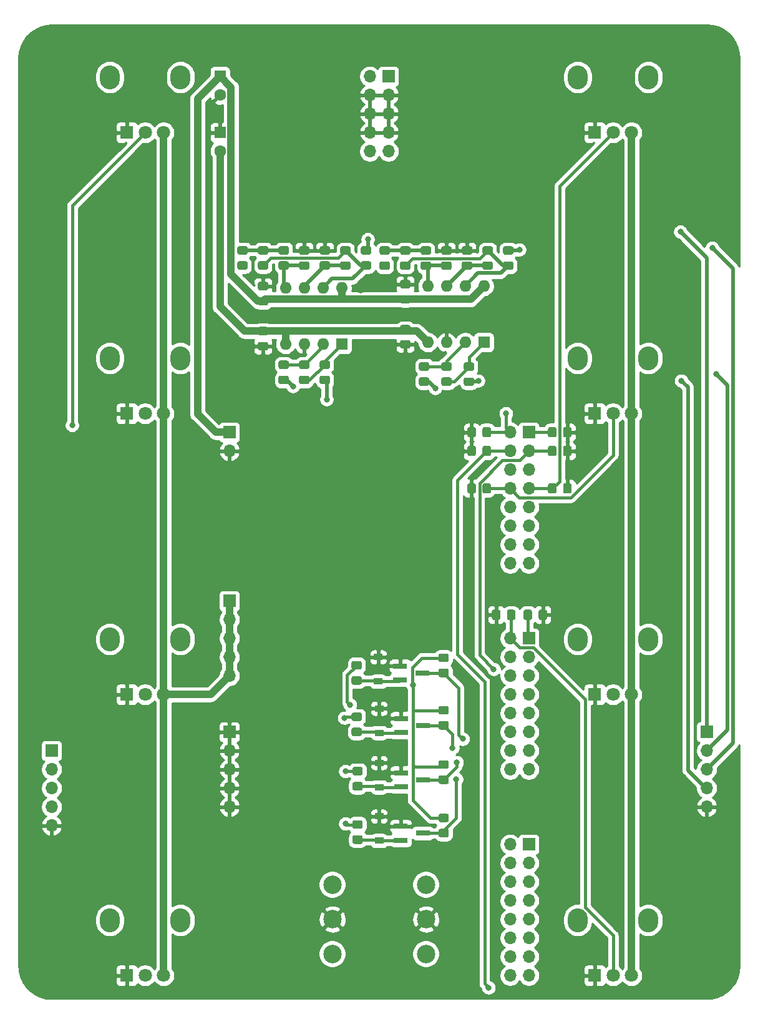
<source format=gbr>
G04 #@! TF.GenerationSoftware,KiCad,Pcbnew,5.1.6-c6e7f7d~86~ubuntu18.04.1*
G04 #@! TF.CreationDate,2020-06-21T16:53:52-04:00*
G04 #@! TF.ProjectId,dual_ADSR,6475616c-5f41-4445-9352-2e6b69636164,rev?*
G04 #@! TF.SameCoordinates,Original*
G04 #@! TF.FileFunction,Copper,L2,Bot*
G04 #@! TF.FilePolarity,Positive*
%FSLAX46Y46*%
G04 Gerber Fmt 4.6, Leading zero omitted, Abs format (unit mm)*
G04 Created by KiCad (PCBNEW 5.1.6-c6e7f7d~86~ubuntu18.04.1) date 2020-06-21 16:53:52*
%MOMM*%
%LPD*%
G01*
G04 APERTURE LIST*
G04 #@! TA.AperFunction,SMDPad,CuDef*
%ADD10R,1.900000X0.800000*%
G04 #@! TD*
G04 #@! TA.AperFunction,ComponentPad*
%ADD11O,1.600000X1.600000*%
G04 #@! TD*
G04 #@! TA.AperFunction,ComponentPad*
%ADD12R,1.600000X1.600000*%
G04 #@! TD*
G04 #@! TA.AperFunction,SMDPad,CuDef*
%ADD13R,1.200000X0.900000*%
G04 #@! TD*
G04 #@! TA.AperFunction,ComponentPad*
%ADD14O,1.700000X1.700000*%
G04 #@! TD*
G04 #@! TA.AperFunction,ComponentPad*
%ADD15R,1.700000X1.700000*%
G04 #@! TD*
G04 #@! TA.AperFunction,ComponentPad*
%ADD16C,2.500000*%
G04 #@! TD*
G04 #@! TA.AperFunction,ComponentPad*
%ADD17O,2.720000X3.240000*%
G04 #@! TD*
G04 #@! TA.AperFunction,ComponentPad*
%ADD18C,1.800000*%
G04 #@! TD*
G04 #@! TA.AperFunction,ComponentPad*
%ADD19R,1.800000X1.800000*%
G04 #@! TD*
G04 #@! TA.AperFunction,ComponentPad*
%ADD20C,1.600000*%
G04 #@! TD*
G04 #@! TA.AperFunction,ViaPad*
%ADD21C,1.000000*%
G04 #@! TD*
G04 #@! TA.AperFunction,ViaPad*
%ADD22C,0.800000*%
G04 #@! TD*
G04 #@! TA.AperFunction,Conductor*
%ADD23C,1.000000*%
G04 #@! TD*
G04 #@! TA.AperFunction,Conductor*
%ADD24C,0.400000*%
G04 #@! TD*
G04 #@! TA.AperFunction,Conductor*
%ADD25C,0.500000*%
G04 #@! TD*
G04 #@! TA.AperFunction,Conductor*
%ADD26C,0.254000*%
G04 #@! TD*
G04 APERTURE END LIST*
D10*
X131648000Y-135658000D03*
X128648000Y-134708000D03*
X128648000Y-136608000D03*
X131699000Y-128397000D03*
X128699000Y-127447000D03*
X128699000Y-129347000D03*
X131699000Y-121031000D03*
X128699000Y-120081000D03*
X128699000Y-121981000D03*
X131572000Y-113919000D03*
X128572000Y-112969000D03*
X128572000Y-114869000D03*
D11*
X139954000Y-61468000D03*
X132334000Y-69088000D03*
X137414000Y-61468000D03*
X134874000Y-69088000D03*
X134874000Y-61468000D03*
X137414000Y-69088000D03*
X132334000Y-61468000D03*
D12*
X139954000Y-69088000D03*
D11*
X120650000Y-61722000D03*
X113030000Y-69342000D03*
X118110000Y-61722000D03*
X115570000Y-69342000D03*
X115570000Y-61722000D03*
X118110000Y-69342000D03*
X113030000Y-61722000D03*
D12*
X120650000Y-69342000D03*
G04 #@! TA.AperFunction,SMDPad,CuDef*
G36*
G01*
X138372001Y-72956000D02*
X137471999Y-72956000D01*
G75*
G02*
X137222000Y-72706001I0J249999D01*
G01*
X137222000Y-72055999D01*
G75*
G02*
X137471999Y-71806000I249999J0D01*
G01*
X138372001Y-71806000D01*
G75*
G02*
X138622000Y-72055999I0J-249999D01*
G01*
X138622000Y-72706001D01*
G75*
G02*
X138372001Y-72956000I-249999J0D01*
G01*
G37*
G04 #@! TD.AperFunction*
G04 #@! TA.AperFunction,SMDPad,CuDef*
G36*
G01*
X138372001Y-75006000D02*
X137471999Y-75006000D01*
G75*
G02*
X137222000Y-74756001I0J249999D01*
G01*
X137222000Y-74105999D01*
G75*
G02*
X137471999Y-73856000I249999J0D01*
G01*
X138372001Y-73856000D01*
G75*
G02*
X138622000Y-74105999I0J-249999D01*
G01*
X138622000Y-74756001D01*
G75*
G02*
X138372001Y-75006000I-249999J0D01*
G01*
G37*
G04 #@! TD.AperFunction*
G04 #@! TA.AperFunction,SMDPad,CuDef*
G36*
G01*
X118814001Y-72711000D02*
X117913999Y-72711000D01*
G75*
G02*
X117664000Y-72461001I0J249999D01*
G01*
X117664000Y-71810999D01*
G75*
G02*
X117913999Y-71561000I249999J0D01*
G01*
X118814001Y-71561000D01*
G75*
G02*
X119064000Y-71810999I0J-249999D01*
G01*
X119064000Y-72461001D01*
G75*
G02*
X118814001Y-72711000I-249999J0D01*
G01*
G37*
G04 #@! TD.AperFunction*
G04 #@! TA.AperFunction,SMDPad,CuDef*
G36*
G01*
X118814001Y-74761000D02*
X117913999Y-74761000D01*
G75*
G02*
X117664000Y-74511001I0J249999D01*
G01*
X117664000Y-73860999D01*
G75*
G02*
X117913999Y-73611000I249999J0D01*
G01*
X118814001Y-73611000D01*
G75*
G02*
X119064000Y-73860999I0J-249999D01*
G01*
X119064000Y-74511001D01*
G75*
G02*
X118814001Y-74761000I-249999J0D01*
G01*
G37*
G04 #@! TD.AperFunction*
G04 #@! TA.AperFunction,SMDPad,CuDef*
G36*
G01*
X135324001Y-72947000D02*
X134423999Y-72947000D01*
G75*
G02*
X134174000Y-72697001I0J249999D01*
G01*
X134174000Y-72046999D01*
G75*
G02*
X134423999Y-71797000I249999J0D01*
G01*
X135324001Y-71797000D01*
G75*
G02*
X135574000Y-72046999I0J-249999D01*
G01*
X135574000Y-72697001D01*
G75*
G02*
X135324001Y-72947000I-249999J0D01*
G01*
G37*
G04 #@! TD.AperFunction*
G04 #@! TA.AperFunction,SMDPad,CuDef*
G36*
G01*
X135324001Y-74997000D02*
X134423999Y-74997000D01*
G75*
G02*
X134174000Y-74747001I0J249999D01*
G01*
X134174000Y-74096999D01*
G75*
G02*
X134423999Y-73847000I249999J0D01*
G01*
X135324001Y-73847000D01*
G75*
G02*
X135574000Y-74096999I0J-249999D01*
G01*
X135574000Y-74747001D01*
G75*
G02*
X135324001Y-74997000I-249999J0D01*
G01*
G37*
G04 #@! TD.AperFunction*
G04 #@! TA.AperFunction,SMDPad,CuDef*
G36*
G01*
X116020001Y-72711000D02*
X115119999Y-72711000D01*
G75*
G02*
X114870000Y-72461001I0J249999D01*
G01*
X114870000Y-71810999D01*
G75*
G02*
X115119999Y-71561000I249999J0D01*
G01*
X116020001Y-71561000D01*
G75*
G02*
X116270000Y-71810999I0J-249999D01*
G01*
X116270000Y-72461001D01*
G75*
G02*
X116020001Y-72711000I-249999J0D01*
G01*
G37*
G04 #@! TD.AperFunction*
G04 #@! TA.AperFunction,SMDPad,CuDef*
G36*
G01*
X116020001Y-74761000D02*
X115119999Y-74761000D01*
G75*
G02*
X114870000Y-74511001I0J249999D01*
G01*
X114870000Y-73860999D01*
G75*
G02*
X115119999Y-73611000I249999J0D01*
G01*
X116020001Y-73611000D01*
G75*
G02*
X116270000Y-73860999I0J-249999D01*
G01*
X116270000Y-74511001D01*
G75*
G02*
X116020001Y-74761000I-249999J0D01*
G01*
G37*
G04 #@! TD.AperFunction*
G04 #@! TA.AperFunction,SMDPad,CuDef*
G36*
G01*
X131375999Y-73847000D02*
X132276001Y-73847000D01*
G75*
G02*
X132526000Y-74096999I0J-249999D01*
G01*
X132526000Y-74747001D01*
G75*
G02*
X132276001Y-74997000I-249999J0D01*
G01*
X131375999Y-74997000D01*
G75*
G02*
X131126000Y-74747001I0J249999D01*
G01*
X131126000Y-74096999D01*
G75*
G02*
X131375999Y-73847000I249999J0D01*
G01*
G37*
G04 #@! TD.AperFunction*
G04 #@! TA.AperFunction,SMDPad,CuDef*
G36*
G01*
X131375999Y-71797000D02*
X132276001Y-71797000D01*
G75*
G02*
X132526000Y-72046999I0J-249999D01*
G01*
X132526000Y-72697001D01*
G75*
G02*
X132276001Y-72947000I-249999J0D01*
G01*
X131375999Y-72947000D01*
G75*
G02*
X131126000Y-72697001I0J249999D01*
G01*
X131126000Y-72046999D01*
G75*
G02*
X131375999Y-71797000I249999J0D01*
G01*
G37*
G04 #@! TD.AperFunction*
G04 #@! TA.AperFunction,SMDPad,CuDef*
G36*
G01*
X112325999Y-73611000D02*
X113226001Y-73611000D01*
G75*
G02*
X113476000Y-73860999I0J-249999D01*
G01*
X113476000Y-74511001D01*
G75*
G02*
X113226001Y-74761000I-249999J0D01*
G01*
X112325999Y-74761000D01*
G75*
G02*
X112076000Y-74511001I0J249999D01*
G01*
X112076000Y-73860999D01*
G75*
G02*
X112325999Y-73611000I249999J0D01*
G01*
G37*
G04 #@! TD.AperFunction*
G04 #@! TA.AperFunction,SMDPad,CuDef*
G36*
G01*
X112325999Y-71561000D02*
X113226001Y-71561000D01*
G75*
G02*
X113476000Y-71810999I0J-249999D01*
G01*
X113476000Y-72461001D01*
G75*
G02*
X113226001Y-72711000I-249999J0D01*
G01*
X112325999Y-72711000D01*
G75*
G02*
X112076000Y-72461001I0J249999D01*
G01*
X112076000Y-71810999D01*
G75*
G02*
X112325999Y-71561000I249999J0D01*
G01*
G37*
G04 #@! TD.AperFunction*
G04 #@! TA.AperFunction,SMDPad,CuDef*
G36*
G01*
X142805999Y-58117000D02*
X143706001Y-58117000D01*
G75*
G02*
X143956000Y-58366999I0J-249999D01*
G01*
X143956000Y-59017001D01*
G75*
G02*
X143706001Y-59267000I-249999J0D01*
G01*
X142805999Y-59267000D01*
G75*
G02*
X142556000Y-59017001I0J249999D01*
G01*
X142556000Y-58366999D01*
G75*
G02*
X142805999Y-58117000I249999J0D01*
G01*
G37*
G04 #@! TD.AperFunction*
G04 #@! TA.AperFunction,SMDPad,CuDef*
G36*
G01*
X142805999Y-56067000D02*
X143706001Y-56067000D01*
G75*
G02*
X143956000Y-56316999I0J-249999D01*
G01*
X143956000Y-56967001D01*
G75*
G02*
X143706001Y-57217000I-249999J0D01*
G01*
X142805999Y-57217000D01*
G75*
G02*
X142556000Y-56967001I0J249999D01*
G01*
X142556000Y-56316999D01*
G75*
G02*
X142805999Y-56067000I249999J0D01*
G01*
G37*
G04 #@! TD.AperFunction*
G04 #@! TA.AperFunction,SMDPad,CuDef*
G36*
G01*
X123501999Y-58099000D02*
X124402001Y-58099000D01*
G75*
G02*
X124652000Y-58348999I0J-249999D01*
G01*
X124652000Y-58999001D01*
G75*
G02*
X124402001Y-59249000I-249999J0D01*
G01*
X123501999Y-59249000D01*
G75*
G02*
X123252000Y-58999001I0J249999D01*
G01*
X123252000Y-58348999D01*
G75*
G02*
X123501999Y-58099000I249999J0D01*
G01*
G37*
G04 #@! TD.AperFunction*
G04 #@! TA.AperFunction,SMDPad,CuDef*
G36*
G01*
X123501999Y-56049000D02*
X124402001Y-56049000D01*
G75*
G02*
X124652000Y-56298999I0J-249999D01*
G01*
X124652000Y-56949001D01*
G75*
G02*
X124402001Y-57199000I-249999J0D01*
G01*
X123501999Y-57199000D01*
G75*
G02*
X123252000Y-56949001I0J249999D01*
G01*
X123252000Y-56298999D01*
G75*
G02*
X123501999Y-56049000I249999J0D01*
G01*
G37*
G04 #@! TD.AperFunction*
G04 #@! TA.AperFunction,SMDPad,CuDef*
G36*
G01*
X140011999Y-58108000D02*
X140912001Y-58108000D01*
G75*
G02*
X141162000Y-58357999I0J-249999D01*
G01*
X141162000Y-59008001D01*
G75*
G02*
X140912001Y-59258000I-249999J0D01*
G01*
X140011999Y-59258000D01*
G75*
G02*
X139762000Y-59008001I0J249999D01*
G01*
X139762000Y-58357999D01*
G75*
G02*
X140011999Y-58108000I249999J0D01*
G01*
G37*
G04 #@! TD.AperFunction*
G04 #@! TA.AperFunction,SMDPad,CuDef*
G36*
G01*
X140011999Y-56058000D02*
X140912001Y-56058000D01*
G75*
G02*
X141162000Y-56307999I0J-249999D01*
G01*
X141162000Y-56958001D01*
G75*
G02*
X140912001Y-57208000I-249999J0D01*
G01*
X140011999Y-57208000D01*
G75*
G02*
X139762000Y-56958001I0J249999D01*
G01*
X139762000Y-56307999D01*
G75*
G02*
X140011999Y-56058000I249999J0D01*
G01*
G37*
G04 #@! TD.AperFunction*
G04 #@! TA.AperFunction,SMDPad,CuDef*
G36*
G01*
X120707999Y-58108000D02*
X121608001Y-58108000D01*
G75*
G02*
X121858000Y-58357999I0J-249999D01*
G01*
X121858000Y-59008001D01*
G75*
G02*
X121608001Y-59258000I-249999J0D01*
G01*
X120707999Y-59258000D01*
G75*
G02*
X120458000Y-59008001I0J249999D01*
G01*
X120458000Y-58357999D01*
G75*
G02*
X120707999Y-58108000I249999J0D01*
G01*
G37*
G04 #@! TD.AperFunction*
G04 #@! TA.AperFunction,SMDPad,CuDef*
G36*
G01*
X120707999Y-56058000D02*
X121608001Y-56058000D01*
G75*
G02*
X121858000Y-56307999I0J-249999D01*
G01*
X121858000Y-56958001D01*
G75*
G02*
X121608001Y-57208000I-249999J0D01*
G01*
X120707999Y-57208000D01*
G75*
G02*
X120458000Y-56958001I0J249999D01*
G01*
X120458000Y-56307999D01*
G75*
G02*
X120707999Y-56058000I249999J0D01*
G01*
G37*
G04 #@! TD.AperFunction*
G04 #@! TA.AperFunction,SMDPad,CuDef*
G36*
G01*
X137217999Y-58108000D02*
X138118001Y-58108000D01*
G75*
G02*
X138368000Y-58357999I0J-249999D01*
G01*
X138368000Y-59008001D01*
G75*
G02*
X138118001Y-59258000I-249999J0D01*
G01*
X137217999Y-59258000D01*
G75*
G02*
X136968000Y-59008001I0J249999D01*
G01*
X136968000Y-58357999D01*
G75*
G02*
X137217999Y-58108000I249999J0D01*
G01*
G37*
G04 #@! TD.AperFunction*
G04 #@! TA.AperFunction,SMDPad,CuDef*
G36*
G01*
X137217999Y-56058000D02*
X138118001Y-56058000D01*
G75*
G02*
X138368000Y-56307999I0J-249999D01*
G01*
X138368000Y-56958001D01*
G75*
G02*
X138118001Y-57208000I-249999J0D01*
G01*
X137217999Y-57208000D01*
G75*
G02*
X136968000Y-56958001I0J249999D01*
G01*
X136968000Y-56307999D01*
G75*
G02*
X137217999Y-56058000I249999J0D01*
G01*
G37*
G04 #@! TD.AperFunction*
G04 #@! TA.AperFunction,SMDPad,CuDef*
G36*
G01*
X117913999Y-58099000D02*
X118814001Y-58099000D01*
G75*
G02*
X119064000Y-58348999I0J-249999D01*
G01*
X119064000Y-58999001D01*
G75*
G02*
X118814001Y-59249000I-249999J0D01*
G01*
X117913999Y-59249000D01*
G75*
G02*
X117664000Y-58999001I0J249999D01*
G01*
X117664000Y-58348999D01*
G75*
G02*
X117913999Y-58099000I249999J0D01*
G01*
G37*
G04 #@! TD.AperFunction*
G04 #@! TA.AperFunction,SMDPad,CuDef*
G36*
G01*
X117913999Y-56049000D02*
X118814001Y-56049000D01*
G75*
G02*
X119064000Y-56298999I0J-249999D01*
G01*
X119064000Y-56949001D01*
G75*
G02*
X118814001Y-57199000I-249999J0D01*
G01*
X117913999Y-57199000D01*
G75*
G02*
X117664000Y-56949001I0J249999D01*
G01*
X117664000Y-56298999D01*
G75*
G02*
X117913999Y-56049000I249999J0D01*
G01*
G37*
G04 #@! TD.AperFunction*
G04 #@! TA.AperFunction,SMDPad,CuDef*
G36*
G01*
X132530001Y-57217000D02*
X131629999Y-57217000D01*
G75*
G02*
X131380000Y-56967001I0J249999D01*
G01*
X131380000Y-56316999D01*
G75*
G02*
X131629999Y-56067000I249999J0D01*
G01*
X132530001Y-56067000D01*
G75*
G02*
X132780000Y-56316999I0J-249999D01*
G01*
X132780000Y-56967001D01*
G75*
G02*
X132530001Y-57217000I-249999J0D01*
G01*
G37*
G04 #@! TD.AperFunction*
G04 #@! TA.AperFunction,SMDPad,CuDef*
G36*
G01*
X132530001Y-59267000D02*
X131629999Y-59267000D01*
G75*
G02*
X131380000Y-59017001I0J249999D01*
G01*
X131380000Y-58366999D01*
G75*
G02*
X131629999Y-58117000I249999J0D01*
G01*
X132530001Y-58117000D01*
G75*
G02*
X132780000Y-58366999I0J-249999D01*
G01*
X132780000Y-59017001D01*
G75*
G02*
X132530001Y-59267000I-249999J0D01*
G01*
G37*
G04 #@! TD.AperFunction*
G04 #@! TA.AperFunction,SMDPad,CuDef*
G36*
G01*
X113226001Y-57199000D02*
X112325999Y-57199000D01*
G75*
G02*
X112076000Y-56949001I0J249999D01*
G01*
X112076000Y-56298999D01*
G75*
G02*
X112325999Y-56049000I249999J0D01*
G01*
X113226001Y-56049000D01*
G75*
G02*
X113476000Y-56298999I0J-249999D01*
G01*
X113476000Y-56949001D01*
G75*
G02*
X113226001Y-57199000I-249999J0D01*
G01*
G37*
G04 #@! TD.AperFunction*
G04 #@! TA.AperFunction,SMDPad,CuDef*
G36*
G01*
X113226001Y-59249000D02*
X112325999Y-59249000D01*
G75*
G02*
X112076000Y-58999001I0J249999D01*
G01*
X112076000Y-58348999D01*
G75*
G02*
X112325999Y-58099000I249999J0D01*
G01*
X113226001Y-58099000D01*
G75*
G02*
X113476000Y-58348999I0J-249999D01*
G01*
X113476000Y-58999001D01*
G75*
G02*
X113226001Y-59249000I-249999J0D01*
G01*
G37*
G04 #@! TD.AperFunction*
G04 #@! TA.AperFunction,SMDPad,CuDef*
G36*
G01*
X126041999Y-58117000D02*
X126942001Y-58117000D01*
G75*
G02*
X127192000Y-58366999I0J-249999D01*
G01*
X127192000Y-59017001D01*
G75*
G02*
X126942001Y-59267000I-249999J0D01*
G01*
X126041999Y-59267000D01*
G75*
G02*
X125792000Y-59017001I0J249999D01*
G01*
X125792000Y-58366999D01*
G75*
G02*
X126041999Y-58117000I249999J0D01*
G01*
G37*
G04 #@! TD.AperFunction*
G04 #@! TA.AperFunction,SMDPad,CuDef*
G36*
G01*
X126041999Y-56067000D02*
X126942001Y-56067000D01*
G75*
G02*
X127192000Y-56316999I0J-249999D01*
G01*
X127192000Y-56967001D01*
G75*
G02*
X126942001Y-57217000I-249999J0D01*
G01*
X126041999Y-57217000D01*
G75*
G02*
X125792000Y-56967001I0J249999D01*
G01*
X125792000Y-56316999D01*
G75*
G02*
X126041999Y-56067000I249999J0D01*
G01*
G37*
G04 #@! TD.AperFunction*
G04 #@! TA.AperFunction,SMDPad,CuDef*
G36*
G01*
X106737999Y-58099000D02*
X107638001Y-58099000D01*
G75*
G02*
X107888000Y-58348999I0J-249999D01*
G01*
X107888000Y-58999001D01*
G75*
G02*
X107638001Y-59249000I-249999J0D01*
G01*
X106737999Y-59249000D01*
G75*
G02*
X106488000Y-58999001I0J249999D01*
G01*
X106488000Y-58348999D01*
G75*
G02*
X106737999Y-58099000I249999J0D01*
G01*
G37*
G04 #@! TD.AperFunction*
G04 #@! TA.AperFunction,SMDPad,CuDef*
G36*
G01*
X106737999Y-56049000D02*
X107638001Y-56049000D01*
G75*
G02*
X107888000Y-56298999I0J-249999D01*
G01*
X107888000Y-56949001D01*
G75*
G02*
X107638001Y-57199000I-249999J0D01*
G01*
X106737999Y-57199000D01*
G75*
G02*
X106488000Y-56949001I0J249999D01*
G01*
X106488000Y-56298999D01*
G75*
G02*
X106737999Y-56049000I249999J0D01*
G01*
G37*
G04 #@! TD.AperFunction*
G04 #@! TA.AperFunction,SMDPad,CuDef*
G36*
G01*
X134943001Y-134161000D02*
X134042999Y-134161000D01*
G75*
G02*
X133793000Y-133911001I0J249999D01*
G01*
X133793000Y-133260999D01*
G75*
G02*
X134042999Y-133011000I249999J0D01*
G01*
X134943001Y-133011000D01*
G75*
G02*
X135193000Y-133260999I0J-249999D01*
G01*
X135193000Y-133911001D01*
G75*
G02*
X134943001Y-134161000I-249999J0D01*
G01*
G37*
G04 #@! TD.AperFunction*
G04 #@! TA.AperFunction,SMDPad,CuDef*
G36*
G01*
X134943001Y-136211000D02*
X134042999Y-136211000D01*
G75*
G02*
X133793000Y-135961001I0J249999D01*
G01*
X133793000Y-135310999D01*
G75*
G02*
X134042999Y-135061000I249999J0D01*
G01*
X134943001Y-135061000D01*
G75*
G02*
X135193000Y-135310999I0J-249999D01*
G01*
X135193000Y-135961001D01*
G75*
G02*
X134943001Y-136211000I-249999J0D01*
G01*
G37*
G04 #@! TD.AperFunction*
G04 #@! TA.AperFunction,SMDPad,CuDef*
G36*
G01*
X134943001Y-126922000D02*
X134042999Y-126922000D01*
G75*
G02*
X133793000Y-126672001I0J249999D01*
G01*
X133793000Y-126021999D01*
G75*
G02*
X134042999Y-125772000I249999J0D01*
G01*
X134943001Y-125772000D01*
G75*
G02*
X135193000Y-126021999I0J-249999D01*
G01*
X135193000Y-126672001D01*
G75*
G02*
X134943001Y-126922000I-249999J0D01*
G01*
G37*
G04 #@! TD.AperFunction*
G04 #@! TA.AperFunction,SMDPad,CuDef*
G36*
G01*
X134943001Y-128972000D02*
X134042999Y-128972000D01*
G75*
G02*
X133793000Y-128722001I0J249999D01*
G01*
X133793000Y-128071999D01*
G75*
G02*
X134042999Y-127822000I249999J0D01*
G01*
X134943001Y-127822000D01*
G75*
G02*
X135193000Y-128071999I0J-249999D01*
G01*
X135193000Y-128722001D01*
G75*
G02*
X134943001Y-128972000I-249999J0D01*
G01*
G37*
G04 #@! TD.AperFunction*
G04 #@! TA.AperFunction,SMDPad,CuDef*
G36*
G01*
X134943001Y-119556000D02*
X134042999Y-119556000D01*
G75*
G02*
X133793000Y-119306001I0J249999D01*
G01*
X133793000Y-118655999D01*
G75*
G02*
X134042999Y-118406000I249999J0D01*
G01*
X134943001Y-118406000D01*
G75*
G02*
X135193000Y-118655999I0J-249999D01*
G01*
X135193000Y-119306001D01*
G75*
G02*
X134943001Y-119556000I-249999J0D01*
G01*
G37*
G04 #@! TD.AperFunction*
G04 #@! TA.AperFunction,SMDPad,CuDef*
G36*
G01*
X134943001Y-121606000D02*
X134042999Y-121606000D01*
G75*
G02*
X133793000Y-121356001I0J249999D01*
G01*
X133793000Y-120705999D01*
G75*
G02*
X134042999Y-120456000I249999J0D01*
G01*
X134943001Y-120456000D01*
G75*
G02*
X135193000Y-120705999I0J-249999D01*
G01*
X135193000Y-121356001D01*
G75*
G02*
X134943001Y-121606000I-249999J0D01*
G01*
G37*
G04 #@! TD.AperFunction*
G04 #@! TA.AperFunction,SMDPad,CuDef*
G36*
G01*
X134943001Y-112444000D02*
X134042999Y-112444000D01*
G75*
G02*
X133793000Y-112194001I0J249999D01*
G01*
X133793000Y-111543999D01*
G75*
G02*
X134042999Y-111294000I249999J0D01*
G01*
X134943001Y-111294000D01*
G75*
G02*
X135193000Y-111543999I0J-249999D01*
G01*
X135193000Y-112194001D01*
G75*
G02*
X134943001Y-112444000I-249999J0D01*
G01*
G37*
G04 #@! TD.AperFunction*
G04 #@! TA.AperFunction,SMDPad,CuDef*
G36*
G01*
X134943001Y-114494000D02*
X134042999Y-114494000D01*
G75*
G02*
X133793000Y-114244001I0J249999D01*
G01*
X133793000Y-113593999D01*
G75*
G02*
X134042999Y-113344000I249999J0D01*
G01*
X134943001Y-113344000D01*
G75*
G02*
X135193000Y-113593999I0J-249999D01*
G01*
X135193000Y-114244001D01*
G75*
G02*
X134943001Y-114494000I-249999J0D01*
G01*
G37*
G04 #@! TD.AperFunction*
G04 #@! TA.AperFunction,SMDPad,CuDef*
G36*
G01*
X123259001Y-135050000D02*
X122358999Y-135050000D01*
G75*
G02*
X122109000Y-134800001I0J249999D01*
G01*
X122109000Y-134149999D01*
G75*
G02*
X122358999Y-133900000I249999J0D01*
G01*
X123259001Y-133900000D01*
G75*
G02*
X123509000Y-134149999I0J-249999D01*
G01*
X123509000Y-134800001D01*
G75*
G02*
X123259001Y-135050000I-249999J0D01*
G01*
G37*
G04 #@! TD.AperFunction*
G04 #@! TA.AperFunction,SMDPad,CuDef*
G36*
G01*
X123259001Y-137100000D02*
X122358999Y-137100000D01*
G75*
G02*
X122109000Y-136850001I0J249999D01*
G01*
X122109000Y-136199999D01*
G75*
G02*
X122358999Y-135950000I249999J0D01*
G01*
X123259001Y-135950000D01*
G75*
G02*
X123509000Y-136199999I0J-249999D01*
G01*
X123509000Y-136850001D01*
G75*
G02*
X123259001Y-137100000I-249999J0D01*
G01*
G37*
G04 #@! TD.AperFunction*
G04 #@! TA.AperFunction,SMDPad,CuDef*
G36*
G01*
X123259001Y-127811000D02*
X122358999Y-127811000D01*
G75*
G02*
X122109000Y-127561001I0J249999D01*
G01*
X122109000Y-126910999D01*
G75*
G02*
X122358999Y-126661000I249999J0D01*
G01*
X123259001Y-126661000D01*
G75*
G02*
X123509000Y-126910999I0J-249999D01*
G01*
X123509000Y-127561001D01*
G75*
G02*
X123259001Y-127811000I-249999J0D01*
G01*
G37*
G04 #@! TD.AperFunction*
G04 #@! TA.AperFunction,SMDPad,CuDef*
G36*
G01*
X123259001Y-129861000D02*
X122358999Y-129861000D01*
G75*
G02*
X122109000Y-129611001I0J249999D01*
G01*
X122109000Y-128960999D01*
G75*
G02*
X122358999Y-128711000I249999J0D01*
G01*
X123259001Y-128711000D01*
G75*
G02*
X123509000Y-128960999I0J-249999D01*
G01*
X123509000Y-129611001D01*
G75*
G02*
X123259001Y-129861000I-249999J0D01*
G01*
G37*
G04 #@! TD.AperFunction*
G04 #@! TA.AperFunction,SMDPad,CuDef*
G36*
G01*
X123132001Y-120445000D02*
X122231999Y-120445000D01*
G75*
G02*
X121982000Y-120195001I0J249999D01*
G01*
X121982000Y-119544999D01*
G75*
G02*
X122231999Y-119295000I249999J0D01*
G01*
X123132001Y-119295000D01*
G75*
G02*
X123382000Y-119544999I0J-249999D01*
G01*
X123382000Y-120195001D01*
G75*
G02*
X123132001Y-120445000I-249999J0D01*
G01*
G37*
G04 #@! TD.AperFunction*
G04 #@! TA.AperFunction,SMDPad,CuDef*
G36*
G01*
X123132001Y-122495000D02*
X122231999Y-122495000D01*
G75*
G02*
X121982000Y-122245001I0J249999D01*
G01*
X121982000Y-121594999D01*
G75*
G02*
X122231999Y-121345000I249999J0D01*
G01*
X123132001Y-121345000D01*
G75*
G02*
X123382000Y-121594999I0J-249999D01*
G01*
X123382000Y-122245001D01*
G75*
G02*
X123132001Y-122495000I-249999J0D01*
G01*
G37*
G04 #@! TD.AperFunction*
G04 #@! TA.AperFunction,SMDPad,CuDef*
G36*
G01*
X123132001Y-113460000D02*
X122231999Y-113460000D01*
G75*
G02*
X121982000Y-113210001I0J249999D01*
G01*
X121982000Y-112559999D01*
G75*
G02*
X122231999Y-112310000I249999J0D01*
G01*
X123132001Y-112310000D01*
G75*
G02*
X123382000Y-112559999I0J-249999D01*
G01*
X123382000Y-113210001D01*
G75*
G02*
X123132001Y-113460000I-249999J0D01*
G01*
G37*
G04 #@! TD.AperFunction*
G04 #@! TA.AperFunction,SMDPad,CuDef*
G36*
G01*
X123132001Y-115510000D02*
X122231999Y-115510000D01*
G75*
G02*
X121982000Y-115260001I0J249999D01*
G01*
X121982000Y-114609999D01*
G75*
G02*
X122231999Y-114360000I249999J0D01*
G01*
X123132001Y-114360000D01*
G75*
G02*
X123382000Y-114609999I0J-249999D01*
G01*
X123382000Y-115260001D01*
G75*
G02*
X123132001Y-115510000I-249999J0D01*
G01*
G37*
G04 #@! TD.AperFunction*
D13*
X125730000Y-133352000D03*
X125730000Y-136652000D03*
X125730000Y-126113000D03*
X125730000Y-129413000D03*
X125730000Y-118747000D03*
X125730000Y-122047000D03*
X125603000Y-111762000D03*
X125603000Y-115062000D03*
G04 #@! TA.AperFunction,SMDPad,CuDef*
G36*
G01*
X135324001Y-57217000D02*
X134423999Y-57217000D01*
G75*
G02*
X134174000Y-56967001I0J249999D01*
G01*
X134174000Y-56316999D01*
G75*
G02*
X134423999Y-56067000I249999J0D01*
G01*
X135324001Y-56067000D01*
G75*
G02*
X135574000Y-56316999I0J-249999D01*
G01*
X135574000Y-56967001D01*
G75*
G02*
X135324001Y-57217000I-249999J0D01*
G01*
G37*
G04 #@! TD.AperFunction*
G04 #@! TA.AperFunction,SMDPad,CuDef*
G36*
G01*
X135324001Y-59267000D02*
X134423999Y-59267000D01*
G75*
G02*
X134174000Y-59017001I0J249999D01*
G01*
X134174000Y-58366999D01*
G75*
G02*
X134423999Y-58117000I249999J0D01*
G01*
X135324001Y-58117000D01*
G75*
G02*
X135574000Y-58366999I0J-249999D01*
G01*
X135574000Y-59017001D01*
G75*
G02*
X135324001Y-59267000I-249999J0D01*
G01*
G37*
G04 #@! TD.AperFunction*
G04 #@! TA.AperFunction,SMDPad,CuDef*
G36*
G01*
X116020001Y-57208000D02*
X115119999Y-57208000D01*
G75*
G02*
X114870000Y-56958001I0J249999D01*
G01*
X114870000Y-56307999D01*
G75*
G02*
X115119999Y-56058000I249999J0D01*
G01*
X116020001Y-56058000D01*
G75*
G02*
X116270000Y-56307999I0J-249999D01*
G01*
X116270000Y-56958001D01*
G75*
G02*
X116020001Y-57208000I-249999J0D01*
G01*
G37*
G04 #@! TD.AperFunction*
G04 #@! TA.AperFunction,SMDPad,CuDef*
G36*
G01*
X116020001Y-59258000D02*
X115119999Y-59258000D01*
G75*
G02*
X114870000Y-59008001I0J249999D01*
G01*
X114870000Y-58357999D01*
G75*
G02*
X115119999Y-58108000I249999J0D01*
G01*
X116020001Y-58108000D01*
G75*
G02*
X116270000Y-58357999I0J-249999D01*
G01*
X116270000Y-59008001D01*
G75*
G02*
X116020001Y-59258000I-249999J0D01*
G01*
G37*
G04 #@! TD.AperFunction*
G04 #@! TA.AperFunction,SMDPad,CuDef*
G36*
G01*
X129736001Y-57217000D02*
X128835999Y-57217000D01*
G75*
G02*
X128586000Y-56967001I0J249999D01*
G01*
X128586000Y-56316999D01*
G75*
G02*
X128835999Y-56067000I249999J0D01*
G01*
X129736001Y-56067000D01*
G75*
G02*
X129986000Y-56316999I0J-249999D01*
G01*
X129986000Y-56967001D01*
G75*
G02*
X129736001Y-57217000I-249999J0D01*
G01*
G37*
G04 #@! TD.AperFunction*
G04 #@! TA.AperFunction,SMDPad,CuDef*
G36*
G01*
X129736001Y-59267000D02*
X128835999Y-59267000D01*
G75*
G02*
X128586000Y-59017001I0J249999D01*
G01*
X128586000Y-58366999D01*
G75*
G02*
X128835999Y-58117000I249999J0D01*
G01*
X129736001Y-58117000D01*
G75*
G02*
X129986000Y-58366999I0J-249999D01*
G01*
X129986000Y-59017001D01*
G75*
G02*
X129736001Y-59267000I-249999J0D01*
G01*
G37*
G04 #@! TD.AperFunction*
G04 #@! TA.AperFunction,SMDPad,CuDef*
G36*
G01*
X110432001Y-57199000D02*
X109531999Y-57199000D01*
G75*
G02*
X109282000Y-56949001I0J249999D01*
G01*
X109282000Y-56298999D01*
G75*
G02*
X109531999Y-56049000I249999J0D01*
G01*
X110432001Y-56049000D01*
G75*
G02*
X110682000Y-56298999I0J-249999D01*
G01*
X110682000Y-56949001D01*
G75*
G02*
X110432001Y-57199000I-249999J0D01*
G01*
G37*
G04 #@! TD.AperFunction*
G04 #@! TA.AperFunction,SMDPad,CuDef*
G36*
G01*
X110432001Y-59249000D02*
X109531999Y-59249000D01*
G75*
G02*
X109282000Y-58999001I0J249999D01*
G01*
X109282000Y-58348999D01*
G75*
G02*
X109531999Y-58099000I249999J0D01*
G01*
X110432001Y-58099000D01*
G75*
G02*
X110682000Y-58348999I0J-249999D01*
G01*
X110682000Y-58999001D01*
G75*
G02*
X110432001Y-59249000I-249999J0D01*
G01*
G37*
G04 #@! TD.AperFunction*
G04 #@! TA.AperFunction,SMDPad,CuDef*
G36*
G01*
X129736001Y-67885000D02*
X128835999Y-67885000D01*
G75*
G02*
X128586000Y-67635001I0J249999D01*
G01*
X128586000Y-66984999D01*
G75*
G02*
X128835999Y-66735000I249999J0D01*
G01*
X129736001Y-66735000D01*
G75*
G02*
X129986000Y-66984999I0J-249999D01*
G01*
X129986000Y-67635001D01*
G75*
G02*
X129736001Y-67885000I-249999J0D01*
G01*
G37*
G04 #@! TD.AperFunction*
G04 #@! TA.AperFunction,SMDPad,CuDef*
G36*
G01*
X129736001Y-69935000D02*
X128835999Y-69935000D01*
G75*
G02*
X128586000Y-69685001I0J249999D01*
G01*
X128586000Y-69034999D01*
G75*
G02*
X128835999Y-68785000I249999J0D01*
G01*
X129736001Y-68785000D01*
G75*
G02*
X129986000Y-69034999I0J-249999D01*
G01*
X129986000Y-69685001D01*
G75*
G02*
X129736001Y-69935000I-249999J0D01*
G01*
G37*
G04 #@! TD.AperFunction*
G04 #@! TA.AperFunction,SMDPad,CuDef*
G36*
G01*
X129736001Y-61780000D02*
X128835999Y-61780000D01*
G75*
G02*
X128586000Y-61530001I0J249999D01*
G01*
X128586000Y-60879999D01*
G75*
G02*
X128835999Y-60630000I249999J0D01*
G01*
X129736001Y-60630000D01*
G75*
G02*
X129986000Y-60879999I0J-249999D01*
G01*
X129986000Y-61530001D01*
G75*
G02*
X129736001Y-61780000I-249999J0D01*
G01*
G37*
G04 #@! TD.AperFunction*
G04 #@! TA.AperFunction,SMDPad,CuDef*
G36*
G01*
X129736001Y-63830000D02*
X128835999Y-63830000D01*
G75*
G02*
X128586000Y-63580001I0J249999D01*
G01*
X128586000Y-62929999D01*
G75*
G02*
X128835999Y-62680000I249999J0D01*
G01*
X129736001Y-62680000D01*
G75*
G02*
X129986000Y-62929999I0J-249999D01*
G01*
X129986000Y-63580001D01*
G75*
G02*
X129736001Y-63830000I-249999J0D01*
G01*
G37*
G04 #@! TD.AperFunction*
G04 #@! TA.AperFunction,SMDPad,CuDef*
G36*
G01*
X110432001Y-68139000D02*
X109531999Y-68139000D01*
G75*
G02*
X109282000Y-67889001I0J249999D01*
G01*
X109282000Y-67238999D01*
G75*
G02*
X109531999Y-66989000I249999J0D01*
G01*
X110432001Y-66989000D01*
G75*
G02*
X110682000Y-67238999I0J-249999D01*
G01*
X110682000Y-67889001D01*
G75*
G02*
X110432001Y-68139000I-249999J0D01*
G01*
G37*
G04 #@! TD.AperFunction*
G04 #@! TA.AperFunction,SMDPad,CuDef*
G36*
G01*
X110432001Y-70189000D02*
X109531999Y-70189000D01*
G75*
G02*
X109282000Y-69939001I0J249999D01*
G01*
X109282000Y-69288999D01*
G75*
G02*
X109531999Y-69039000I249999J0D01*
G01*
X110432001Y-69039000D01*
G75*
G02*
X110682000Y-69288999I0J-249999D01*
G01*
X110682000Y-69939001D01*
G75*
G02*
X110432001Y-70189000I-249999J0D01*
G01*
G37*
G04 #@! TD.AperFunction*
G04 #@! TA.AperFunction,SMDPad,CuDef*
G36*
G01*
X110432001Y-62043000D02*
X109531999Y-62043000D01*
G75*
G02*
X109282000Y-61793001I0J249999D01*
G01*
X109282000Y-61142999D01*
G75*
G02*
X109531999Y-60893000I249999J0D01*
G01*
X110432001Y-60893000D01*
G75*
G02*
X110682000Y-61142999I0J-249999D01*
G01*
X110682000Y-61793001D01*
G75*
G02*
X110432001Y-62043000I-249999J0D01*
G01*
G37*
G04 #@! TD.AperFunction*
G04 #@! TA.AperFunction,SMDPad,CuDef*
G36*
G01*
X110432001Y-64093000D02*
X109531999Y-64093000D01*
G75*
G02*
X109282000Y-63843001I0J249999D01*
G01*
X109282000Y-63192999D01*
G75*
G02*
X109531999Y-62943000I249999J0D01*
G01*
X110432001Y-62943000D01*
G75*
G02*
X110682000Y-63192999I0J-249999D01*
G01*
X110682000Y-63843001D01*
G75*
G02*
X110432001Y-64093000I-249999J0D01*
G01*
G37*
G04 #@! TD.AperFunction*
G04 #@! TA.AperFunction,SMDPad,CuDef*
G36*
G01*
X142180000Y-105594999D02*
X142180000Y-106495001D01*
G75*
G02*
X141930001Y-106745000I-249999J0D01*
G01*
X141279999Y-106745000D01*
G75*
G02*
X141030000Y-106495001I0J249999D01*
G01*
X141030000Y-105594999D01*
G75*
G02*
X141279999Y-105345000I249999J0D01*
G01*
X141930001Y-105345000D01*
G75*
G02*
X142180000Y-105594999I0J-249999D01*
G01*
G37*
G04 #@! TD.AperFunction*
G04 #@! TA.AperFunction,SMDPad,CuDef*
G36*
G01*
X144230000Y-105594999D02*
X144230000Y-106495001D01*
G75*
G02*
X143980001Y-106745000I-249999J0D01*
G01*
X143329999Y-106745000D01*
G75*
G02*
X143080000Y-106495001I0J249999D01*
G01*
X143080000Y-105594999D01*
G75*
G02*
X143329999Y-105345000I249999J0D01*
G01*
X143980001Y-105345000D01*
G75*
G02*
X144230000Y-105594999I0J-249999D01*
G01*
G37*
G04 #@! TD.AperFunction*
G04 #@! TA.AperFunction,SMDPad,CuDef*
G36*
G01*
X147380000Y-106495001D02*
X147380000Y-105594999D01*
G75*
G02*
X147629999Y-105345000I249999J0D01*
G01*
X148280001Y-105345000D01*
G75*
G02*
X148530000Y-105594999I0J-249999D01*
G01*
X148530000Y-106495001D01*
G75*
G02*
X148280001Y-106745000I-249999J0D01*
G01*
X147629999Y-106745000D01*
G75*
G02*
X147380000Y-106495001I0J249999D01*
G01*
G37*
G04 #@! TD.AperFunction*
G04 #@! TA.AperFunction,SMDPad,CuDef*
G36*
G01*
X145330000Y-106495001D02*
X145330000Y-105594999D01*
G75*
G02*
X145579999Y-105345000I249999J0D01*
G01*
X146230001Y-105345000D01*
G75*
G02*
X146480000Y-105594999I0J-249999D01*
G01*
X146480000Y-106495001D01*
G75*
G02*
X146230001Y-106745000I-249999J0D01*
G01*
X145579999Y-106745000D01*
G75*
G02*
X145330000Y-106495001I0J249999D01*
G01*
G37*
G04 #@! TD.AperFunction*
G04 #@! TA.AperFunction,SMDPad,CuDef*
G36*
G01*
X138860000Y-88449999D02*
X138860000Y-89350001D01*
G75*
G02*
X138610001Y-89600000I-249999J0D01*
G01*
X137959999Y-89600000D01*
G75*
G02*
X137710000Y-89350001I0J249999D01*
G01*
X137710000Y-88449999D01*
G75*
G02*
X137959999Y-88200000I249999J0D01*
G01*
X138610001Y-88200000D01*
G75*
G02*
X138860000Y-88449999I0J-249999D01*
G01*
G37*
G04 #@! TD.AperFunction*
G04 #@! TA.AperFunction,SMDPad,CuDef*
G36*
G01*
X140910000Y-88449999D02*
X140910000Y-89350001D01*
G75*
G02*
X140660001Y-89600000I-249999J0D01*
G01*
X140009999Y-89600000D01*
G75*
G02*
X139760000Y-89350001I0J249999D01*
G01*
X139760000Y-88449999D01*
G75*
G02*
X140009999Y-88200000I249999J0D01*
G01*
X140660001Y-88200000D01*
G75*
G02*
X140910000Y-88449999I0J-249999D01*
G01*
G37*
G04 #@! TD.AperFunction*
G04 #@! TA.AperFunction,SMDPad,CuDef*
G36*
G01*
X150700000Y-89350001D02*
X150700000Y-88449999D01*
G75*
G02*
X150949999Y-88200000I249999J0D01*
G01*
X151600001Y-88200000D01*
G75*
G02*
X151850000Y-88449999I0J-249999D01*
G01*
X151850000Y-89350001D01*
G75*
G02*
X151600001Y-89600000I-249999J0D01*
G01*
X150949999Y-89600000D01*
G75*
G02*
X150700000Y-89350001I0J249999D01*
G01*
G37*
G04 #@! TD.AperFunction*
G04 #@! TA.AperFunction,SMDPad,CuDef*
G36*
G01*
X148650000Y-89350001D02*
X148650000Y-88449999D01*
G75*
G02*
X148899999Y-88200000I249999J0D01*
G01*
X149550001Y-88200000D01*
G75*
G02*
X149800000Y-88449999I0J-249999D01*
G01*
X149800000Y-89350001D01*
G75*
G02*
X149550001Y-89600000I-249999J0D01*
G01*
X148899999Y-89600000D01*
G75*
G02*
X148650000Y-89350001I0J249999D01*
G01*
G37*
G04 #@! TD.AperFunction*
G04 #@! TA.AperFunction,SMDPad,CuDef*
G36*
G01*
X138860000Y-83369999D02*
X138860000Y-84270001D01*
G75*
G02*
X138610001Y-84520000I-249999J0D01*
G01*
X137959999Y-84520000D01*
G75*
G02*
X137710000Y-84270001I0J249999D01*
G01*
X137710000Y-83369999D01*
G75*
G02*
X137959999Y-83120000I249999J0D01*
G01*
X138610001Y-83120000D01*
G75*
G02*
X138860000Y-83369999I0J-249999D01*
G01*
G37*
G04 #@! TD.AperFunction*
G04 #@! TA.AperFunction,SMDPad,CuDef*
G36*
G01*
X140910000Y-83369999D02*
X140910000Y-84270001D01*
G75*
G02*
X140660001Y-84520000I-249999J0D01*
G01*
X140009999Y-84520000D01*
G75*
G02*
X139760000Y-84270001I0J249999D01*
G01*
X139760000Y-83369999D01*
G75*
G02*
X140009999Y-83120000I249999J0D01*
G01*
X140660001Y-83120000D01*
G75*
G02*
X140910000Y-83369999I0J-249999D01*
G01*
G37*
G04 #@! TD.AperFunction*
G04 #@! TA.AperFunction,SMDPad,CuDef*
G36*
G01*
X150700000Y-84270001D02*
X150700000Y-83369999D01*
G75*
G02*
X150949999Y-83120000I249999J0D01*
G01*
X151600001Y-83120000D01*
G75*
G02*
X151850000Y-83369999I0J-249999D01*
G01*
X151850000Y-84270001D01*
G75*
G02*
X151600001Y-84520000I-249999J0D01*
G01*
X150949999Y-84520000D01*
G75*
G02*
X150700000Y-84270001I0J249999D01*
G01*
G37*
G04 #@! TD.AperFunction*
G04 #@! TA.AperFunction,SMDPad,CuDef*
G36*
G01*
X148650000Y-84270001D02*
X148650000Y-83369999D01*
G75*
G02*
X148899999Y-83120000I249999J0D01*
G01*
X149550001Y-83120000D01*
G75*
G02*
X149800000Y-83369999I0J-249999D01*
G01*
X149800000Y-84270001D01*
G75*
G02*
X149550001Y-84520000I-249999J0D01*
G01*
X148899999Y-84520000D01*
G75*
G02*
X148650000Y-84270001I0J249999D01*
G01*
G37*
G04 #@! TD.AperFunction*
G04 #@! TA.AperFunction,SMDPad,CuDef*
G36*
G01*
X138860000Y-80829999D02*
X138860000Y-81730001D01*
G75*
G02*
X138610001Y-81980000I-249999J0D01*
G01*
X137959999Y-81980000D01*
G75*
G02*
X137710000Y-81730001I0J249999D01*
G01*
X137710000Y-80829999D01*
G75*
G02*
X137959999Y-80580000I249999J0D01*
G01*
X138610001Y-80580000D01*
G75*
G02*
X138860000Y-80829999I0J-249999D01*
G01*
G37*
G04 #@! TD.AperFunction*
G04 #@! TA.AperFunction,SMDPad,CuDef*
G36*
G01*
X140910000Y-80829999D02*
X140910000Y-81730001D01*
G75*
G02*
X140660001Y-81980000I-249999J0D01*
G01*
X140009999Y-81980000D01*
G75*
G02*
X139760000Y-81730001I0J249999D01*
G01*
X139760000Y-80829999D01*
G75*
G02*
X140009999Y-80580000I249999J0D01*
G01*
X140660001Y-80580000D01*
G75*
G02*
X140910000Y-80829999I0J-249999D01*
G01*
G37*
G04 #@! TD.AperFunction*
G04 #@! TA.AperFunction,SMDPad,CuDef*
G36*
G01*
X150700000Y-81730001D02*
X150700000Y-80829999D01*
G75*
G02*
X150949999Y-80580000I249999J0D01*
G01*
X151600001Y-80580000D01*
G75*
G02*
X151850000Y-80829999I0J-249999D01*
G01*
X151850000Y-81730001D01*
G75*
G02*
X151600001Y-81980000I-249999J0D01*
G01*
X150949999Y-81980000D01*
G75*
G02*
X150700000Y-81730001I0J249999D01*
G01*
G37*
G04 #@! TD.AperFunction*
G04 #@! TA.AperFunction,SMDPad,CuDef*
G36*
G01*
X148650000Y-81730001D02*
X148650000Y-80829999D01*
G75*
G02*
X148899999Y-80580000I249999J0D01*
G01*
X149550001Y-80580000D01*
G75*
G02*
X149800000Y-80829999I0J-249999D01*
G01*
X149800000Y-81730001D01*
G75*
G02*
X149550001Y-81980000I-249999J0D01*
G01*
X148899999Y-81980000D01*
G75*
G02*
X148650000Y-81730001I0J249999D01*
G01*
G37*
G04 #@! TD.AperFunction*
D14*
X143510000Y-154940000D03*
X146050000Y-154940000D03*
X143510000Y-152400000D03*
X146050000Y-152400000D03*
X143510000Y-149860000D03*
X146050000Y-149860000D03*
X143510000Y-147320000D03*
X146050000Y-147320000D03*
X143510000Y-144780000D03*
X146050000Y-144780000D03*
X143510000Y-142240000D03*
X146050000Y-142240000D03*
X143510000Y-139700000D03*
X146050000Y-139700000D03*
X143510000Y-137160000D03*
D15*
X146050000Y-137160000D03*
D14*
X143510000Y-127000000D03*
X146050000Y-127000000D03*
X143510000Y-124460000D03*
X146050000Y-124460000D03*
X143510000Y-121920000D03*
X146050000Y-121920000D03*
X143510000Y-119380000D03*
X146050000Y-119380000D03*
X143510000Y-116840000D03*
X146050000Y-116840000D03*
X143510000Y-114300000D03*
X146050000Y-114300000D03*
X143510000Y-111760000D03*
X146050000Y-111760000D03*
X143510000Y-109220000D03*
D15*
X146050000Y-109220000D03*
D14*
X143510000Y-99060000D03*
X146050000Y-99060000D03*
X143510000Y-96520000D03*
X146050000Y-96520000D03*
X143510000Y-93980000D03*
X146050000Y-93980000D03*
X143510000Y-91440000D03*
X146050000Y-91440000D03*
X143510000Y-88900000D03*
X146050000Y-88900000D03*
X143510000Y-86360000D03*
X146050000Y-86360000D03*
X143510000Y-83820000D03*
X146050000Y-83820000D03*
X143510000Y-81280000D03*
D15*
X146050000Y-81280000D03*
D16*
X119380000Y-152020000D03*
X119380000Y-147320000D03*
X119380000Y-142620000D03*
X132080000Y-152020000D03*
X132080000Y-147320000D03*
X132080000Y-142620000D03*
D17*
X152680000Y-147440000D03*
X162280000Y-147440000D03*
D18*
X159980000Y-154940000D03*
X157480000Y-154940000D03*
D19*
X154980000Y-154940000D03*
D17*
X152680000Y-109340000D03*
X162280000Y-109340000D03*
D18*
X159980000Y-116840000D03*
X157480000Y-116840000D03*
D19*
X154980000Y-116840000D03*
D17*
X152680000Y-71240000D03*
X162280000Y-71240000D03*
D18*
X159980000Y-78740000D03*
X157480000Y-78740000D03*
D19*
X154980000Y-78740000D03*
D17*
X152680000Y-33140000D03*
X162280000Y-33140000D03*
D18*
X159980000Y-40640000D03*
X157480000Y-40640000D03*
D19*
X154980000Y-40640000D03*
D17*
X89180000Y-147440000D03*
X98780000Y-147440000D03*
D18*
X96480000Y-154940000D03*
X93980000Y-154940000D03*
D19*
X91480000Y-154940000D03*
D17*
X89180000Y-109340000D03*
X98780000Y-109340000D03*
D18*
X96480000Y-116840000D03*
X93980000Y-116840000D03*
D19*
X91480000Y-116840000D03*
D17*
X89180000Y-71240000D03*
X98780000Y-71240000D03*
D18*
X96480000Y-78740000D03*
X93980000Y-78740000D03*
D19*
X91480000Y-78740000D03*
D17*
X89180000Y-33140000D03*
X98780000Y-33140000D03*
D18*
X96480000Y-40640000D03*
X93980000Y-40640000D03*
D19*
X91480000Y-40640000D03*
D14*
X105410000Y-132080000D03*
X105410000Y-129540000D03*
X105410000Y-127000000D03*
X105410000Y-124460000D03*
D15*
X105410000Y-121920000D03*
D14*
X105410000Y-114300000D03*
X105410000Y-111760000D03*
X105410000Y-109220000D03*
X105410000Y-106680000D03*
D15*
X105410000Y-104140000D03*
D14*
X105410000Y-83820000D03*
D15*
X105410000Y-81280000D03*
D14*
X170180000Y-132080000D03*
X170180000Y-129540000D03*
X170180000Y-127000000D03*
X170180000Y-124460000D03*
D15*
X170180000Y-121920000D03*
D14*
X124460000Y-43180000D03*
X127000000Y-43180000D03*
X124460000Y-40640000D03*
X127000000Y-40640000D03*
X124460000Y-38100000D03*
X127000000Y-38100000D03*
X124460000Y-35560000D03*
X127000000Y-35560000D03*
X124460000Y-33020000D03*
D15*
X127000000Y-33020000D03*
D14*
X81280000Y-134620000D03*
X81280000Y-132080000D03*
X81280000Y-129540000D03*
X81280000Y-127000000D03*
D15*
X81280000Y-124460000D03*
D20*
X104140000Y-43140000D03*
D12*
X104140000Y-40640000D03*
D20*
X104140000Y-35520000D03*
D12*
X104140000Y-33020000D03*
D21*
X123190000Y-61976000D03*
X111379000Y-60071000D03*
X108331000Y-60198000D03*
D22*
X127762000Y-118300500D03*
X127952500Y-125412500D03*
X127952500Y-132651500D03*
X127825500Y-110490000D03*
X84074000Y-80327500D03*
X142938500Y-78740000D03*
X141287500Y-113411000D03*
X140589000Y-156591000D03*
X114046000Y-75057000D03*
X133350000Y-75311000D03*
X121158000Y-134366000D03*
X121158000Y-127254000D03*
X121031000Y-120015000D03*
X121793000Y-118237000D03*
X139192000Y-74295000D03*
X166751000Y-74295000D03*
X144780000Y-56515000D03*
X170942000Y-56261000D03*
X171450000Y-73406000D03*
X118618000Y-76835000D03*
X166624000Y-54102000D03*
X124206000Y-55118000D03*
X130302000Y-115570000D03*
X136207500Y-128333500D03*
X136271000Y-126047500D03*
X135699500Y-124079000D03*
X137096500Y-122872500D03*
D23*
X138167000Y-63255000D02*
X129286000Y-63255000D01*
X139954000Y-61468000D02*
X138167000Y-63255000D01*
X110245000Y-63255000D02*
X109982000Y-63518000D01*
X105640001Y-34520001D02*
X104140000Y-33020000D01*
X105640001Y-59876001D02*
X105640001Y-34520001D01*
X109282000Y-63518000D02*
X105640001Y-59876001D01*
X109982000Y-63518000D02*
X109282000Y-63518000D01*
X120650000Y-62865000D02*
X121040000Y-63255000D01*
X120650000Y-61722000D02*
X120650000Y-62865000D01*
X129286000Y-63255000D02*
X121040000Y-63255000D01*
X121040000Y-63255000D02*
X110245000Y-63255000D01*
X101092000Y-36068000D02*
X104140000Y-33020000D01*
X101092000Y-78812000D02*
X101092000Y-36068000D01*
X105410000Y-81280000D02*
X103560000Y-81280000D01*
X103560000Y-81280000D02*
X101092000Y-78812000D01*
X104140000Y-43140000D02*
X104140000Y-64262000D01*
X107442000Y-67564000D02*
X109982000Y-67564000D01*
X104140000Y-64262000D02*
X107442000Y-67564000D01*
X130810000Y-67564000D02*
X132334000Y-69088000D01*
X113030000Y-67818000D02*
X113284000Y-67564000D01*
X113030000Y-69342000D02*
X113030000Y-67818000D01*
X109982000Y-67564000D02*
X113284000Y-67564000D01*
X113284000Y-67564000D02*
X130810000Y-67564000D01*
D24*
X146050000Y-81280000D02*
X149225000Y-81280000D01*
X93980000Y-40660002D02*
X93980000Y-40640000D01*
X84074000Y-80327500D02*
X84074000Y-50566002D01*
X84074000Y-50566002D02*
X93980000Y-40660002D01*
X140335000Y-81280000D02*
X143510000Y-81280000D01*
X142938500Y-80708500D02*
X143510000Y-81280000D01*
X142938500Y-78740000D02*
X142938500Y-80708500D01*
X146050000Y-83820000D02*
X149225000Y-83820000D01*
X149098000Y-83820000D02*
X149225000Y-83820000D01*
X139359990Y-88180754D02*
X142470743Y-85070001D01*
X144799999Y-85070001D02*
X146050000Y-83820000D01*
X139359990Y-111483490D02*
X139359990Y-88180754D01*
X142470743Y-85070001D02*
X144799999Y-85070001D01*
X141287500Y-113411000D02*
X139359990Y-111483490D01*
X140335000Y-83820000D02*
X143510000Y-83820000D01*
X136334500Y-87820500D02*
X140335000Y-83820000D01*
X136334500Y-111442500D02*
X136334500Y-87820500D01*
X140589000Y-156591000D02*
X140029979Y-156031979D01*
X140029979Y-115137979D02*
X136334500Y-111442500D01*
X140029979Y-156031979D02*
X140029979Y-115137979D01*
X146050000Y-88900000D02*
X149225000Y-88900000D01*
X150200010Y-47919990D02*
X157480000Y-40640000D01*
X150200010Y-87924990D02*
X150200010Y-47919990D01*
X149225000Y-88900000D02*
X150200010Y-87924990D01*
X140335000Y-88900000D02*
X143510000Y-88900000D01*
X157480000Y-84389256D02*
X157480000Y-78740000D01*
X151719255Y-90150001D02*
X157480000Y-84389256D01*
X144760001Y-90150001D02*
X151719255Y-90150001D01*
X143510000Y-88900000D02*
X144760001Y-90150001D01*
X145905000Y-109075000D02*
X146050000Y-109220000D01*
X145905000Y-106045000D02*
X145905000Y-109075000D01*
X143655000Y-109075000D02*
X143510000Y-109220000D01*
X143655000Y-106045000D02*
X143655000Y-109075000D01*
X157480000Y-149490970D02*
X157480000Y-154940000D01*
X153679999Y-145690969D02*
X157480000Y-149490970D01*
X146650001Y-110509999D02*
X153679999Y-117539997D01*
X153679999Y-117539997D02*
X153679999Y-145690969D01*
X144799999Y-110509999D02*
X146650001Y-110509999D01*
X143510000Y-109220000D02*
X144799999Y-110509999D01*
D25*
X112776000Y-56624000D02*
X109982000Y-56624000D01*
X107188000Y-56624000D02*
X109982000Y-56624000D01*
X123199000Y-58674000D02*
X121158000Y-56633000D01*
X123952000Y-58674000D02*
X123199000Y-58674000D01*
X122154001Y-60471999D02*
X123952000Y-58674000D01*
X119360001Y-60471999D02*
X122154001Y-60471999D01*
X118110000Y-61722000D02*
X119360001Y-60471999D01*
D24*
X120158400Y-57632600D02*
X121158000Y-56633000D01*
X109982000Y-58674000D02*
X111023400Y-57632600D01*
X111023400Y-57632600D02*
X120158400Y-57632600D01*
D25*
X112776000Y-74186000D02*
X113175000Y-74186000D01*
X113175000Y-74186000D02*
X114046000Y-75057000D01*
X126492000Y-56642000D02*
X129743200Y-56642000D01*
X129743200Y-56642000D02*
X129286000Y-56642000D01*
X129286000Y-56642000D02*
X132080000Y-56642000D01*
X142521000Y-58692000D02*
X140462000Y-56633000D01*
X143256000Y-58692000D02*
X142521000Y-58692000D01*
X142239990Y-59708010D02*
X143256000Y-58692000D01*
X139173990Y-59708010D02*
X142239990Y-59708010D01*
X137414000Y-61468000D02*
X139173990Y-59708010D01*
D24*
X139387010Y-57707990D02*
X140462000Y-56633000D01*
X130270010Y-57707990D02*
X139387010Y-57707990D01*
X129286000Y-58692000D02*
X130270010Y-57707990D01*
D25*
X131826000Y-74422000D02*
X132461000Y-74422000D01*
X132461000Y-74422000D02*
X133350000Y-75311000D01*
X115561000Y-58674000D02*
X115570000Y-58683000D01*
X112776000Y-58674000D02*
X115561000Y-58674000D01*
X112776000Y-61468000D02*
X113030000Y-61722000D01*
X112776000Y-58674000D02*
X112776000Y-61468000D01*
X132334000Y-58946000D02*
X132080000Y-58692000D01*
X132334000Y-61468000D02*
X132334000Y-58946000D01*
X132080000Y-58692000D02*
X134874000Y-58692000D01*
D24*
X125476000Y-114935000D02*
X125603000Y-115062000D01*
X122682000Y-114935000D02*
X125476000Y-114935000D01*
X128379000Y-115062000D02*
X128572000Y-114869000D01*
X125603000Y-115062000D02*
X128379000Y-115062000D01*
X125603000Y-121920000D02*
X125730000Y-122047000D01*
X122682000Y-121920000D02*
X125603000Y-121920000D01*
X128633000Y-122047000D02*
X128699000Y-121981000D01*
X125730000Y-122047000D02*
X128633000Y-122047000D01*
X125603000Y-129286000D02*
X125730000Y-129413000D01*
X122809000Y-129286000D02*
X125603000Y-129286000D01*
X128633000Y-129413000D02*
X128699000Y-129347000D01*
X125730000Y-129413000D02*
X128633000Y-129413000D01*
X125603000Y-136525000D02*
X125730000Y-136652000D01*
X122809000Y-136525000D02*
X125603000Y-136525000D01*
X128604000Y-136652000D02*
X128648000Y-136608000D01*
X125730000Y-136652000D02*
X128604000Y-136652000D01*
X122809000Y-134475000D02*
X121267000Y-134475000D01*
X121267000Y-134475000D02*
X121158000Y-134366000D01*
X122809000Y-127236000D02*
X121176000Y-127236000D01*
X121176000Y-127236000D02*
X121158000Y-127254000D01*
X122682000Y-119870000D02*
X121176000Y-119870000D01*
X121176000Y-119870000D02*
X121031000Y-120015000D01*
X121393001Y-114173999D02*
X122682000Y-112885000D01*
X121393001Y-117837001D02*
X121393001Y-114173999D01*
X121793000Y-118237000D02*
X121393001Y-117837001D01*
D25*
X137922000Y-74431000D02*
X139056000Y-74431000D01*
X139056000Y-74431000D02*
X139192000Y-74295000D01*
X167640000Y-127127000D02*
X170053000Y-129540000D01*
X166751000Y-74295000D02*
X167640000Y-75184000D01*
X170053000Y-129540000D02*
X170180000Y-129540000D01*
X167640000Y-75184000D02*
X167640000Y-127127000D01*
X143256000Y-56642000D02*
X144653000Y-56642000D01*
X144653000Y-56642000D02*
X144780000Y-56515000D01*
X170942000Y-56261000D02*
X173736000Y-59055000D01*
X173736000Y-123444000D02*
X170180000Y-127000000D01*
X173736000Y-59055000D02*
X173736000Y-123444000D01*
X170180000Y-124460000D02*
X172974000Y-121666000D01*
X172974000Y-121666000D02*
X172974000Y-74930000D01*
X172974000Y-74930000D02*
X171450000Y-73406000D01*
X118618000Y-74440000D02*
X118364000Y-74186000D01*
X118618000Y-76835000D02*
X118618000Y-74440000D01*
X170180000Y-121920000D02*
X170180000Y-57658000D01*
X170180000Y-57658000D02*
X166624000Y-54102000D01*
X124206000Y-56370000D02*
X123952000Y-56624000D01*
X124206000Y-55118000D02*
X124206000Y-56370000D01*
D23*
X96480000Y-40640000D02*
X96480000Y-78740000D01*
X96480000Y-78740000D02*
X96480000Y-116840000D01*
X159980000Y-40640000D02*
X159980000Y-78740000D01*
X159980000Y-78740000D02*
X159980000Y-116840000D01*
X105410000Y-114300000D02*
X105410000Y-111760000D01*
X105410000Y-111760000D02*
X105410000Y-109220000D01*
X105410000Y-109220000D02*
X105410000Y-106680000D01*
X105410000Y-106680000D02*
X105410000Y-104140000D01*
X102870000Y-116840000D02*
X105410000Y-114300000D01*
X96480000Y-116840000D02*
X102870000Y-116840000D01*
X96480000Y-148313294D02*
X96480000Y-154940000D01*
X96480000Y-116840000D02*
X96480000Y-148313294D01*
X159980000Y-116840000D02*
X159980000Y-154940000D01*
D24*
X131551998Y-111869000D02*
X134493000Y-111869000D01*
X130221999Y-113198999D02*
X131551998Y-111869000D01*
X130221999Y-115489999D02*
X130221999Y-113198999D01*
X130302000Y-115570000D02*
X130221999Y-115489999D01*
X132697000Y-133586000D02*
X134493000Y-133586000D01*
X130302000Y-131191000D02*
X132697000Y-133586000D01*
X130302000Y-126365000D02*
X130302000Y-131191000D01*
X130447000Y-118981000D02*
X130302000Y-119126000D01*
X134493000Y-118981000D02*
X130447000Y-118981000D01*
X130302000Y-115570000D02*
X130302000Y-119126000D01*
X130302000Y-119126000D02*
X130302000Y-126365000D01*
X134493000Y-126347000D02*
X134201413Y-126638587D01*
X134201413Y-126638587D02*
X130575587Y-126638587D01*
X130575587Y-126638587D02*
X130302000Y-126365000D01*
X134471000Y-135658000D02*
X134493000Y-135636000D01*
X131648000Y-135658000D02*
X134471000Y-135658000D01*
X134493000Y-135280256D02*
X134493000Y-135636000D01*
X136207500Y-133565756D02*
X134493000Y-135280256D01*
X136207500Y-128333500D02*
X136207500Y-133565756D01*
X131699000Y-128397000D02*
X134493000Y-128397000D01*
X136271000Y-126619000D02*
X134493000Y-128397000D01*
X136271000Y-126047500D02*
X136271000Y-126619000D01*
X131699000Y-121031000D02*
X134493000Y-121031000D01*
X135699500Y-122237500D02*
X134493000Y-121031000D01*
X135699500Y-124079000D02*
X135699500Y-122237500D01*
X131572000Y-113919000D02*
X134493000Y-113919000D01*
X137096500Y-122872500D02*
X136525000Y-122301000D01*
X136525000Y-115951000D02*
X134493000Y-113919000D01*
X136525000Y-122301000D02*
X136525000Y-115951000D01*
D25*
X121149000Y-58674000D02*
X121158000Y-58683000D01*
X118364000Y-58674000D02*
X121149000Y-58674000D01*
X115570000Y-61468000D02*
X118364000Y-58674000D01*
X115570000Y-61722000D02*
X115570000Y-61468000D01*
X134883000Y-61468000D02*
X137668000Y-58683000D01*
X134874000Y-61468000D02*
X134883000Y-61468000D01*
X137668000Y-58683000D02*
X140462000Y-58683000D01*
D24*
X118110000Y-69596000D02*
X115570000Y-72136000D01*
X118110000Y-69342000D02*
X118110000Y-69596000D01*
X115570000Y-72136000D02*
X112776000Y-72136000D01*
X134874000Y-71628000D02*
X137414000Y-69088000D01*
X134874000Y-72372000D02*
X134874000Y-71628000D01*
X134874000Y-72372000D02*
X131826000Y-72372000D01*
X118364000Y-71628000D02*
X120650000Y-69342000D01*
X118364000Y-72136000D02*
X118364000Y-71628000D01*
X116314000Y-74186000D02*
X118364000Y-72136000D01*
X115570000Y-74186000D02*
X116314000Y-74186000D01*
X137922000Y-71120000D02*
X139954000Y-69088000D01*
X137922000Y-72381000D02*
X137922000Y-71120000D01*
X135881000Y-74422000D02*
X137922000Y-72381000D01*
X134874000Y-74422000D02*
X135881000Y-74422000D01*
D26*
G36*
X170962249Y-26132437D02*
G01*
X171719774Y-26339672D01*
X172428625Y-26677777D01*
X173066404Y-27136067D01*
X173612946Y-27700055D01*
X174050977Y-28351913D01*
X174366651Y-29071038D01*
X174551206Y-29839768D01*
X174600001Y-30504221D01*
X174600001Y-58854498D01*
X174575130Y-58772510D01*
X174557589Y-58714686D01*
X174475411Y-58560941D01*
X174392532Y-58459953D01*
X174392530Y-58459951D01*
X174364817Y-58426183D01*
X174331050Y-58398471D01*
X171948535Y-56015957D01*
X171937226Y-55959102D01*
X171859205Y-55770744D01*
X171745937Y-55601226D01*
X171601774Y-55457063D01*
X171432256Y-55343795D01*
X171243898Y-55265774D01*
X171043939Y-55226000D01*
X170840061Y-55226000D01*
X170640102Y-55265774D01*
X170451744Y-55343795D01*
X170282226Y-55457063D01*
X170138063Y-55601226D01*
X170024795Y-55770744D01*
X169946774Y-55959102D01*
X169911254Y-56137675D01*
X167630535Y-53856957D01*
X167619226Y-53800102D01*
X167541205Y-53611744D01*
X167427937Y-53442226D01*
X167283774Y-53298063D01*
X167114256Y-53184795D01*
X166925898Y-53106774D01*
X166725939Y-53067000D01*
X166522061Y-53067000D01*
X166322102Y-53106774D01*
X166133744Y-53184795D01*
X165964226Y-53298063D01*
X165820063Y-53442226D01*
X165706795Y-53611744D01*
X165628774Y-53800102D01*
X165589000Y-54000061D01*
X165589000Y-54203939D01*
X165628774Y-54403898D01*
X165706795Y-54592256D01*
X165820063Y-54761774D01*
X165964226Y-54905937D01*
X166133744Y-55019205D01*
X166322102Y-55097226D01*
X166378957Y-55108535D01*
X169295001Y-58024580D01*
X169295000Y-120435375D01*
X169205518Y-120444188D01*
X169085820Y-120480498D01*
X168975506Y-120539463D01*
X168878815Y-120618815D01*
X168799463Y-120715506D01*
X168740498Y-120825820D01*
X168704188Y-120945518D01*
X168691928Y-121070000D01*
X168691928Y-122770000D01*
X168704188Y-122894482D01*
X168740498Y-123014180D01*
X168799463Y-123124494D01*
X168878815Y-123221185D01*
X168975506Y-123300537D01*
X169085820Y-123359502D01*
X169158380Y-123381513D01*
X169026525Y-123513368D01*
X168864010Y-123756589D01*
X168752068Y-124026842D01*
X168695000Y-124313740D01*
X168695000Y-124606260D01*
X168752068Y-124893158D01*
X168864010Y-125163411D01*
X169026525Y-125406632D01*
X169233368Y-125613475D01*
X169407760Y-125730000D01*
X169233368Y-125846525D01*
X169026525Y-126053368D01*
X168864010Y-126296589D01*
X168752068Y-126566842D01*
X168695000Y-126853740D01*
X168695000Y-126930422D01*
X168525000Y-126760422D01*
X168525000Y-75227469D01*
X168529281Y-75184000D01*
X168525000Y-75140531D01*
X168525000Y-75140523D01*
X168512195Y-75010510D01*
X168461589Y-74843687D01*
X168379411Y-74689941D01*
X168348393Y-74652146D01*
X168296532Y-74588953D01*
X168296530Y-74588951D01*
X168268817Y-74555183D01*
X168235050Y-74527471D01*
X167757535Y-74049957D01*
X167746226Y-73993102D01*
X167668205Y-73804744D01*
X167554937Y-73635226D01*
X167410774Y-73491063D01*
X167241256Y-73377795D01*
X167052898Y-73299774D01*
X166852939Y-73260000D01*
X166649061Y-73260000D01*
X166449102Y-73299774D01*
X166260744Y-73377795D01*
X166091226Y-73491063D01*
X165947063Y-73635226D01*
X165833795Y-73804744D01*
X165755774Y-73993102D01*
X165716000Y-74193061D01*
X165716000Y-74396939D01*
X165755774Y-74596898D01*
X165833795Y-74785256D01*
X165947063Y-74954774D01*
X166091226Y-75098937D01*
X166260744Y-75212205D01*
X166449102Y-75290226D01*
X166505957Y-75301535D01*
X166755000Y-75550579D01*
X166755001Y-127083521D01*
X166750719Y-127127000D01*
X166767805Y-127300490D01*
X166818412Y-127467313D01*
X166900590Y-127621059D01*
X166983468Y-127722046D01*
X166983471Y-127722049D01*
X167011184Y-127755817D01*
X167044951Y-127783529D01*
X168695000Y-129433579D01*
X168695000Y-129686260D01*
X168752068Y-129973158D01*
X168864010Y-130243411D01*
X169026525Y-130486632D01*
X169233368Y-130693475D01*
X169415534Y-130815195D01*
X169298645Y-130884822D01*
X169082412Y-131079731D01*
X168908359Y-131313080D01*
X168783175Y-131575901D01*
X168738524Y-131723110D01*
X168859845Y-131953000D01*
X170053000Y-131953000D01*
X170053000Y-131933000D01*
X170307000Y-131933000D01*
X170307000Y-131953000D01*
X171500155Y-131953000D01*
X171621476Y-131723110D01*
X171576825Y-131575901D01*
X171451641Y-131313080D01*
X171277588Y-131079731D01*
X171061355Y-130884822D01*
X170944466Y-130815195D01*
X171126632Y-130693475D01*
X171333475Y-130486632D01*
X171495990Y-130243411D01*
X171607932Y-129973158D01*
X171665000Y-129686260D01*
X171665000Y-129393740D01*
X171607932Y-129106842D01*
X171495990Y-128836589D01*
X171333475Y-128593368D01*
X171126632Y-128386525D01*
X170952240Y-128270000D01*
X171126632Y-128153475D01*
X171333475Y-127946632D01*
X171495990Y-127703411D01*
X171607932Y-127433158D01*
X171665000Y-127146260D01*
X171665000Y-126853740D01*
X171650539Y-126781039D01*
X174331049Y-124100530D01*
X174364817Y-124072817D01*
X174475411Y-123938059D01*
X174557589Y-123784313D01*
X174600000Y-123644504D01*
X174600000Y-153640608D01*
X174527563Y-154452249D01*
X174320328Y-155209774D01*
X173982221Y-155918627D01*
X173523928Y-156556410D01*
X172959945Y-157102946D01*
X172308085Y-157540978D01*
X171588963Y-157856651D01*
X170820232Y-158041206D01*
X170155792Y-158090000D01*
X81309392Y-158090000D01*
X80497751Y-158017563D01*
X79740226Y-157810328D01*
X79031373Y-157472221D01*
X78393590Y-157013928D01*
X77847054Y-156449945D01*
X77437188Y-155840000D01*
X89941928Y-155840000D01*
X89954188Y-155964482D01*
X89990498Y-156084180D01*
X90049463Y-156194494D01*
X90128815Y-156291185D01*
X90225506Y-156370537D01*
X90335820Y-156429502D01*
X90455518Y-156465812D01*
X90580000Y-156478072D01*
X91194250Y-156475000D01*
X91353000Y-156316250D01*
X91353000Y-155067000D01*
X90103750Y-155067000D01*
X89945000Y-155225750D01*
X89941928Y-155840000D01*
X77437188Y-155840000D01*
X77409022Y-155798085D01*
X77093349Y-155078963D01*
X76908794Y-154310232D01*
X76888950Y-154040000D01*
X89941928Y-154040000D01*
X89945000Y-154654250D01*
X90103750Y-154813000D01*
X91353000Y-154813000D01*
X91353000Y-153563750D01*
X91194250Y-153405000D01*
X90580000Y-153401928D01*
X90455518Y-153414188D01*
X90335820Y-153450498D01*
X90225506Y-153509463D01*
X90128815Y-153588815D01*
X90049463Y-153685506D01*
X89990498Y-153795820D01*
X89954188Y-153915518D01*
X89941928Y-154040000D01*
X76888950Y-154040000D01*
X76860000Y-153645792D01*
X76860000Y-147082002D01*
X87185000Y-147082002D01*
X87185000Y-147797997D01*
X87213867Y-148091087D01*
X87327943Y-148467146D01*
X87513193Y-148813725D01*
X87762497Y-149117503D01*
X88066275Y-149366807D01*
X88412853Y-149552057D01*
X88788912Y-149666133D01*
X89180000Y-149704652D01*
X89571087Y-149666133D01*
X89947146Y-149552057D01*
X90293725Y-149366807D01*
X90597503Y-149117503D01*
X90846807Y-148813725D01*
X91032057Y-148467147D01*
X91146133Y-148091088D01*
X91175000Y-147797998D01*
X91175000Y-147082003D01*
X91146133Y-146788913D01*
X91032057Y-146412853D01*
X90846807Y-146066275D01*
X90597503Y-145762497D01*
X90293725Y-145513193D01*
X89947147Y-145327943D01*
X89571088Y-145213867D01*
X89180000Y-145175348D01*
X88788913Y-145213867D01*
X88412854Y-145327943D01*
X88066276Y-145513193D01*
X87762498Y-145762497D01*
X87513193Y-146066275D01*
X87327943Y-146412853D01*
X87213867Y-146788912D01*
X87185000Y-147082002D01*
X76860000Y-147082002D01*
X76860000Y-134976890D01*
X79838524Y-134976890D01*
X79883175Y-135124099D01*
X80008359Y-135386920D01*
X80182412Y-135620269D01*
X80398645Y-135815178D01*
X80648748Y-135964157D01*
X80923109Y-136061481D01*
X81153000Y-135940814D01*
X81153000Y-134747000D01*
X81407000Y-134747000D01*
X81407000Y-135940814D01*
X81636891Y-136061481D01*
X81911252Y-135964157D01*
X82161355Y-135815178D01*
X82377588Y-135620269D01*
X82551641Y-135386920D01*
X82676825Y-135124099D01*
X82721476Y-134976890D01*
X82600155Y-134747000D01*
X81407000Y-134747000D01*
X81153000Y-134747000D01*
X79959845Y-134747000D01*
X79838524Y-134976890D01*
X76860000Y-134976890D01*
X76860000Y-123610000D01*
X79791928Y-123610000D01*
X79791928Y-125310000D01*
X79804188Y-125434482D01*
X79840498Y-125554180D01*
X79899463Y-125664494D01*
X79978815Y-125761185D01*
X80075506Y-125840537D01*
X80185820Y-125899502D01*
X80258380Y-125921513D01*
X80126525Y-126053368D01*
X79964010Y-126296589D01*
X79852068Y-126566842D01*
X79795000Y-126853740D01*
X79795000Y-127146260D01*
X79852068Y-127433158D01*
X79964010Y-127703411D01*
X80126525Y-127946632D01*
X80333368Y-128153475D01*
X80507760Y-128270000D01*
X80333368Y-128386525D01*
X80126525Y-128593368D01*
X79964010Y-128836589D01*
X79852068Y-129106842D01*
X79795000Y-129393740D01*
X79795000Y-129686260D01*
X79852068Y-129973158D01*
X79964010Y-130243411D01*
X80126525Y-130486632D01*
X80333368Y-130693475D01*
X80507760Y-130810000D01*
X80333368Y-130926525D01*
X80126525Y-131133368D01*
X79964010Y-131376589D01*
X79852068Y-131646842D01*
X79795000Y-131933740D01*
X79795000Y-132226260D01*
X79852068Y-132513158D01*
X79964010Y-132783411D01*
X80126525Y-133026632D01*
X80333368Y-133233475D01*
X80515534Y-133355195D01*
X80398645Y-133424822D01*
X80182412Y-133619731D01*
X80008359Y-133853080D01*
X79883175Y-134115901D01*
X79838524Y-134263110D01*
X79959845Y-134493000D01*
X81153000Y-134493000D01*
X81153000Y-134473000D01*
X81407000Y-134473000D01*
X81407000Y-134493000D01*
X82600155Y-134493000D01*
X82721476Y-134263110D01*
X82676825Y-134115901D01*
X82551641Y-133853080D01*
X82377588Y-133619731D01*
X82161355Y-133424822D01*
X82044466Y-133355195D01*
X82226632Y-133233475D01*
X82433475Y-133026632D01*
X82595990Y-132783411D01*
X82707932Y-132513158D01*
X82765000Y-132226260D01*
X82765000Y-131933740D01*
X82707932Y-131646842D01*
X82595990Y-131376589D01*
X82433475Y-131133368D01*
X82226632Y-130926525D01*
X82052240Y-130810000D01*
X82226632Y-130693475D01*
X82433475Y-130486632D01*
X82595990Y-130243411D01*
X82707932Y-129973158D01*
X82765000Y-129686260D01*
X82765000Y-129393740D01*
X82707932Y-129106842D01*
X82595990Y-128836589D01*
X82433475Y-128593368D01*
X82226632Y-128386525D01*
X82052240Y-128270000D01*
X82226632Y-128153475D01*
X82433475Y-127946632D01*
X82595990Y-127703411D01*
X82707932Y-127433158D01*
X82765000Y-127146260D01*
X82765000Y-126853740D01*
X82707932Y-126566842D01*
X82595990Y-126296589D01*
X82433475Y-126053368D01*
X82301620Y-125921513D01*
X82374180Y-125899502D01*
X82484494Y-125840537D01*
X82581185Y-125761185D01*
X82660537Y-125664494D01*
X82719502Y-125554180D01*
X82755812Y-125434482D01*
X82768072Y-125310000D01*
X82768072Y-123610000D01*
X82755812Y-123485518D01*
X82719502Y-123365820D01*
X82660537Y-123255506D01*
X82581185Y-123158815D01*
X82484494Y-123079463D01*
X82374180Y-123020498D01*
X82254482Y-122984188D01*
X82130000Y-122971928D01*
X80430000Y-122971928D01*
X80305518Y-122984188D01*
X80185820Y-123020498D01*
X80075506Y-123079463D01*
X79978815Y-123158815D01*
X79899463Y-123255506D01*
X79840498Y-123365820D01*
X79804188Y-123485518D01*
X79791928Y-123610000D01*
X76860000Y-123610000D01*
X76860000Y-117740000D01*
X89941928Y-117740000D01*
X89954188Y-117864482D01*
X89990498Y-117984180D01*
X90049463Y-118094494D01*
X90128815Y-118191185D01*
X90225506Y-118270537D01*
X90335820Y-118329502D01*
X90455518Y-118365812D01*
X90580000Y-118378072D01*
X91194250Y-118375000D01*
X91353000Y-118216250D01*
X91353000Y-116967000D01*
X90103750Y-116967000D01*
X89945000Y-117125750D01*
X89941928Y-117740000D01*
X76860000Y-117740000D01*
X76860000Y-115940000D01*
X89941928Y-115940000D01*
X89945000Y-116554250D01*
X90103750Y-116713000D01*
X91353000Y-116713000D01*
X91353000Y-115463750D01*
X91194250Y-115305000D01*
X90580000Y-115301928D01*
X90455518Y-115314188D01*
X90335820Y-115350498D01*
X90225506Y-115409463D01*
X90128815Y-115488815D01*
X90049463Y-115585506D01*
X89990498Y-115695820D01*
X89954188Y-115815518D01*
X89941928Y-115940000D01*
X76860000Y-115940000D01*
X76860000Y-108982002D01*
X87185000Y-108982002D01*
X87185000Y-109697997D01*
X87213867Y-109991087D01*
X87327943Y-110367146D01*
X87513193Y-110713725D01*
X87762497Y-111017503D01*
X88066275Y-111266807D01*
X88412853Y-111452057D01*
X88788912Y-111566133D01*
X89180000Y-111604652D01*
X89571087Y-111566133D01*
X89947146Y-111452057D01*
X90293725Y-111266807D01*
X90597503Y-111017503D01*
X90846807Y-110713725D01*
X91032057Y-110367147D01*
X91146133Y-109991088D01*
X91175000Y-109697998D01*
X91175000Y-108982003D01*
X91146133Y-108688913D01*
X91032057Y-108312853D01*
X90846807Y-107966275D01*
X90597503Y-107662497D01*
X90293725Y-107413193D01*
X89947147Y-107227943D01*
X89571088Y-107113867D01*
X89180000Y-107075348D01*
X88788913Y-107113867D01*
X88412854Y-107227943D01*
X88066276Y-107413193D01*
X87762498Y-107662497D01*
X87513193Y-107966275D01*
X87327943Y-108312853D01*
X87213867Y-108688912D01*
X87185000Y-108982002D01*
X76860000Y-108982002D01*
X76860000Y-80225561D01*
X83039000Y-80225561D01*
X83039000Y-80429439D01*
X83078774Y-80629398D01*
X83156795Y-80817756D01*
X83270063Y-80987274D01*
X83414226Y-81131437D01*
X83583744Y-81244705D01*
X83772102Y-81322726D01*
X83972061Y-81362500D01*
X84175939Y-81362500D01*
X84375898Y-81322726D01*
X84564256Y-81244705D01*
X84733774Y-81131437D01*
X84877937Y-80987274D01*
X84991205Y-80817756D01*
X85069226Y-80629398D01*
X85109000Y-80429439D01*
X85109000Y-80225561D01*
X85069226Y-80025602D01*
X84991205Y-79837244D01*
X84909000Y-79714215D01*
X84909000Y-79640000D01*
X89941928Y-79640000D01*
X89954188Y-79764482D01*
X89990498Y-79884180D01*
X90049463Y-79994494D01*
X90128815Y-80091185D01*
X90225506Y-80170537D01*
X90335820Y-80229502D01*
X90455518Y-80265812D01*
X90580000Y-80278072D01*
X91194250Y-80275000D01*
X91353000Y-80116250D01*
X91353000Y-78867000D01*
X90103750Y-78867000D01*
X89945000Y-79025750D01*
X89941928Y-79640000D01*
X84909000Y-79640000D01*
X84909000Y-77840000D01*
X89941928Y-77840000D01*
X89945000Y-78454250D01*
X90103750Y-78613000D01*
X91353000Y-78613000D01*
X91353000Y-77363750D01*
X91194250Y-77205000D01*
X90580000Y-77201928D01*
X90455518Y-77214188D01*
X90335820Y-77250498D01*
X90225506Y-77309463D01*
X90128815Y-77388815D01*
X90049463Y-77485506D01*
X89990498Y-77595820D01*
X89954188Y-77715518D01*
X89941928Y-77840000D01*
X84909000Y-77840000D01*
X84909000Y-70882002D01*
X87185000Y-70882002D01*
X87185000Y-71597997D01*
X87213867Y-71891087D01*
X87327943Y-72267146D01*
X87513193Y-72613725D01*
X87762497Y-72917503D01*
X88066275Y-73166807D01*
X88412853Y-73352057D01*
X88788912Y-73466133D01*
X89180000Y-73504652D01*
X89571087Y-73466133D01*
X89947146Y-73352057D01*
X90293725Y-73166807D01*
X90597503Y-72917503D01*
X90846807Y-72613725D01*
X91032057Y-72267147D01*
X91146133Y-71891088D01*
X91175000Y-71597998D01*
X91175000Y-70882003D01*
X91146133Y-70588913D01*
X91032057Y-70212853D01*
X90846807Y-69866275D01*
X90597503Y-69562497D01*
X90293725Y-69313193D01*
X89947147Y-69127943D01*
X89571088Y-69013867D01*
X89180000Y-68975348D01*
X88788913Y-69013867D01*
X88412854Y-69127943D01*
X88066276Y-69313193D01*
X87762498Y-69562497D01*
X87513193Y-69866275D01*
X87327943Y-70212853D01*
X87213867Y-70588912D01*
X87185000Y-70882002D01*
X84909000Y-70882002D01*
X84909000Y-50911869D01*
X93676223Y-42144648D01*
X93828816Y-42175000D01*
X94131184Y-42175000D01*
X94427743Y-42116011D01*
X94707095Y-42000299D01*
X94958505Y-41832312D01*
X95172312Y-41618505D01*
X95230000Y-41532169D01*
X95287688Y-41618505D01*
X95345000Y-41675817D01*
X95345001Y-77704182D01*
X95287688Y-77761495D01*
X95230000Y-77847831D01*
X95172312Y-77761495D01*
X94958505Y-77547688D01*
X94707095Y-77379701D01*
X94427743Y-77263989D01*
X94131184Y-77205000D01*
X93828816Y-77205000D01*
X93532257Y-77263989D01*
X93252905Y-77379701D01*
X93001495Y-77547688D01*
X92963880Y-77585303D01*
X92910537Y-77485506D01*
X92831185Y-77388815D01*
X92734494Y-77309463D01*
X92624180Y-77250498D01*
X92504482Y-77214188D01*
X92380000Y-77201928D01*
X91765750Y-77205000D01*
X91607000Y-77363750D01*
X91607000Y-78613000D01*
X91627000Y-78613000D01*
X91627000Y-78867000D01*
X91607000Y-78867000D01*
X91607000Y-80116250D01*
X91765750Y-80275000D01*
X92380000Y-80278072D01*
X92504482Y-80265812D01*
X92624180Y-80229502D01*
X92734494Y-80170537D01*
X92831185Y-80091185D01*
X92910537Y-79994494D01*
X92963880Y-79894697D01*
X93001495Y-79932312D01*
X93252905Y-80100299D01*
X93532257Y-80216011D01*
X93828816Y-80275000D01*
X94131184Y-80275000D01*
X94427743Y-80216011D01*
X94707095Y-80100299D01*
X94958505Y-79932312D01*
X95172312Y-79718505D01*
X95230000Y-79632169D01*
X95287688Y-79718505D01*
X95345000Y-79775817D01*
X95345001Y-115804182D01*
X95287688Y-115861495D01*
X95230000Y-115947831D01*
X95172312Y-115861495D01*
X94958505Y-115647688D01*
X94707095Y-115479701D01*
X94427743Y-115363989D01*
X94131184Y-115305000D01*
X93828816Y-115305000D01*
X93532257Y-115363989D01*
X93252905Y-115479701D01*
X93001495Y-115647688D01*
X92963880Y-115685303D01*
X92910537Y-115585506D01*
X92831185Y-115488815D01*
X92734494Y-115409463D01*
X92624180Y-115350498D01*
X92504482Y-115314188D01*
X92380000Y-115301928D01*
X91765750Y-115305000D01*
X91607000Y-115463750D01*
X91607000Y-116713000D01*
X91627000Y-116713000D01*
X91627000Y-116967000D01*
X91607000Y-116967000D01*
X91607000Y-118216250D01*
X91765750Y-118375000D01*
X92380000Y-118378072D01*
X92504482Y-118365812D01*
X92624180Y-118329502D01*
X92734494Y-118270537D01*
X92831185Y-118191185D01*
X92910537Y-118094494D01*
X92963880Y-117994697D01*
X93001495Y-118032312D01*
X93252905Y-118200299D01*
X93532257Y-118316011D01*
X93828816Y-118375000D01*
X94131184Y-118375000D01*
X94427743Y-118316011D01*
X94707095Y-118200299D01*
X94958505Y-118032312D01*
X95172312Y-117818505D01*
X95230000Y-117732169D01*
X95287688Y-117818505D01*
X95345000Y-117875817D01*
X95345001Y-148257533D01*
X95345000Y-148257543D01*
X95345001Y-153904182D01*
X95287688Y-153961495D01*
X95230000Y-154047831D01*
X95172312Y-153961495D01*
X94958505Y-153747688D01*
X94707095Y-153579701D01*
X94427743Y-153463989D01*
X94131184Y-153405000D01*
X93828816Y-153405000D01*
X93532257Y-153463989D01*
X93252905Y-153579701D01*
X93001495Y-153747688D01*
X92963880Y-153785303D01*
X92910537Y-153685506D01*
X92831185Y-153588815D01*
X92734494Y-153509463D01*
X92624180Y-153450498D01*
X92504482Y-153414188D01*
X92380000Y-153401928D01*
X91765750Y-153405000D01*
X91607000Y-153563750D01*
X91607000Y-154813000D01*
X91627000Y-154813000D01*
X91627000Y-155067000D01*
X91607000Y-155067000D01*
X91607000Y-156316250D01*
X91765750Y-156475000D01*
X92380000Y-156478072D01*
X92504482Y-156465812D01*
X92624180Y-156429502D01*
X92734494Y-156370537D01*
X92831185Y-156291185D01*
X92910537Y-156194494D01*
X92963880Y-156094697D01*
X93001495Y-156132312D01*
X93252905Y-156300299D01*
X93532257Y-156416011D01*
X93828816Y-156475000D01*
X94131184Y-156475000D01*
X94427743Y-156416011D01*
X94707095Y-156300299D01*
X94958505Y-156132312D01*
X95172312Y-155918505D01*
X95230000Y-155832169D01*
X95287688Y-155918505D01*
X95501495Y-156132312D01*
X95752905Y-156300299D01*
X96032257Y-156416011D01*
X96328816Y-156475000D01*
X96631184Y-156475000D01*
X96927743Y-156416011D01*
X97207095Y-156300299D01*
X97458505Y-156132312D01*
X97672312Y-155918505D01*
X97840299Y-155667095D01*
X97956011Y-155387743D01*
X98015000Y-155091184D01*
X98015000Y-154788816D01*
X97956011Y-154492257D01*
X97840299Y-154212905D01*
X97672312Y-153961495D01*
X97615000Y-153904183D01*
X97615000Y-151834344D01*
X117495000Y-151834344D01*
X117495000Y-152205656D01*
X117567439Y-152569834D01*
X117709534Y-152912882D01*
X117915825Y-153221618D01*
X118178382Y-153484175D01*
X118487118Y-153690466D01*
X118830166Y-153832561D01*
X119194344Y-153905000D01*
X119565656Y-153905000D01*
X119929834Y-153832561D01*
X120272882Y-153690466D01*
X120581618Y-153484175D01*
X120844175Y-153221618D01*
X121050466Y-152912882D01*
X121192561Y-152569834D01*
X121265000Y-152205656D01*
X121265000Y-151834344D01*
X130195000Y-151834344D01*
X130195000Y-152205656D01*
X130267439Y-152569834D01*
X130409534Y-152912882D01*
X130615825Y-153221618D01*
X130878382Y-153484175D01*
X131187118Y-153690466D01*
X131530166Y-153832561D01*
X131894344Y-153905000D01*
X132265656Y-153905000D01*
X132629834Y-153832561D01*
X132972882Y-153690466D01*
X133281618Y-153484175D01*
X133544175Y-153221618D01*
X133750466Y-152912882D01*
X133892561Y-152569834D01*
X133965000Y-152205656D01*
X133965000Y-151834344D01*
X133892561Y-151470166D01*
X133750466Y-151127118D01*
X133544175Y-150818382D01*
X133281618Y-150555825D01*
X132972882Y-150349534D01*
X132629834Y-150207439D01*
X132265656Y-150135000D01*
X131894344Y-150135000D01*
X131530166Y-150207439D01*
X131187118Y-150349534D01*
X130878382Y-150555825D01*
X130615825Y-150818382D01*
X130409534Y-151127118D01*
X130267439Y-151470166D01*
X130195000Y-151834344D01*
X121265000Y-151834344D01*
X121192561Y-151470166D01*
X121050466Y-151127118D01*
X120844175Y-150818382D01*
X120581618Y-150555825D01*
X120272882Y-150349534D01*
X119929834Y-150207439D01*
X119565656Y-150135000D01*
X119194344Y-150135000D01*
X118830166Y-150207439D01*
X118487118Y-150349534D01*
X118178382Y-150555825D01*
X117915825Y-150818382D01*
X117709534Y-151127118D01*
X117567439Y-151470166D01*
X117495000Y-151834344D01*
X97615000Y-151834344D01*
X97615000Y-149324727D01*
X97666275Y-149366807D01*
X98012853Y-149552057D01*
X98388912Y-149666133D01*
X98780000Y-149704652D01*
X99171087Y-149666133D01*
X99547146Y-149552057D01*
X99893725Y-149366807D01*
X100197503Y-149117503D01*
X100446807Y-148813725D01*
X100543083Y-148633605D01*
X118246000Y-148633605D01*
X118371914Y-148923577D01*
X118704126Y-149089433D01*
X119062312Y-149187290D01*
X119432706Y-149213389D01*
X119801075Y-149166725D01*
X120153262Y-149049094D01*
X120388086Y-148923577D01*
X120514000Y-148633605D01*
X130946000Y-148633605D01*
X131071914Y-148923577D01*
X131404126Y-149089433D01*
X131762312Y-149187290D01*
X132132706Y-149213389D01*
X132501075Y-149166725D01*
X132853262Y-149049094D01*
X133088086Y-148923577D01*
X133214000Y-148633605D01*
X132080000Y-147499605D01*
X130946000Y-148633605D01*
X120514000Y-148633605D01*
X119380000Y-147499605D01*
X118246000Y-148633605D01*
X100543083Y-148633605D01*
X100632057Y-148467147D01*
X100746133Y-148091088D01*
X100775000Y-147797998D01*
X100775000Y-147372706D01*
X117486611Y-147372706D01*
X117533275Y-147741075D01*
X117650906Y-148093262D01*
X117776423Y-148328086D01*
X118066395Y-148454000D01*
X119200395Y-147320000D01*
X119559605Y-147320000D01*
X120693605Y-148454000D01*
X120983577Y-148328086D01*
X121149433Y-147995874D01*
X121247290Y-147637688D01*
X121265961Y-147372706D01*
X130186611Y-147372706D01*
X130233275Y-147741075D01*
X130350906Y-148093262D01*
X130476423Y-148328086D01*
X130766395Y-148454000D01*
X131900395Y-147320000D01*
X132259605Y-147320000D01*
X133393605Y-148454000D01*
X133683577Y-148328086D01*
X133849433Y-147995874D01*
X133947290Y-147637688D01*
X133973389Y-147267294D01*
X133926725Y-146898925D01*
X133809094Y-146546738D01*
X133683577Y-146311914D01*
X133393605Y-146186000D01*
X132259605Y-147320000D01*
X131900395Y-147320000D01*
X130766395Y-146186000D01*
X130476423Y-146311914D01*
X130310567Y-146644126D01*
X130212710Y-147002312D01*
X130186611Y-147372706D01*
X121265961Y-147372706D01*
X121273389Y-147267294D01*
X121226725Y-146898925D01*
X121109094Y-146546738D01*
X120983577Y-146311914D01*
X120693605Y-146186000D01*
X119559605Y-147320000D01*
X119200395Y-147320000D01*
X118066395Y-146186000D01*
X117776423Y-146311914D01*
X117610567Y-146644126D01*
X117512710Y-147002312D01*
X117486611Y-147372706D01*
X100775000Y-147372706D01*
X100775000Y-147082003D01*
X100746133Y-146788913D01*
X100632057Y-146412853D01*
X100446807Y-146066275D01*
X100397665Y-146006395D01*
X118246000Y-146006395D01*
X119380000Y-147140395D01*
X120514000Y-146006395D01*
X130946000Y-146006395D01*
X132080000Y-147140395D01*
X133214000Y-146006395D01*
X133088086Y-145716423D01*
X132755874Y-145550567D01*
X132397688Y-145452710D01*
X132027294Y-145426611D01*
X131658925Y-145473275D01*
X131306738Y-145590906D01*
X131071914Y-145716423D01*
X130946000Y-146006395D01*
X120514000Y-146006395D01*
X120388086Y-145716423D01*
X120055874Y-145550567D01*
X119697688Y-145452710D01*
X119327294Y-145426611D01*
X118958925Y-145473275D01*
X118606738Y-145590906D01*
X118371914Y-145716423D01*
X118246000Y-146006395D01*
X100397665Y-146006395D01*
X100197503Y-145762497D01*
X99893725Y-145513193D01*
X99547147Y-145327943D01*
X99171088Y-145213867D01*
X98780000Y-145175348D01*
X98388913Y-145213867D01*
X98012854Y-145327943D01*
X97666276Y-145513193D01*
X97615000Y-145555274D01*
X97615000Y-142434344D01*
X117495000Y-142434344D01*
X117495000Y-142805656D01*
X117567439Y-143169834D01*
X117709534Y-143512882D01*
X117915825Y-143821618D01*
X118178382Y-144084175D01*
X118487118Y-144290466D01*
X118830166Y-144432561D01*
X119194344Y-144505000D01*
X119565656Y-144505000D01*
X119929834Y-144432561D01*
X120272882Y-144290466D01*
X120581618Y-144084175D01*
X120844175Y-143821618D01*
X121050466Y-143512882D01*
X121192561Y-143169834D01*
X121265000Y-142805656D01*
X121265000Y-142434344D01*
X130195000Y-142434344D01*
X130195000Y-142805656D01*
X130267439Y-143169834D01*
X130409534Y-143512882D01*
X130615825Y-143821618D01*
X130878382Y-144084175D01*
X131187118Y-144290466D01*
X131530166Y-144432561D01*
X131894344Y-144505000D01*
X132265656Y-144505000D01*
X132629834Y-144432561D01*
X132972882Y-144290466D01*
X133281618Y-144084175D01*
X133544175Y-143821618D01*
X133750466Y-143512882D01*
X133892561Y-143169834D01*
X133965000Y-142805656D01*
X133965000Y-142434344D01*
X133892561Y-142070166D01*
X133750466Y-141727118D01*
X133544175Y-141418382D01*
X133281618Y-141155825D01*
X132972882Y-140949534D01*
X132629834Y-140807439D01*
X132265656Y-140735000D01*
X131894344Y-140735000D01*
X131530166Y-140807439D01*
X131187118Y-140949534D01*
X130878382Y-141155825D01*
X130615825Y-141418382D01*
X130409534Y-141727118D01*
X130267439Y-142070166D01*
X130195000Y-142434344D01*
X121265000Y-142434344D01*
X121192561Y-142070166D01*
X121050466Y-141727118D01*
X120844175Y-141418382D01*
X120581618Y-141155825D01*
X120272882Y-140949534D01*
X119929834Y-140807439D01*
X119565656Y-140735000D01*
X119194344Y-140735000D01*
X118830166Y-140807439D01*
X118487118Y-140949534D01*
X118178382Y-141155825D01*
X117915825Y-141418382D01*
X117709534Y-141727118D01*
X117567439Y-142070166D01*
X117495000Y-142434344D01*
X97615000Y-142434344D01*
X97615000Y-132436890D01*
X103968524Y-132436890D01*
X104013175Y-132584099D01*
X104138359Y-132846920D01*
X104312412Y-133080269D01*
X104528645Y-133275178D01*
X104778748Y-133424157D01*
X105053109Y-133521481D01*
X105283000Y-133400814D01*
X105283000Y-132207000D01*
X105537000Y-132207000D01*
X105537000Y-133400814D01*
X105766891Y-133521481D01*
X106041252Y-133424157D01*
X106291355Y-133275178D01*
X106507588Y-133080269D01*
X106640557Y-132902000D01*
X124491928Y-132902000D01*
X124495000Y-133066250D01*
X124653750Y-133225000D01*
X125603000Y-133225000D01*
X125603000Y-132425750D01*
X125857000Y-132425750D01*
X125857000Y-133225000D01*
X126806250Y-133225000D01*
X126965000Y-133066250D01*
X126968072Y-132902000D01*
X126955812Y-132777518D01*
X126919502Y-132657820D01*
X126860537Y-132547506D01*
X126781185Y-132450815D01*
X126684494Y-132371463D01*
X126574180Y-132312498D01*
X126454482Y-132276188D01*
X126330000Y-132263928D01*
X126015750Y-132267000D01*
X125857000Y-132425750D01*
X125603000Y-132425750D01*
X125444250Y-132267000D01*
X125130000Y-132263928D01*
X125005518Y-132276188D01*
X124885820Y-132312498D01*
X124775506Y-132371463D01*
X124678815Y-132450815D01*
X124599463Y-132547506D01*
X124540498Y-132657820D01*
X124504188Y-132777518D01*
X124491928Y-132902000D01*
X106640557Y-132902000D01*
X106681641Y-132846920D01*
X106806825Y-132584099D01*
X106851476Y-132436890D01*
X106730155Y-132207000D01*
X105537000Y-132207000D01*
X105283000Y-132207000D01*
X104089845Y-132207000D01*
X103968524Y-132436890D01*
X97615000Y-132436890D01*
X97615000Y-129896890D01*
X103968524Y-129896890D01*
X104013175Y-130044099D01*
X104138359Y-130306920D01*
X104312412Y-130540269D01*
X104528645Y-130735178D01*
X104654255Y-130810000D01*
X104528645Y-130884822D01*
X104312412Y-131079731D01*
X104138359Y-131313080D01*
X104013175Y-131575901D01*
X103968524Y-131723110D01*
X104089845Y-131953000D01*
X105283000Y-131953000D01*
X105283000Y-129667000D01*
X105537000Y-129667000D01*
X105537000Y-131953000D01*
X106730155Y-131953000D01*
X106851476Y-131723110D01*
X106806825Y-131575901D01*
X106681641Y-131313080D01*
X106507588Y-131079731D01*
X106291355Y-130884822D01*
X106165745Y-130810000D01*
X106291355Y-130735178D01*
X106507588Y-130540269D01*
X106681641Y-130306920D01*
X106806825Y-130044099D01*
X106851476Y-129896890D01*
X106730155Y-129667000D01*
X105537000Y-129667000D01*
X105283000Y-129667000D01*
X104089845Y-129667000D01*
X103968524Y-129896890D01*
X97615000Y-129896890D01*
X97615000Y-127356890D01*
X103968524Y-127356890D01*
X104013175Y-127504099D01*
X104138359Y-127766920D01*
X104312412Y-128000269D01*
X104528645Y-128195178D01*
X104654255Y-128270000D01*
X104528645Y-128344822D01*
X104312412Y-128539731D01*
X104138359Y-128773080D01*
X104013175Y-129035901D01*
X103968524Y-129183110D01*
X104089845Y-129413000D01*
X105283000Y-129413000D01*
X105283000Y-127127000D01*
X105537000Y-127127000D01*
X105537000Y-129413000D01*
X106730155Y-129413000D01*
X106851476Y-129183110D01*
X106806825Y-129035901D01*
X106681641Y-128773080D01*
X106507588Y-128539731D01*
X106291355Y-128344822D01*
X106165745Y-128270000D01*
X106291355Y-128195178D01*
X106507588Y-128000269D01*
X106681641Y-127766920D01*
X106806825Y-127504099D01*
X106851476Y-127356890D01*
X106730155Y-127127000D01*
X105537000Y-127127000D01*
X105283000Y-127127000D01*
X104089845Y-127127000D01*
X103968524Y-127356890D01*
X97615000Y-127356890D01*
X97615000Y-124816890D01*
X103968524Y-124816890D01*
X104013175Y-124964099D01*
X104138359Y-125226920D01*
X104312412Y-125460269D01*
X104528645Y-125655178D01*
X104654255Y-125730000D01*
X104528645Y-125804822D01*
X104312412Y-125999731D01*
X104138359Y-126233080D01*
X104013175Y-126495901D01*
X103968524Y-126643110D01*
X104089845Y-126873000D01*
X105283000Y-126873000D01*
X105283000Y-124587000D01*
X105537000Y-124587000D01*
X105537000Y-126873000D01*
X106730155Y-126873000D01*
X106851476Y-126643110D01*
X106806825Y-126495901D01*
X106681641Y-126233080D01*
X106507588Y-125999731D01*
X106291355Y-125804822D01*
X106165745Y-125730000D01*
X106278223Y-125663000D01*
X124491928Y-125663000D01*
X124495000Y-125827250D01*
X124653750Y-125986000D01*
X125603000Y-125986000D01*
X125603000Y-125186750D01*
X125857000Y-125186750D01*
X125857000Y-125986000D01*
X126806250Y-125986000D01*
X126965000Y-125827250D01*
X126968072Y-125663000D01*
X126955812Y-125538518D01*
X126919502Y-125418820D01*
X126860537Y-125308506D01*
X126781185Y-125211815D01*
X126684494Y-125132463D01*
X126574180Y-125073498D01*
X126454482Y-125037188D01*
X126330000Y-125024928D01*
X126015750Y-125028000D01*
X125857000Y-125186750D01*
X125603000Y-125186750D01*
X125444250Y-125028000D01*
X125130000Y-125024928D01*
X125005518Y-125037188D01*
X124885820Y-125073498D01*
X124775506Y-125132463D01*
X124678815Y-125211815D01*
X124599463Y-125308506D01*
X124540498Y-125418820D01*
X124504188Y-125538518D01*
X124491928Y-125663000D01*
X106278223Y-125663000D01*
X106291355Y-125655178D01*
X106507588Y-125460269D01*
X106681641Y-125226920D01*
X106806825Y-124964099D01*
X106851476Y-124816890D01*
X106730155Y-124587000D01*
X105537000Y-124587000D01*
X105283000Y-124587000D01*
X104089845Y-124587000D01*
X103968524Y-124816890D01*
X97615000Y-124816890D01*
X97615000Y-122770000D01*
X103921928Y-122770000D01*
X103934188Y-122894482D01*
X103970498Y-123014180D01*
X104029463Y-123124494D01*
X104108815Y-123221185D01*
X104205506Y-123300537D01*
X104315820Y-123359502D01*
X104396466Y-123383966D01*
X104312412Y-123459731D01*
X104138359Y-123693080D01*
X104013175Y-123955901D01*
X103968524Y-124103110D01*
X104089845Y-124333000D01*
X105283000Y-124333000D01*
X105283000Y-122047000D01*
X105537000Y-122047000D01*
X105537000Y-124333000D01*
X106730155Y-124333000D01*
X106851476Y-124103110D01*
X106806825Y-123955901D01*
X106681641Y-123693080D01*
X106507588Y-123459731D01*
X106423534Y-123383966D01*
X106504180Y-123359502D01*
X106614494Y-123300537D01*
X106711185Y-123221185D01*
X106790537Y-123124494D01*
X106849502Y-123014180D01*
X106885812Y-122894482D01*
X106898072Y-122770000D01*
X106895000Y-122205750D01*
X106736250Y-122047000D01*
X105537000Y-122047000D01*
X105283000Y-122047000D01*
X104083750Y-122047000D01*
X103925000Y-122205750D01*
X103921928Y-122770000D01*
X97615000Y-122770000D01*
X97615000Y-121070000D01*
X103921928Y-121070000D01*
X103925000Y-121634250D01*
X104083750Y-121793000D01*
X105283000Y-121793000D01*
X105283000Y-120593750D01*
X105537000Y-120593750D01*
X105537000Y-121793000D01*
X106736250Y-121793000D01*
X106895000Y-121634250D01*
X106898072Y-121070000D01*
X106885812Y-120945518D01*
X106849502Y-120825820D01*
X106790537Y-120715506D01*
X106711185Y-120618815D01*
X106614494Y-120539463D01*
X106504180Y-120480498D01*
X106384482Y-120444188D01*
X106260000Y-120431928D01*
X105695750Y-120435000D01*
X105537000Y-120593750D01*
X105283000Y-120593750D01*
X105124250Y-120435000D01*
X104560000Y-120431928D01*
X104435518Y-120444188D01*
X104315820Y-120480498D01*
X104205506Y-120539463D01*
X104108815Y-120618815D01*
X104029463Y-120715506D01*
X103970498Y-120825820D01*
X103934188Y-120945518D01*
X103921928Y-121070000D01*
X97615000Y-121070000D01*
X97615000Y-119913061D01*
X119996000Y-119913061D01*
X119996000Y-120116939D01*
X120035774Y-120316898D01*
X120113795Y-120505256D01*
X120227063Y-120674774D01*
X120371226Y-120818937D01*
X120540744Y-120932205D01*
X120729102Y-121010226D01*
X120929061Y-121050000D01*
X121132939Y-121050000D01*
X121332898Y-121010226D01*
X121521256Y-120932205D01*
X121640260Y-120852689D01*
X121691816Y-120895000D01*
X121604038Y-120967038D01*
X121493595Y-121101613D01*
X121411528Y-121255149D01*
X121360992Y-121421745D01*
X121343928Y-121594999D01*
X121343928Y-122245001D01*
X121360992Y-122418255D01*
X121411528Y-122584851D01*
X121493595Y-122738387D01*
X121604038Y-122872962D01*
X121738613Y-122983405D01*
X121892149Y-123065472D01*
X122058745Y-123116008D01*
X122231999Y-123133072D01*
X123132001Y-123133072D01*
X123305255Y-123116008D01*
X123471851Y-123065472D01*
X123625387Y-122983405D01*
X123759962Y-122872962D01*
X123856771Y-122755000D01*
X124547885Y-122755000D01*
X124599463Y-122851494D01*
X124678815Y-122948185D01*
X124775506Y-123027537D01*
X124885820Y-123086502D01*
X125005518Y-123122812D01*
X125130000Y-123135072D01*
X126330000Y-123135072D01*
X126454482Y-123122812D01*
X126574180Y-123086502D01*
X126684494Y-123027537D01*
X126781185Y-122948185D01*
X126835501Y-122882000D01*
X127358515Y-122882000D01*
X127394506Y-122911537D01*
X127504820Y-122970502D01*
X127624518Y-123006812D01*
X127749000Y-123019072D01*
X129467001Y-123019072D01*
X129467001Y-126323972D01*
X129462960Y-126365000D01*
X129467000Y-126406019D01*
X129467000Y-126409770D01*
X128984750Y-126412000D01*
X128826000Y-126570750D01*
X128826000Y-127320000D01*
X128846000Y-127320000D01*
X128846000Y-127574000D01*
X128826000Y-127574000D01*
X128826000Y-127594000D01*
X128572000Y-127594000D01*
X128572000Y-127574000D01*
X127272750Y-127574000D01*
X127114000Y-127732750D01*
X127110928Y-127847000D01*
X127123188Y-127971482D01*
X127159498Y-128091180D01*
X127218463Y-128201494D01*
X127297815Y-128298185D01*
X127394506Y-128377537D01*
X127430918Y-128397000D01*
X127394506Y-128416463D01*
X127297815Y-128495815D01*
X127230368Y-128578000D01*
X126835501Y-128578000D01*
X126781185Y-128511815D01*
X126684494Y-128432463D01*
X126574180Y-128373498D01*
X126454482Y-128337188D01*
X126330000Y-128324928D01*
X125130000Y-128324928D01*
X125005518Y-128337188D01*
X124885820Y-128373498D01*
X124775506Y-128432463D01*
X124752919Y-128451000D01*
X123983771Y-128451000D01*
X123886962Y-128333038D01*
X123799184Y-128261000D01*
X123886962Y-128188962D01*
X123997405Y-128054387D01*
X124079472Y-127900851D01*
X124130008Y-127734255D01*
X124147072Y-127561001D01*
X124147072Y-126910999D01*
X124130008Y-126737745D01*
X124079472Y-126571149D01*
X124075117Y-126563000D01*
X124491928Y-126563000D01*
X124504188Y-126687482D01*
X124540498Y-126807180D01*
X124599463Y-126917494D01*
X124678815Y-127014185D01*
X124775506Y-127093537D01*
X124885820Y-127152502D01*
X125005518Y-127188812D01*
X125130000Y-127201072D01*
X125444250Y-127198000D01*
X125603000Y-127039250D01*
X125603000Y-126240000D01*
X125857000Y-126240000D01*
X125857000Y-127039250D01*
X126015750Y-127198000D01*
X126330000Y-127201072D01*
X126454482Y-127188812D01*
X126574180Y-127152502D01*
X126684494Y-127093537D01*
X126741199Y-127047000D01*
X127110928Y-127047000D01*
X127114000Y-127161250D01*
X127272750Y-127320000D01*
X128572000Y-127320000D01*
X128572000Y-126570750D01*
X128413250Y-126412000D01*
X127749000Y-126408928D01*
X127624518Y-126421188D01*
X127504820Y-126457498D01*
X127394506Y-126516463D01*
X127297815Y-126595815D01*
X127218463Y-126692506D01*
X127159498Y-126802820D01*
X127123188Y-126922518D01*
X127110928Y-127047000D01*
X126741199Y-127047000D01*
X126781185Y-127014185D01*
X126860537Y-126917494D01*
X126919502Y-126807180D01*
X126955812Y-126687482D01*
X126968072Y-126563000D01*
X126965000Y-126398750D01*
X126806250Y-126240000D01*
X125857000Y-126240000D01*
X125603000Y-126240000D01*
X124653750Y-126240000D01*
X124495000Y-126398750D01*
X124491928Y-126563000D01*
X124075117Y-126563000D01*
X123997405Y-126417613D01*
X123886962Y-126283038D01*
X123752387Y-126172595D01*
X123598851Y-126090528D01*
X123432255Y-126039992D01*
X123259001Y-126022928D01*
X122358999Y-126022928D01*
X122185745Y-126039992D01*
X122019149Y-126090528D01*
X121865613Y-126172595D01*
X121731038Y-126283038D01*
X121673227Y-126353480D01*
X121648256Y-126336795D01*
X121459898Y-126258774D01*
X121259939Y-126219000D01*
X121056061Y-126219000D01*
X120856102Y-126258774D01*
X120667744Y-126336795D01*
X120498226Y-126450063D01*
X120354063Y-126594226D01*
X120240795Y-126763744D01*
X120162774Y-126952102D01*
X120123000Y-127152061D01*
X120123000Y-127355939D01*
X120162774Y-127555898D01*
X120240795Y-127744256D01*
X120354063Y-127913774D01*
X120498226Y-128057937D01*
X120667744Y-128171205D01*
X120856102Y-128249226D01*
X121056061Y-128289000D01*
X121259939Y-128289000D01*
X121459898Y-128249226D01*
X121648256Y-128171205D01*
X121692309Y-128141770D01*
X121731038Y-128188962D01*
X121818816Y-128261000D01*
X121731038Y-128333038D01*
X121620595Y-128467613D01*
X121538528Y-128621149D01*
X121487992Y-128787745D01*
X121470928Y-128960999D01*
X121470928Y-129611001D01*
X121487992Y-129784255D01*
X121538528Y-129950851D01*
X121620595Y-130104387D01*
X121731038Y-130238962D01*
X121865613Y-130349405D01*
X122019149Y-130431472D01*
X122185745Y-130482008D01*
X122358999Y-130499072D01*
X123259001Y-130499072D01*
X123432255Y-130482008D01*
X123598851Y-130431472D01*
X123752387Y-130349405D01*
X123886962Y-130238962D01*
X123983771Y-130121000D01*
X124547885Y-130121000D01*
X124599463Y-130217494D01*
X124678815Y-130314185D01*
X124775506Y-130393537D01*
X124885820Y-130452502D01*
X125005518Y-130488812D01*
X125130000Y-130501072D01*
X126330000Y-130501072D01*
X126454482Y-130488812D01*
X126574180Y-130452502D01*
X126684494Y-130393537D01*
X126781185Y-130314185D01*
X126835501Y-130248000D01*
X127358515Y-130248000D01*
X127394506Y-130277537D01*
X127504820Y-130336502D01*
X127624518Y-130372812D01*
X127749000Y-130385072D01*
X129467001Y-130385072D01*
X129467001Y-131149972D01*
X129462960Y-131191000D01*
X129479082Y-131354688D01*
X129526828Y-131512086D01*
X129526829Y-131512087D01*
X129604365Y-131657146D01*
X129708710Y-131784291D01*
X129740574Y-131810441D01*
X132077559Y-134147427D01*
X132103709Y-134179291D01*
X132230854Y-134283636D01*
X132375913Y-134361172D01*
X132533311Y-134408918D01*
X132655981Y-134421000D01*
X132655991Y-134421000D01*
X132696999Y-134425039D01*
X132738007Y-134421000D01*
X133318229Y-134421000D01*
X133415038Y-134538962D01*
X133502816Y-134611000D01*
X133415038Y-134683038D01*
X133304595Y-134817613D01*
X133301716Y-134823000D01*
X133062468Y-134823000D01*
X133049185Y-134806815D01*
X132952494Y-134727463D01*
X132842180Y-134668498D01*
X132722482Y-134632188D01*
X132598000Y-134619928D01*
X130698000Y-134619928D01*
X130573518Y-134632188D01*
X130453820Y-134668498D01*
X130343506Y-134727463D01*
X130246815Y-134806815D01*
X130167463Y-134903506D01*
X130158857Y-134919607D01*
X130074250Y-134835000D01*
X128775000Y-134835000D01*
X128775000Y-134855000D01*
X128521000Y-134855000D01*
X128521000Y-134835000D01*
X127221750Y-134835000D01*
X127063000Y-134993750D01*
X127059928Y-135108000D01*
X127072188Y-135232482D01*
X127108498Y-135352180D01*
X127167463Y-135462494D01*
X127246815Y-135559185D01*
X127343506Y-135638537D01*
X127379918Y-135658000D01*
X127343506Y-135677463D01*
X127246815Y-135756815D01*
X127197423Y-135817000D01*
X126835501Y-135817000D01*
X126781185Y-135750815D01*
X126684494Y-135671463D01*
X126574180Y-135612498D01*
X126454482Y-135576188D01*
X126330000Y-135563928D01*
X125130000Y-135563928D01*
X125005518Y-135576188D01*
X124885820Y-135612498D01*
X124775506Y-135671463D01*
X124752919Y-135690000D01*
X123983771Y-135690000D01*
X123886962Y-135572038D01*
X123799184Y-135500000D01*
X123886962Y-135427962D01*
X123997405Y-135293387D01*
X124079472Y-135139851D01*
X124130008Y-134973255D01*
X124147072Y-134800001D01*
X124147072Y-134149999D01*
X124130008Y-133976745D01*
X124079472Y-133810149D01*
X124075117Y-133802000D01*
X124491928Y-133802000D01*
X124504188Y-133926482D01*
X124540498Y-134046180D01*
X124599463Y-134156494D01*
X124678815Y-134253185D01*
X124775506Y-134332537D01*
X124885820Y-134391502D01*
X125005518Y-134427812D01*
X125130000Y-134440072D01*
X125444250Y-134437000D01*
X125603000Y-134278250D01*
X125603000Y-133479000D01*
X125857000Y-133479000D01*
X125857000Y-134278250D01*
X126015750Y-134437000D01*
X126330000Y-134440072D01*
X126454482Y-134427812D01*
X126574180Y-134391502D01*
X126684494Y-134332537D01*
X126714392Y-134308000D01*
X127059928Y-134308000D01*
X127063000Y-134422250D01*
X127221750Y-134581000D01*
X128521000Y-134581000D01*
X128521000Y-133831750D01*
X128775000Y-133831750D01*
X128775000Y-134581000D01*
X130074250Y-134581000D01*
X130233000Y-134422250D01*
X130236072Y-134308000D01*
X130223812Y-134183518D01*
X130187502Y-134063820D01*
X130128537Y-133953506D01*
X130049185Y-133856815D01*
X129952494Y-133777463D01*
X129842180Y-133718498D01*
X129722482Y-133682188D01*
X129598000Y-133669928D01*
X128933750Y-133673000D01*
X128775000Y-133831750D01*
X128521000Y-133831750D01*
X128362250Y-133673000D01*
X127698000Y-133669928D01*
X127573518Y-133682188D01*
X127453820Y-133718498D01*
X127343506Y-133777463D01*
X127246815Y-133856815D01*
X127167463Y-133953506D01*
X127108498Y-134063820D01*
X127072188Y-134183518D01*
X127059928Y-134308000D01*
X126714392Y-134308000D01*
X126781185Y-134253185D01*
X126860537Y-134156494D01*
X126919502Y-134046180D01*
X126955812Y-133926482D01*
X126968072Y-133802000D01*
X126965000Y-133637750D01*
X126806250Y-133479000D01*
X125857000Y-133479000D01*
X125603000Y-133479000D01*
X124653750Y-133479000D01*
X124495000Y-133637750D01*
X124491928Y-133802000D01*
X124075117Y-133802000D01*
X123997405Y-133656613D01*
X123886962Y-133522038D01*
X123752387Y-133411595D01*
X123598851Y-133329528D01*
X123432255Y-133278992D01*
X123259001Y-133261928D01*
X122358999Y-133261928D01*
X122185745Y-133278992D01*
X122019149Y-133329528D01*
X121865613Y-133411595D01*
X121743081Y-133512155D01*
X121648256Y-133448795D01*
X121459898Y-133370774D01*
X121259939Y-133331000D01*
X121056061Y-133331000D01*
X120856102Y-133370774D01*
X120667744Y-133448795D01*
X120498226Y-133562063D01*
X120354063Y-133706226D01*
X120240795Y-133875744D01*
X120162774Y-134064102D01*
X120123000Y-134264061D01*
X120123000Y-134467939D01*
X120162774Y-134667898D01*
X120240795Y-134856256D01*
X120354063Y-135025774D01*
X120498226Y-135169937D01*
X120667744Y-135283205D01*
X120856102Y-135361226D01*
X121056061Y-135401000D01*
X121259939Y-135401000D01*
X121459898Y-135361226D01*
X121583568Y-135310000D01*
X121634229Y-135310000D01*
X121731038Y-135427962D01*
X121818816Y-135500000D01*
X121731038Y-135572038D01*
X121620595Y-135706613D01*
X121538528Y-135860149D01*
X121487992Y-136026745D01*
X121470928Y-136199999D01*
X121470928Y-136850001D01*
X121487992Y-137023255D01*
X121538528Y-137189851D01*
X121620595Y-137343387D01*
X121731038Y-137477962D01*
X121865613Y-137588405D01*
X122019149Y-137670472D01*
X122185745Y-137721008D01*
X122358999Y-137738072D01*
X123259001Y-137738072D01*
X123432255Y-137721008D01*
X123598851Y-137670472D01*
X123752387Y-137588405D01*
X123886962Y-137477962D01*
X123983771Y-137360000D01*
X124547885Y-137360000D01*
X124599463Y-137456494D01*
X124678815Y-137553185D01*
X124775506Y-137632537D01*
X124885820Y-137691502D01*
X125005518Y-137727812D01*
X125130000Y-137740072D01*
X126330000Y-137740072D01*
X126454482Y-137727812D01*
X126574180Y-137691502D01*
X126684494Y-137632537D01*
X126781185Y-137553185D01*
X126835501Y-137487000D01*
X127280708Y-137487000D01*
X127343506Y-137538537D01*
X127453820Y-137597502D01*
X127573518Y-137633812D01*
X127698000Y-137646072D01*
X129598000Y-137646072D01*
X129722482Y-137633812D01*
X129842180Y-137597502D01*
X129952494Y-137538537D01*
X130049185Y-137459185D01*
X130128537Y-137362494D01*
X130187502Y-137252180D01*
X130223812Y-137132482D01*
X130236072Y-137008000D01*
X130236072Y-136496095D01*
X130246815Y-136509185D01*
X130343506Y-136588537D01*
X130453820Y-136647502D01*
X130573518Y-136683812D01*
X130698000Y-136696072D01*
X132598000Y-136696072D01*
X132722482Y-136683812D01*
X132842180Y-136647502D01*
X132952494Y-136588537D01*
X133049185Y-136509185D01*
X133062468Y-136493000D01*
X133336284Y-136493000D01*
X133415038Y-136588962D01*
X133549613Y-136699405D01*
X133703149Y-136781472D01*
X133869745Y-136832008D01*
X134042999Y-136849072D01*
X134943001Y-136849072D01*
X135116255Y-136832008D01*
X135282851Y-136781472D01*
X135436387Y-136699405D01*
X135570962Y-136588962D01*
X135681405Y-136454387D01*
X135763472Y-136300851D01*
X135814008Y-136134255D01*
X135831072Y-135961001D01*
X135831072Y-135310999D01*
X135814221Y-135139903D01*
X136768926Y-134185197D01*
X136800791Y-134159047D01*
X136905136Y-134031902D01*
X136982672Y-133886843D01*
X137030418Y-133729445D01*
X137042500Y-133606775D01*
X137046540Y-133565757D01*
X137042500Y-133524738D01*
X137042500Y-128946785D01*
X137124705Y-128823756D01*
X137202726Y-128635398D01*
X137242500Y-128435439D01*
X137242500Y-128231561D01*
X137202726Y-128031602D01*
X137124705Y-127843244D01*
X137011437Y-127673726D01*
X136867274Y-127529563D01*
X136697756Y-127416295D01*
X136667222Y-127403647D01*
X136832432Y-127238437D01*
X136864291Y-127212291D01*
X136906180Y-127161250D01*
X136968636Y-127085146D01*
X137046172Y-126940087D01*
X137055775Y-126908429D01*
X137093918Y-126782689D01*
X137105912Y-126660917D01*
X137188205Y-126537756D01*
X137266226Y-126349398D01*
X137306000Y-126149439D01*
X137306000Y-125945561D01*
X137266226Y-125745602D01*
X137188205Y-125557244D01*
X137074937Y-125387726D01*
X136930774Y-125243563D01*
X136761256Y-125130295D01*
X136572898Y-125052274D01*
X136372939Y-125012500D01*
X136169061Y-125012500D01*
X136133192Y-125019635D01*
X136189756Y-124996205D01*
X136359274Y-124882937D01*
X136503437Y-124738774D01*
X136616705Y-124569256D01*
X136694726Y-124380898D01*
X136734500Y-124180939D01*
X136734500Y-123977061D01*
X136705403Y-123830778D01*
X136794602Y-123867726D01*
X136994561Y-123907500D01*
X137198439Y-123907500D01*
X137398398Y-123867726D01*
X137586756Y-123789705D01*
X137756274Y-123676437D01*
X137900437Y-123532274D01*
X138013705Y-123362756D01*
X138091726Y-123174398D01*
X138131500Y-122974439D01*
X138131500Y-122770561D01*
X138091726Y-122570602D01*
X138013705Y-122382244D01*
X137900437Y-122212726D01*
X137756274Y-122068563D01*
X137586756Y-121955295D01*
X137398398Y-121877274D01*
X137360000Y-121869636D01*
X137360000Y-115992018D01*
X137364040Y-115951000D01*
X137347918Y-115787311D01*
X137300172Y-115629913D01*
X137222636Y-115484854D01*
X137144439Y-115389570D01*
X137144437Y-115389568D01*
X137118291Y-115357709D01*
X137086432Y-115331563D01*
X135831072Y-114076204D01*
X135831072Y-113593999D01*
X135814008Y-113420745D01*
X135763472Y-113254149D01*
X135681405Y-113100613D01*
X135570962Y-112966038D01*
X135483184Y-112894000D01*
X135570962Y-112821962D01*
X135681405Y-112687387D01*
X135763472Y-112533851D01*
X135814008Y-112367255D01*
X135831072Y-112194001D01*
X135831072Y-112119939D01*
X139194980Y-115483849D01*
X139194979Y-155990961D01*
X139190939Y-156031979D01*
X139194979Y-156072997D01*
X139207061Y-156195667D01*
X139254807Y-156353065D01*
X139332343Y-156498124D01*
X139436688Y-156625270D01*
X139468558Y-156651425D01*
X139564907Y-156747774D01*
X139593774Y-156892898D01*
X139671795Y-157081256D01*
X139785063Y-157250774D01*
X139929226Y-157394937D01*
X140098744Y-157508205D01*
X140287102Y-157586226D01*
X140487061Y-157626000D01*
X140690939Y-157626000D01*
X140890898Y-157586226D01*
X141079256Y-157508205D01*
X141248774Y-157394937D01*
X141392937Y-157250774D01*
X141506205Y-157081256D01*
X141584226Y-156892898D01*
X141624000Y-156692939D01*
X141624000Y-156489061D01*
X141584226Y-156289102D01*
X141506205Y-156100744D01*
X141392937Y-155931226D01*
X141248774Y-155787063D01*
X141079256Y-155673795D01*
X140890898Y-155595774D01*
X140864979Y-155590618D01*
X140864979Y-137013740D01*
X142025000Y-137013740D01*
X142025000Y-137306260D01*
X142082068Y-137593158D01*
X142194010Y-137863411D01*
X142356525Y-138106632D01*
X142563368Y-138313475D01*
X142737760Y-138430000D01*
X142563368Y-138546525D01*
X142356525Y-138753368D01*
X142194010Y-138996589D01*
X142082068Y-139266842D01*
X142025000Y-139553740D01*
X142025000Y-139846260D01*
X142082068Y-140133158D01*
X142194010Y-140403411D01*
X142356525Y-140646632D01*
X142563368Y-140853475D01*
X142737760Y-140970000D01*
X142563368Y-141086525D01*
X142356525Y-141293368D01*
X142194010Y-141536589D01*
X142082068Y-141806842D01*
X142025000Y-142093740D01*
X142025000Y-142386260D01*
X142082068Y-142673158D01*
X142194010Y-142943411D01*
X142356525Y-143186632D01*
X142563368Y-143393475D01*
X142737760Y-143510000D01*
X142563368Y-143626525D01*
X142356525Y-143833368D01*
X142194010Y-144076589D01*
X142082068Y-144346842D01*
X142025000Y-144633740D01*
X142025000Y-144926260D01*
X142082068Y-145213158D01*
X142194010Y-145483411D01*
X142356525Y-145726632D01*
X142563368Y-145933475D01*
X142737760Y-146050000D01*
X142563368Y-146166525D01*
X142356525Y-146373368D01*
X142194010Y-146616589D01*
X142082068Y-146886842D01*
X142025000Y-147173740D01*
X142025000Y-147466260D01*
X142082068Y-147753158D01*
X142194010Y-148023411D01*
X142356525Y-148266632D01*
X142563368Y-148473475D01*
X142737760Y-148590000D01*
X142563368Y-148706525D01*
X142356525Y-148913368D01*
X142194010Y-149156589D01*
X142082068Y-149426842D01*
X142025000Y-149713740D01*
X142025000Y-150006260D01*
X142082068Y-150293158D01*
X142194010Y-150563411D01*
X142356525Y-150806632D01*
X142563368Y-151013475D01*
X142737760Y-151130000D01*
X142563368Y-151246525D01*
X142356525Y-151453368D01*
X142194010Y-151696589D01*
X142082068Y-151966842D01*
X142025000Y-152253740D01*
X142025000Y-152546260D01*
X142082068Y-152833158D01*
X142194010Y-153103411D01*
X142356525Y-153346632D01*
X142563368Y-153553475D01*
X142737760Y-153670000D01*
X142563368Y-153786525D01*
X142356525Y-153993368D01*
X142194010Y-154236589D01*
X142082068Y-154506842D01*
X142025000Y-154793740D01*
X142025000Y-155086260D01*
X142082068Y-155373158D01*
X142194010Y-155643411D01*
X142356525Y-155886632D01*
X142563368Y-156093475D01*
X142806589Y-156255990D01*
X143076842Y-156367932D01*
X143363740Y-156425000D01*
X143656260Y-156425000D01*
X143943158Y-156367932D01*
X144213411Y-156255990D01*
X144456632Y-156093475D01*
X144663475Y-155886632D01*
X144780000Y-155712240D01*
X144896525Y-155886632D01*
X145103368Y-156093475D01*
X145346589Y-156255990D01*
X145616842Y-156367932D01*
X145903740Y-156425000D01*
X146196260Y-156425000D01*
X146483158Y-156367932D01*
X146753411Y-156255990D01*
X146996632Y-156093475D01*
X147203475Y-155886632D01*
X147234633Y-155840000D01*
X153441928Y-155840000D01*
X153454188Y-155964482D01*
X153490498Y-156084180D01*
X153549463Y-156194494D01*
X153628815Y-156291185D01*
X153725506Y-156370537D01*
X153835820Y-156429502D01*
X153955518Y-156465812D01*
X154080000Y-156478072D01*
X154694250Y-156475000D01*
X154853000Y-156316250D01*
X154853000Y-155067000D01*
X153603750Y-155067000D01*
X153445000Y-155225750D01*
X153441928Y-155840000D01*
X147234633Y-155840000D01*
X147365990Y-155643411D01*
X147477932Y-155373158D01*
X147535000Y-155086260D01*
X147535000Y-154793740D01*
X147477932Y-154506842D01*
X147365990Y-154236589D01*
X147234634Y-154040000D01*
X153441928Y-154040000D01*
X153445000Y-154654250D01*
X153603750Y-154813000D01*
X154853000Y-154813000D01*
X154853000Y-153563750D01*
X154694250Y-153405000D01*
X154080000Y-153401928D01*
X153955518Y-153414188D01*
X153835820Y-153450498D01*
X153725506Y-153509463D01*
X153628815Y-153588815D01*
X153549463Y-153685506D01*
X153490498Y-153795820D01*
X153454188Y-153915518D01*
X153441928Y-154040000D01*
X147234634Y-154040000D01*
X147203475Y-153993368D01*
X146996632Y-153786525D01*
X146822240Y-153670000D01*
X146996632Y-153553475D01*
X147203475Y-153346632D01*
X147365990Y-153103411D01*
X147477932Y-152833158D01*
X147535000Y-152546260D01*
X147535000Y-152253740D01*
X147477932Y-151966842D01*
X147365990Y-151696589D01*
X147203475Y-151453368D01*
X146996632Y-151246525D01*
X146822240Y-151130000D01*
X146996632Y-151013475D01*
X147203475Y-150806632D01*
X147365990Y-150563411D01*
X147477932Y-150293158D01*
X147535000Y-150006260D01*
X147535000Y-149713740D01*
X147477932Y-149426842D01*
X147365990Y-149156589D01*
X147203475Y-148913368D01*
X146996632Y-148706525D01*
X146822240Y-148590000D01*
X146996632Y-148473475D01*
X147203475Y-148266632D01*
X147365990Y-148023411D01*
X147477932Y-147753158D01*
X147535000Y-147466260D01*
X147535000Y-147173740D01*
X147477932Y-146886842D01*
X147365990Y-146616589D01*
X147203475Y-146373368D01*
X146996632Y-146166525D01*
X146822240Y-146050000D01*
X146996632Y-145933475D01*
X147203475Y-145726632D01*
X147365990Y-145483411D01*
X147477932Y-145213158D01*
X147535000Y-144926260D01*
X147535000Y-144633740D01*
X147477932Y-144346842D01*
X147365990Y-144076589D01*
X147203475Y-143833368D01*
X146996632Y-143626525D01*
X146822240Y-143510000D01*
X146996632Y-143393475D01*
X147203475Y-143186632D01*
X147365990Y-142943411D01*
X147477932Y-142673158D01*
X147535000Y-142386260D01*
X147535000Y-142093740D01*
X147477932Y-141806842D01*
X147365990Y-141536589D01*
X147203475Y-141293368D01*
X146996632Y-141086525D01*
X146822240Y-140970000D01*
X146996632Y-140853475D01*
X147203475Y-140646632D01*
X147365990Y-140403411D01*
X147477932Y-140133158D01*
X147535000Y-139846260D01*
X147535000Y-139553740D01*
X147477932Y-139266842D01*
X147365990Y-138996589D01*
X147203475Y-138753368D01*
X147071620Y-138621513D01*
X147144180Y-138599502D01*
X147254494Y-138540537D01*
X147351185Y-138461185D01*
X147430537Y-138364494D01*
X147489502Y-138254180D01*
X147525812Y-138134482D01*
X147538072Y-138010000D01*
X147538072Y-136310000D01*
X147525812Y-136185518D01*
X147489502Y-136065820D01*
X147430537Y-135955506D01*
X147351185Y-135858815D01*
X147254494Y-135779463D01*
X147144180Y-135720498D01*
X147024482Y-135684188D01*
X146900000Y-135671928D01*
X145200000Y-135671928D01*
X145075518Y-135684188D01*
X144955820Y-135720498D01*
X144845506Y-135779463D01*
X144748815Y-135858815D01*
X144669463Y-135955506D01*
X144610498Y-136065820D01*
X144588487Y-136138380D01*
X144456632Y-136006525D01*
X144213411Y-135844010D01*
X143943158Y-135732068D01*
X143656260Y-135675000D01*
X143363740Y-135675000D01*
X143076842Y-135732068D01*
X142806589Y-135844010D01*
X142563368Y-136006525D01*
X142356525Y-136213368D01*
X142194010Y-136456589D01*
X142082068Y-136726842D01*
X142025000Y-137013740D01*
X140864979Y-137013740D01*
X140864979Y-115178997D01*
X140869019Y-115137979D01*
X140855765Y-115003411D01*
X140852897Y-114974290D01*
X140805151Y-114816892D01*
X140727615Y-114671833D01*
X140623270Y-114544688D01*
X140591411Y-114518542D01*
X137169500Y-111096633D01*
X137169500Y-89935855D01*
X137179463Y-89954494D01*
X137258815Y-90051185D01*
X137355506Y-90130537D01*
X137465820Y-90189502D01*
X137585518Y-90225812D01*
X137710000Y-90238072D01*
X137999250Y-90235000D01*
X138158000Y-90076250D01*
X138158000Y-89027000D01*
X138138000Y-89027000D01*
X138138000Y-88773000D01*
X138158000Y-88773000D01*
X138158000Y-87723750D01*
X137999250Y-87565000D01*
X137773267Y-87562600D01*
X140177796Y-85158072D01*
X140660001Y-85158072D01*
X140833255Y-85141008D01*
X140999851Y-85090472D01*
X141153387Y-85008405D01*
X141287962Y-84897962D01*
X141398405Y-84763387D01*
X141456339Y-84655000D01*
X141704876Y-84655000D01*
X138798564Y-87561313D01*
X138796999Y-87562597D01*
X138570750Y-87565000D01*
X138412000Y-87723750D01*
X138412000Y-88773000D01*
X138432000Y-88773000D01*
X138432000Y-89027000D01*
X138412000Y-89027000D01*
X138412000Y-90076250D01*
X138524991Y-90189241D01*
X138524990Y-111442472D01*
X138520950Y-111483490D01*
X138524990Y-111524508D01*
X138537072Y-111647178D01*
X138584818Y-111804576D01*
X138662354Y-111949635D01*
X138766699Y-112076781D01*
X138798569Y-112102936D01*
X140263408Y-113567776D01*
X140292274Y-113712898D01*
X140370295Y-113901256D01*
X140483563Y-114070774D01*
X140627726Y-114214937D01*
X140797244Y-114328205D01*
X140985602Y-114406226D01*
X141185561Y-114446000D01*
X141389439Y-114446000D01*
X141589398Y-114406226D01*
X141777756Y-114328205D01*
X141947274Y-114214937D01*
X142029104Y-114133107D01*
X142025000Y-114153740D01*
X142025000Y-114446260D01*
X142082068Y-114733158D01*
X142194010Y-115003411D01*
X142356525Y-115246632D01*
X142563368Y-115453475D01*
X142737760Y-115570000D01*
X142563368Y-115686525D01*
X142356525Y-115893368D01*
X142194010Y-116136589D01*
X142082068Y-116406842D01*
X142025000Y-116693740D01*
X142025000Y-116986260D01*
X142082068Y-117273158D01*
X142194010Y-117543411D01*
X142356525Y-117786632D01*
X142563368Y-117993475D01*
X142737760Y-118110000D01*
X142563368Y-118226525D01*
X142356525Y-118433368D01*
X142194010Y-118676589D01*
X142082068Y-118946842D01*
X142025000Y-119233740D01*
X142025000Y-119526260D01*
X142082068Y-119813158D01*
X142194010Y-120083411D01*
X142356525Y-120326632D01*
X142563368Y-120533475D01*
X142737760Y-120650000D01*
X142563368Y-120766525D01*
X142356525Y-120973368D01*
X142194010Y-121216589D01*
X142082068Y-121486842D01*
X142025000Y-121773740D01*
X142025000Y-122066260D01*
X142082068Y-122353158D01*
X142194010Y-122623411D01*
X142356525Y-122866632D01*
X142563368Y-123073475D01*
X142737760Y-123190000D01*
X142563368Y-123306525D01*
X142356525Y-123513368D01*
X142194010Y-123756589D01*
X142082068Y-124026842D01*
X142025000Y-124313740D01*
X142025000Y-124606260D01*
X142082068Y-124893158D01*
X142194010Y-125163411D01*
X142356525Y-125406632D01*
X142563368Y-125613475D01*
X142737760Y-125730000D01*
X142563368Y-125846525D01*
X142356525Y-126053368D01*
X142194010Y-126296589D01*
X142082068Y-126566842D01*
X142025000Y-126853740D01*
X142025000Y-127146260D01*
X142082068Y-127433158D01*
X142194010Y-127703411D01*
X142356525Y-127946632D01*
X142563368Y-128153475D01*
X142806589Y-128315990D01*
X143076842Y-128427932D01*
X143363740Y-128485000D01*
X143656260Y-128485000D01*
X143943158Y-128427932D01*
X144213411Y-128315990D01*
X144456632Y-128153475D01*
X144663475Y-127946632D01*
X144780000Y-127772240D01*
X144896525Y-127946632D01*
X145103368Y-128153475D01*
X145346589Y-128315990D01*
X145616842Y-128427932D01*
X145903740Y-128485000D01*
X146196260Y-128485000D01*
X146483158Y-128427932D01*
X146753411Y-128315990D01*
X146996632Y-128153475D01*
X147203475Y-127946632D01*
X147365990Y-127703411D01*
X147477932Y-127433158D01*
X147535000Y-127146260D01*
X147535000Y-126853740D01*
X147477932Y-126566842D01*
X147365990Y-126296589D01*
X147203475Y-126053368D01*
X146996632Y-125846525D01*
X146822240Y-125730000D01*
X146996632Y-125613475D01*
X147203475Y-125406632D01*
X147365990Y-125163411D01*
X147477932Y-124893158D01*
X147535000Y-124606260D01*
X147535000Y-124313740D01*
X147477932Y-124026842D01*
X147365990Y-123756589D01*
X147203475Y-123513368D01*
X146996632Y-123306525D01*
X146822240Y-123190000D01*
X146996632Y-123073475D01*
X147203475Y-122866632D01*
X147365990Y-122623411D01*
X147477932Y-122353158D01*
X147535000Y-122066260D01*
X147535000Y-121773740D01*
X147477932Y-121486842D01*
X147365990Y-121216589D01*
X147203475Y-120973368D01*
X146996632Y-120766525D01*
X146822240Y-120650000D01*
X146996632Y-120533475D01*
X147203475Y-120326632D01*
X147365990Y-120083411D01*
X147477932Y-119813158D01*
X147535000Y-119526260D01*
X147535000Y-119233740D01*
X147477932Y-118946842D01*
X147365990Y-118676589D01*
X147203475Y-118433368D01*
X146996632Y-118226525D01*
X146822240Y-118110000D01*
X146996632Y-117993475D01*
X147203475Y-117786632D01*
X147365990Y-117543411D01*
X147477932Y-117273158D01*
X147535000Y-116986260D01*
X147535000Y-116693740D01*
X147477932Y-116406842D01*
X147365990Y-116136589D01*
X147203475Y-115893368D01*
X146996632Y-115686525D01*
X146822240Y-115570000D01*
X146996632Y-115453475D01*
X147203475Y-115246632D01*
X147365990Y-115003411D01*
X147477932Y-114733158D01*
X147535000Y-114446260D01*
X147535000Y-114153740D01*
X147477932Y-113866842D01*
X147365990Y-113596589D01*
X147203475Y-113353368D01*
X146996632Y-113146525D01*
X146822240Y-113030000D01*
X146996632Y-112913475D01*
X147203475Y-112706632D01*
X147365990Y-112463411D01*
X147382555Y-112423420D01*
X152844999Y-117885866D01*
X152845000Y-145191599D01*
X152680000Y-145175348D01*
X152288913Y-145213867D01*
X151912854Y-145327943D01*
X151566276Y-145513193D01*
X151262498Y-145762497D01*
X151013193Y-146066275D01*
X150827943Y-146412853D01*
X150713867Y-146788912D01*
X150685000Y-147082002D01*
X150685000Y-147797997D01*
X150713867Y-148091087D01*
X150827943Y-148467146D01*
X151013193Y-148813725D01*
X151262497Y-149117503D01*
X151566275Y-149366807D01*
X151912853Y-149552057D01*
X152288912Y-149666133D01*
X152680000Y-149704652D01*
X153071087Y-149666133D01*
X153447146Y-149552057D01*
X153793725Y-149366807D01*
X154097503Y-149117503D01*
X154346807Y-148813725D01*
X154532057Y-148467147D01*
X154646133Y-148091088D01*
X154668828Y-147860666D01*
X156645000Y-149836839D01*
X156645001Y-153651800D01*
X156501495Y-153747688D01*
X156463880Y-153785303D01*
X156410537Y-153685506D01*
X156331185Y-153588815D01*
X156234494Y-153509463D01*
X156124180Y-153450498D01*
X156004482Y-153414188D01*
X155880000Y-153401928D01*
X155265750Y-153405000D01*
X155107000Y-153563750D01*
X155107000Y-154813000D01*
X155127000Y-154813000D01*
X155127000Y-155067000D01*
X155107000Y-155067000D01*
X155107000Y-156316250D01*
X155265750Y-156475000D01*
X155880000Y-156478072D01*
X156004482Y-156465812D01*
X156124180Y-156429502D01*
X156234494Y-156370537D01*
X156331185Y-156291185D01*
X156410537Y-156194494D01*
X156463880Y-156094697D01*
X156501495Y-156132312D01*
X156752905Y-156300299D01*
X157032257Y-156416011D01*
X157328816Y-156475000D01*
X157631184Y-156475000D01*
X157927743Y-156416011D01*
X158207095Y-156300299D01*
X158458505Y-156132312D01*
X158672312Y-155918505D01*
X158730000Y-155832169D01*
X158787688Y-155918505D01*
X159001495Y-156132312D01*
X159252905Y-156300299D01*
X159532257Y-156416011D01*
X159828816Y-156475000D01*
X160131184Y-156475000D01*
X160427743Y-156416011D01*
X160707095Y-156300299D01*
X160958505Y-156132312D01*
X161172312Y-155918505D01*
X161340299Y-155667095D01*
X161456011Y-155387743D01*
X161515000Y-155091184D01*
X161515000Y-154788816D01*
X161456011Y-154492257D01*
X161340299Y-154212905D01*
X161172312Y-153961495D01*
X161115000Y-153904183D01*
X161115000Y-149324727D01*
X161166275Y-149366807D01*
X161512853Y-149552057D01*
X161888912Y-149666133D01*
X162280000Y-149704652D01*
X162671087Y-149666133D01*
X163047146Y-149552057D01*
X163393725Y-149366807D01*
X163697503Y-149117503D01*
X163946807Y-148813725D01*
X164132057Y-148467147D01*
X164246133Y-148091088D01*
X164275000Y-147797998D01*
X164275000Y-147082003D01*
X164246133Y-146788913D01*
X164132057Y-146412853D01*
X163946807Y-146066275D01*
X163697503Y-145762497D01*
X163393725Y-145513193D01*
X163047147Y-145327943D01*
X162671088Y-145213867D01*
X162280000Y-145175348D01*
X161888913Y-145213867D01*
X161512854Y-145327943D01*
X161166276Y-145513193D01*
X161115000Y-145555274D01*
X161115000Y-132436890D01*
X168738524Y-132436890D01*
X168783175Y-132584099D01*
X168908359Y-132846920D01*
X169082412Y-133080269D01*
X169298645Y-133275178D01*
X169548748Y-133424157D01*
X169823109Y-133521481D01*
X170053000Y-133400814D01*
X170053000Y-132207000D01*
X170307000Y-132207000D01*
X170307000Y-133400814D01*
X170536891Y-133521481D01*
X170811252Y-133424157D01*
X171061355Y-133275178D01*
X171277588Y-133080269D01*
X171451641Y-132846920D01*
X171576825Y-132584099D01*
X171621476Y-132436890D01*
X171500155Y-132207000D01*
X170307000Y-132207000D01*
X170053000Y-132207000D01*
X168859845Y-132207000D01*
X168738524Y-132436890D01*
X161115000Y-132436890D01*
X161115000Y-117875817D01*
X161172312Y-117818505D01*
X161340299Y-117567095D01*
X161456011Y-117287743D01*
X161515000Y-116991184D01*
X161515000Y-116688816D01*
X161456011Y-116392257D01*
X161340299Y-116112905D01*
X161172312Y-115861495D01*
X161115000Y-115804183D01*
X161115000Y-111224727D01*
X161166275Y-111266807D01*
X161512853Y-111452057D01*
X161888912Y-111566133D01*
X162280000Y-111604652D01*
X162671087Y-111566133D01*
X163047146Y-111452057D01*
X163393725Y-111266807D01*
X163697503Y-111017503D01*
X163946807Y-110713725D01*
X164132057Y-110367147D01*
X164246133Y-109991088D01*
X164275000Y-109697998D01*
X164275000Y-108982003D01*
X164246133Y-108688913D01*
X164132057Y-108312853D01*
X163946807Y-107966275D01*
X163697503Y-107662497D01*
X163393725Y-107413193D01*
X163047147Y-107227943D01*
X162671088Y-107113867D01*
X162280000Y-107075348D01*
X161888913Y-107113867D01*
X161512854Y-107227943D01*
X161166276Y-107413193D01*
X161115000Y-107455274D01*
X161115000Y-79775817D01*
X161172312Y-79718505D01*
X161340299Y-79467095D01*
X161456011Y-79187743D01*
X161515000Y-78891184D01*
X161515000Y-78588816D01*
X161456011Y-78292257D01*
X161340299Y-78012905D01*
X161172312Y-77761495D01*
X161115000Y-77704183D01*
X161115000Y-73124727D01*
X161166275Y-73166807D01*
X161512853Y-73352057D01*
X161888912Y-73466133D01*
X162280000Y-73504652D01*
X162671087Y-73466133D01*
X163047146Y-73352057D01*
X163393725Y-73166807D01*
X163697503Y-72917503D01*
X163946807Y-72613725D01*
X164132057Y-72267147D01*
X164246133Y-71891088D01*
X164275000Y-71597998D01*
X164275000Y-70882003D01*
X164246133Y-70588913D01*
X164132057Y-70212853D01*
X163946807Y-69866275D01*
X163697503Y-69562497D01*
X163393725Y-69313193D01*
X163047147Y-69127943D01*
X162671088Y-69013867D01*
X162280000Y-68975348D01*
X161888913Y-69013867D01*
X161512854Y-69127943D01*
X161166276Y-69313193D01*
X161115000Y-69355274D01*
X161115000Y-41675817D01*
X161172312Y-41618505D01*
X161340299Y-41367095D01*
X161456011Y-41087743D01*
X161515000Y-40791184D01*
X161515000Y-40488816D01*
X161456011Y-40192257D01*
X161340299Y-39912905D01*
X161172312Y-39661495D01*
X160958505Y-39447688D01*
X160707095Y-39279701D01*
X160427743Y-39163989D01*
X160131184Y-39105000D01*
X159828816Y-39105000D01*
X159532257Y-39163989D01*
X159252905Y-39279701D01*
X159001495Y-39447688D01*
X158787688Y-39661495D01*
X158730000Y-39747831D01*
X158672312Y-39661495D01*
X158458505Y-39447688D01*
X158207095Y-39279701D01*
X157927743Y-39163989D01*
X157631184Y-39105000D01*
X157328816Y-39105000D01*
X157032257Y-39163989D01*
X156752905Y-39279701D01*
X156501495Y-39447688D01*
X156463880Y-39485303D01*
X156410537Y-39385506D01*
X156331185Y-39288815D01*
X156234494Y-39209463D01*
X156124180Y-39150498D01*
X156004482Y-39114188D01*
X155880000Y-39101928D01*
X155265750Y-39105000D01*
X155107000Y-39263750D01*
X155107000Y-40513000D01*
X155127000Y-40513000D01*
X155127000Y-40767000D01*
X155107000Y-40767000D01*
X155107000Y-40787000D01*
X154853000Y-40787000D01*
X154853000Y-40767000D01*
X153603750Y-40767000D01*
X153445000Y-40925750D01*
X153441928Y-41540000D01*
X153454188Y-41664482D01*
X153490498Y-41784180D01*
X153549463Y-41894494D01*
X153628815Y-41991185D01*
X153725506Y-42070537D01*
X153835820Y-42129502D01*
X153955518Y-42165812D01*
X154080000Y-42178072D01*
X154694250Y-42175000D01*
X154852998Y-42016252D01*
X154852998Y-42086133D01*
X149638584Y-47300549D01*
X149606720Y-47326699D01*
X149580572Y-47358561D01*
X149502374Y-47453845D01*
X149424838Y-47598904D01*
X149377092Y-47756302D01*
X149360970Y-47919990D01*
X149365011Y-47961019D01*
X149365010Y-79941928D01*
X148899999Y-79941928D01*
X148726745Y-79958992D01*
X148560149Y-80009528D01*
X148406613Y-80091595D01*
X148272038Y-80202038D01*
X148161595Y-80336613D01*
X148103661Y-80445000D01*
X147538072Y-80445000D01*
X147538072Y-80430000D01*
X147525812Y-80305518D01*
X147489502Y-80185820D01*
X147430537Y-80075506D01*
X147351185Y-79978815D01*
X147254494Y-79899463D01*
X147144180Y-79840498D01*
X147024482Y-79804188D01*
X146900000Y-79791928D01*
X145200000Y-79791928D01*
X145075518Y-79804188D01*
X144955820Y-79840498D01*
X144845506Y-79899463D01*
X144748815Y-79978815D01*
X144669463Y-80075506D01*
X144610498Y-80185820D01*
X144588487Y-80258380D01*
X144456632Y-80126525D01*
X144213411Y-79964010D01*
X143943158Y-79852068D01*
X143773500Y-79818321D01*
X143773500Y-79353285D01*
X143855705Y-79230256D01*
X143933726Y-79041898D01*
X143973500Y-78841939D01*
X143973500Y-78638061D01*
X143933726Y-78438102D01*
X143855705Y-78249744D01*
X143742437Y-78080226D01*
X143598274Y-77936063D01*
X143428756Y-77822795D01*
X143240398Y-77744774D01*
X143040439Y-77705000D01*
X142836561Y-77705000D01*
X142636602Y-77744774D01*
X142448244Y-77822795D01*
X142278726Y-77936063D01*
X142134563Y-78080226D01*
X142021295Y-78249744D01*
X141943274Y-78438102D01*
X141903500Y-78638061D01*
X141903500Y-78841939D01*
X141943274Y-79041898D01*
X142021295Y-79230256D01*
X142103500Y-79353285D01*
X142103501Y-80445000D01*
X141456339Y-80445000D01*
X141398405Y-80336613D01*
X141287962Y-80202038D01*
X141153387Y-80091595D01*
X140999851Y-80009528D01*
X140833255Y-79958992D01*
X140660001Y-79941928D01*
X140009999Y-79941928D01*
X139836745Y-79958992D01*
X139670149Y-80009528D01*
X139516613Y-80091595D01*
X139382038Y-80202038D01*
X139376658Y-80208594D01*
X139311185Y-80128815D01*
X139214494Y-80049463D01*
X139104180Y-79990498D01*
X138984482Y-79954188D01*
X138860000Y-79941928D01*
X138570750Y-79945000D01*
X138412000Y-80103750D01*
X138412000Y-81153000D01*
X138432000Y-81153000D01*
X138432000Y-81407000D01*
X138412000Y-81407000D01*
X138412000Y-82456250D01*
X138505750Y-82550000D01*
X138412000Y-82643750D01*
X138412000Y-83693000D01*
X138432000Y-83693000D01*
X138432000Y-83947000D01*
X138412000Y-83947000D01*
X138412000Y-83967000D01*
X138158000Y-83967000D01*
X138158000Y-83947000D01*
X137233750Y-83947000D01*
X137075000Y-84105750D01*
X137071928Y-84520000D01*
X137084188Y-84644482D01*
X137120498Y-84764180D01*
X137179463Y-84874494D01*
X137258815Y-84971185D01*
X137355506Y-85050537D01*
X137465820Y-85109502D01*
X137585518Y-85145812D01*
X137710000Y-85158072D01*
X137817199Y-85156933D01*
X135773074Y-87201059D01*
X135741210Y-87227209D01*
X135715062Y-87259071D01*
X135636864Y-87354355D01*
X135559328Y-87499414D01*
X135511582Y-87656812D01*
X135495460Y-87820500D01*
X135499501Y-87861529D01*
X135499500Y-110857391D01*
X135436387Y-110805595D01*
X135282851Y-110723528D01*
X135116255Y-110672992D01*
X134943001Y-110655928D01*
X134042999Y-110655928D01*
X133869745Y-110672992D01*
X133703149Y-110723528D01*
X133549613Y-110805595D01*
X133415038Y-110916038D01*
X133318229Y-111034000D01*
X131593016Y-111034000D01*
X131551998Y-111029960D01*
X131510980Y-111034000D01*
X131510979Y-111034000D01*
X131388309Y-111046082D01*
X131230911Y-111093828D01*
X131085852Y-111171364D01*
X131041656Y-111207635D01*
X130958707Y-111275709D01*
X130932561Y-111307568D01*
X130040406Y-112199724D01*
X129973185Y-112117815D01*
X129876494Y-112038463D01*
X129766180Y-111979498D01*
X129646482Y-111943188D01*
X129522000Y-111930928D01*
X128857750Y-111934000D01*
X128699000Y-112092750D01*
X128699000Y-112842000D01*
X128719000Y-112842000D01*
X128719000Y-113096000D01*
X128699000Y-113096000D01*
X128699000Y-113116000D01*
X128445000Y-113116000D01*
X128445000Y-113096000D01*
X127145750Y-113096000D01*
X126987000Y-113254750D01*
X126983928Y-113369000D01*
X126996188Y-113493482D01*
X127032498Y-113613180D01*
X127091463Y-113723494D01*
X127170815Y-113820185D01*
X127267506Y-113899537D01*
X127303918Y-113919000D01*
X127267506Y-113938463D01*
X127170815Y-114017815D01*
X127091463Y-114114506D01*
X127032498Y-114224820D01*
X127031837Y-114227000D01*
X126708501Y-114227000D01*
X126654185Y-114160815D01*
X126557494Y-114081463D01*
X126447180Y-114022498D01*
X126327482Y-113986188D01*
X126203000Y-113973928D01*
X125003000Y-113973928D01*
X124878518Y-113986188D01*
X124758820Y-114022498D01*
X124648506Y-114081463D01*
X124625919Y-114100000D01*
X123856771Y-114100000D01*
X123759962Y-113982038D01*
X123672184Y-113910000D01*
X123759962Y-113837962D01*
X123870405Y-113703387D01*
X123952472Y-113549851D01*
X124003008Y-113383255D01*
X124020072Y-113210001D01*
X124020072Y-112559999D01*
X124003008Y-112386745D01*
X123952472Y-112220149D01*
X123948117Y-112212000D01*
X124364928Y-112212000D01*
X124377188Y-112336482D01*
X124413498Y-112456180D01*
X124472463Y-112566494D01*
X124551815Y-112663185D01*
X124648506Y-112742537D01*
X124758820Y-112801502D01*
X124878518Y-112837812D01*
X125003000Y-112850072D01*
X125317250Y-112847000D01*
X125476000Y-112688250D01*
X125476000Y-111889000D01*
X125730000Y-111889000D01*
X125730000Y-112688250D01*
X125888750Y-112847000D01*
X126203000Y-112850072D01*
X126327482Y-112837812D01*
X126447180Y-112801502D01*
X126557494Y-112742537D01*
X126654185Y-112663185D01*
X126731480Y-112569000D01*
X126983928Y-112569000D01*
X126987000Y-112683250D01*
X127145750Y-112842000D01*
X128445000Y-112842000D01*
X128445000Y-112092750D01*
X128286250Y-111934000D01*
X127622000Y-111930928D01*
X127497518Y-111943188D01*
X127377820Y-111979498D01*
X127267506Y-112038463D01*
X127170815Y-112117815D01*
X127091463Y-112214506D01*
X127032498Y-112324820D01*
X126996188Y-112444518D01*
X126983928Y-112569000D01*
X126731480Y-112569000D01*
X126733537Y-112566494D01*
X126792502Y-112456180D01*
X126828812Y-112336482D01*
X126841072Y-112212000D01*
X126838000Y-112047750D01*
X126679250Y-111889000D01*
X125730000Y-111889000D01*
X125476000Y-111889000D01*
X124526750Y-111889000D01*
X124368000Y-112047750D01*
X124364928Y-112212000D01*
X123948117Y-112212000D01*
X123870405Y-112066613D01*
X123759962Y-111932038D01*
X123625387Y-111821595D01*
X123471851Y-111739528D01*
X123305255Y-111688992D01*
X123132001Y-111671928D01*
X122231999Y-111671928D01*
X122058745Y-111688992D01*
X121892149Y-111739528D01*
X121738613Y-111821595D01*
X121604038Y-111932038D01*
X121493595Y-112066613D01*
X121411528Y-112220149D01*
X121360992Y-112386745D01*
X121343928Y-112559999D01*
X121343928Y-113042204D01*
X120831575Y-113554558D01*
X120799711Y-113580708D01*
X120773563Y-113612570D01*
X120695365Y-113707854D01*
X120617829Y-113852913D01*
X120570083Y-114010311D01*
X120553961Y-114173999D01*
X120558002Y-114215027D01*
X120558001Y-117795982D01*
X120553961Y-117837001D01*
X120558001Y-117878019D01*
X120570083Y-118000689D01*
X120617829Y-118158087D01*
X120695365Y-118303146D01*
X120768641Y-118392433D01*
X120797774Y-118538898D01*
X120875795Y-118727256D01*
X120989063Y-118896774D01*
X121072289Y-118980000D01*
X120929061Y-118980000D01*
X120729102Y-119019774D01*
X120540744Y-119097795D01*
X120371226Y-119211063D01*
X120227063Y-119355226D01*
X120113795Y-119524744D01*
X120035774Y-119713102D01*
X119996000Y-119913061D01*
X97615000Y-119913061D01*
X97615000Y-117975000D01*
X102814249Y-117975000D01*
X102870000Y-117980491D01*
X102925751Y-117975000D01*
X102925752Y-117975000D01*
X103092499Y-117958577D01*
X103306447Y-117893676D01*
X103503623Y-117788284D01*
X103676449Y-117646449D01*
X103711996Y-117603135D01*
X105530132Y-115785000D01*
X105556260Y-115785000D01*
X105843158Y-115727932D01*
X106113411Y-115615990D01*
X106356632Y-115453475D01*
X106563475Y-115246632D01*
X106725990Y-115003411D01*
X106837932Y-114733158D01*
X106895000Y-114446260D01*
X106895000Y-114153740D01*
X106837932Y-113866842D01*
X106725990Y-113596589D01*
X106563475Y-113353368D01*
X106545000Y-113334893D01*
X106545000Y-112725107D01*
X106563475Y-112706632D01*
X106725990Y-112463411D01*
X106837932Y-112193158D01*
X106895000Y-111906260D01*
X106895000Y-111613740D01*
X106837932Y-111326842D01*
X106831785Y-111312000D01*
X124364928Y-111312000D01*
X124368000Y-111476250D01*
X124526750Y-111635000D01*
X125476000Y-111635000D01*
X125476000Y-110835750D01*
X125730000Y-110835750D01*
X125730000Y-111635000D01*
X126679250Y-111635000D01*
X126838000Y-111476250D01*
X126841072Y-111312000D01*
X126828812Y-111187518D01*
X126792502Y-111067820D01*
X126733537Y-110957506D01*
X126654185Y-110860815D01*
X126557494Y-110781463D01*
X126447180Y-110722498D01*
X126327482Y-110686188D01*
X126203000Y-110673928D01*
X125888750Y-110677000D01*
X125730000Y-110835750D01*
X125476000Y-110835750D01*
X125317250Y-110677000D01*
X125003000Y-110673928D01*
X124878518Y-110686188D01*
X124758820Y-110722498D01*
X124648506Y-110781463D01*
X124551815Y-110860815D01*
X124472463Y-110957506D01*
X124413498Y-111067820D01*
X124377188Y-111187518D01*
X124364928Y-111312000D01*
X106831785Y-111312000D01*
X106725990Y-111056589D01*
X106563475Y-110813368D01*
X106545000Y-110794893D01*
X106545000Y-110185107D01*
X106563475Y-110166632D01*
X106725990Y-109923411D01*
X106837932Y-109653158D01*
X106895000Y-109366260D01*
X106895000Y-109073740D01*
X106837932Y-108786842D01*
X106725990Y-108516589D01*
X106563475Y-108273368D01*
X106545000Y-108254893D01*
X106545000Y-107645107D01*
X106563475Y-107626632D01*
X106725990Y-107383411D01*
X106837932Y-107113158D01*
X106895000Y-106826260D01*
X106895000Y-106533740D01*
X106837932Y-106246842D01*
X106725990Y-105976589D01*
X106563475Y-105733368D01*
X106545000Y-105714893D01*
X106545000Y-105557683D01*
X106614494Y-105520537D01*
X106711185Y-105441185D01*
X106790537Y-105344494D01*
X106849502Y-105234180D01*
X106885812Y-105114482D01*
X106898072Y-104990000D01*
X106898072Y-103290000D01*
X106885812Y-103165518D01*
X106849502Y-103045820D01*
X106790537Y-102935506D01*
X106711185Y-102838815D01*
X106614494Y-102759463D01*
X106504180Y-102700498D01*
X106384482Y-102664188D01*
X106260000Y-102651928D01*
X104560000Y-102651928D01*
X104435518Y-102664188D01*
X104315820Y-102700498D01*
X104205506Y-102759463D01*
X104108815Y-102838815D01*
X104029463Y-102935506D01*
X103970498Y-103045820D01*
X103934188Y-103165518D01*
X103921928Y-103290000D01*
X103921928Y-104990000D01*
X103934188Y-105114482D01*
X103970498Y-105234180D01*
X104029463Y-105344494D01*
X104108815Y-105441185D01*
X104205506Y-105520537D01*
X104275000Y-105557683D01*
X104275000Y-105714893D01*
X104256525Y-105733368D01*
X104094010Y-105976589D01*
X103982068Y-106246842D01*
X103925000Y-106533740D01*
X103925000Y-106826260D01*
X103982068Y-107113158D01*
X104094010Y-107383411D01*
X104256525Y-107626632D01*
X104275001Y-107645108D01*
X104275000Y-108254893D01*
X104256525Y-108273368D01*
X104094010Y-108516589D01*
X103982068Y-108786842D01*
X103925000Y-109073740D01*
X103925000Y-109366260D01*
X103982068Y-109653158D01*
X104094010Y-109923411D01*
X104256525Y-110166632D01*
X104275001Y-110185108D01*
X104275000Y-110794893D01*
X104256525Y-110813368D01*
X104094010Y-111056589D01*
X103982068Y-111326842D01*
X103925000Y-111613740D01*
X103925000Y-111906260D01*
X103982068Y-112193158D01*
X104094010Y-112463411D01*
X104256525Y-112706632D01*
X104275001Y-112725108D01*
X104275000Y-113334893D01*
X104256525Y-113353368D01*
X104094010Y-113596589D01*
X103982068Y-113866842D01*
X103925000Y-114153740D01*
X103925000Y-114179868D01*
X102399869Y-115705000D01*
X97615000Y-115705000D01*
X97615000Y-111224727D01*
X97666275Y-111266807D01*
X98012853Y-111452057D01*
X98388912Y-111566133D01*
X98780000Y-111604652D01*
X99171087Y-111566133D01*
X99547146Y-111452057D01*
X99893725Y-111266807D01*
X100197503Y-111017503D01*
X100446807Y-110713725D01*
X100632057Y-110367147D01*
X100746133Y-109991088D01*
X100775000Y-109697998D01*
X100775000Y-108982003D01*
X100746133Y-108688913D01*
X100632057Y-108312853D01*
X100446807Y-107966275D01*
X100197503Y-107662497D01*
X99893725Y-107413193D01*
X99547147Y-107227943D01*
X99171088Y-107113867D01*
X98780000Y-107075348D01*
X98388913Y-107113867D01*
X98012854Y-107227943D01*
X97666276Y-107413193D01*
X97615000Y-107455274D01*
X97615000Y-84176890D01*
X103968524Y-84176890D01*
X104013175Y-84324099D01*
X104138359Y-84586920D01*
X104312412Y-84820269D01*
X104528645Y-85015178D01*
X104778748Y-85164157D01*
X105053109Y-85261481D01*
X105283000Y-85140814D01*
X105283000Y-83947000D01*
X105537000Y-83947000D01*
X105537000Y-85140814D01*
X105766891Y-85261481D01*
X106041252Y-85164157D01*
X106291355Y-85015178D01*
X106507588Y-84820269D01*
X106681641Y-84586920D01*
X106806825Y-84324099D01*
X106851476Y-84176890D01*
X106730155Y-83947000D01*
X105537000Y-83947000D01*
X105283000Y-83947000D01*
X104089845Y-83947000D01*
X103968524Y-84176890D01*
X97615000Y-84176890D01*
X97615000Y-79775817D01*
X97672312Y-79718505D01*
X97840299Y-79467095D01*
X97956011Y-79187743D01*
X98015000Y-78891184D01*
X98015000Y-78588816D01*
X97956011Y-78292257D01*
X97840299Y-78012905D01*
X97672312Y-77761495D01*
X97615000Y-77704183D01*
X97615000Y-73124727D01*
X97666275Y-73166807D01*
X98012853Y-73352057D01*
X98388912Y-73466133D01*
X98780000Y-73504652D01*
X99171087Y-73466133D01*
X99547146Y-73352057D01*
X99893725Y-73166807D01*
X99957000Y-73114878D01*
X99957000Y-78756249D01*
X99951509Y-78812000D01*
X99957000Y-78867751D01*
X99973423Y-79034498D01*
X100038324Y-79248446D01*
X100143716Y-79445623D01*
X100285551Y-79618449D01*
X100328865Y-79653996D01*
X102718009Y-82043141D01*
X102753551Y-82086449D01*
X102926377Y-82228284D01*
X103123553Y-82333676D01*
X103337501Y-82398577D01*
X103559999Y-82420491D01*
X103615751Y-82415000D01*
X103992317Y-82415000D01*
X104029463Y-82484494D01*
X104108815Y-82581185D01*
X104205506Y-82660537D01*
X104315820Y-82719502D01*
X104396466Y-82743966D01*
X104312412Y-82819731D01*
X104138359Y-83053080D01*
X104013175Y-83315901D01*
X103968524Y-83463110D01*
X104089845Y-83693000D01*
X105283000Y-83693000D01*
X105283000Y-83673000D01*
X105537000Y-83673000D01*
X105537000Y-83693000D01*
X106730155Y-83693000D01*
X106851476Y-83463110D01*
X106806825Y-83315901D01*
X106681641Y-83053080D01*
X106507588Y-82819731D01*
X106423534Y-82743966D01*
X106504180Y-82719502D01*
X106614494Y-82660537D01*
X106711185Y-82581185D01*
X106790537Y-82484494D01*
X106849502Y-82374180D01*
X106885812Y-82254482D01*
X106898072Y-82130000D01*
X106898072Y-81980000D01*
X137071928Y-81980000D01*
X137084188Y-82104482D01*
X137120498Y-82224180D01*
X137179463Y-82334494D01*
X137258815Y-82431185D01*
X137355506Y-82510537D01*
X137429335Y-82550000D01*
X137355506Y-82589463D01*
X137258815Y-82668815D01*
X137179463Y-82765506D01*
X137120498Y-82875820D01*
X137084188Y-82995518D01*
X137071928Y-83120000D01*
X137075000Y-83534250D01*
X137233750Y-83693000D01*
X138158000Y-83693000D01*
X138158000Y-82643750D01*
X138064250Y-82550000D01*
X138158000Y-82456250D01*
X138158000Y-81407000D01*
X137233750Y-81407000D01*
X137075000Y-81565750D01*
X137071928Y-81980000D01*
X106898072Y-81980000D01*
X106898072Y-80580000D01*
X137071928Y-80580000D01*
X137075000Y-80994250D01*
X137233750Y-81153000D01*
X138158000Y-81153000D01*
X138158000Y-80103750D01*
X137999250Y-79945000D01*
X137710000Y-79941928D01*
X137585518Y-79954188D01*
X137465820Y-79990498D01*
X137355506Y-80049463D01*
X137258815Y-80128815D01*
X137179463Y-80225506D01*
X137120498Y-80335820D01*
X137084188Y-80455518D01*
X137071928Y-80580000D01*
X106898072Y-80580000D01*
X106898072Y-80430000D01*
X106885812Y-80305518D01*
X106849502Y-80185820D01*
X106790537Y-80075506D01*
X106711185Y-79978815D01*
X106614494Y-79899463D01*
X106504180Y-79840498D01*
X106384482Y-79804188D01*
X106260000Y-79791928D01*
X104560000Y-79791928D01*
X104435518Y-79804188D01*
X104315820Y-79840498D01*
X104205506Y-79899463D01*
X104108815Y-79978815D01*
X104029463Y-80075506D01*
X104005489Y-80120357D01*
X102227000Y-78341869D01*
X102227000Y-70189000D01*
X108643928Y-70189000D01*
X108656188Y-70313482D01*
X108692498Y-70433180D01*
X108751463Y-70543494D01*
X108830815Y-70640185D01*
X108927506Y-70719537D01*
X109037820Y-70778502D01*
X109157518Y-70814812D01*
X109282000Y-70827072D01*
X109696250Y-70824000D01*
X109855000Y-70665250D01*
X109855000Y-69741000D01*
X110109000Y-69741000D01*
X110109000Y-70665250D01*
X110267750Y-70824000D01*
X110682000Y-70827072D01*
X110806482Y-70814812D01*
X110926180Y-70778502D01*
X111036494Y-70719537D01*
X111133185Y-70640185D01*
X111212537Y-70543494D01*
X111271502Y-70433180D01*
X111307812Y-70313482D01*
X111320072Y-70189000D01*
X111317000Y-69899750D01*
X111158250Y-69741000D01*
X110109000Y-69741000D01*
X109855000Y-69741000D01*
X108805750Y-69741000D01*
X108647000Y-69899750D01*
X108643928Y-70189000D01*
X102227000Y-70189000D01*
X102227000Y-39840000D01*
X102701928Y-39840000D01*
X102705000Y-40354250D01*
X102863750Y-40513000D01*
X104013000Y-40513000D01*
X104013000Y-39363750D01*
X103854250Y-39205000D01*
X103340000Y-39201928D01*
X103215518Y-39214188D01*
X103095820Y-39250498D01*
X102985506Y-39309463D01*
X102888815Y-39388815D01*
X102809463Y-39485506D01*
X102750498Y-39595820D01*
X102714188Y-39715518D01*
X102701928Y-39840000D01*
X102227000Y-39840000D01*
X102227000Y-36538131D01*
X102781723Y-35983408D01*
X102836397Y-36136292D01*
X102903329Y-36261514D01*
X103147298Y-36333097D01*
X103960395Y-35520000D01*
X103946253Y-35505858D01*
X104125858Y-35326253D01*
X104140000Y-35340395D01*
X104154143Y-35326253D01*
X104333748Y-35505858D01*
X104319605Y-35520000D01*
X104333748Y-35534143D01*
X104154143Y-35713748D01*
X104140000Y-35699605D01*
X103326903Y-36512702D01*
X103398486Y-36756671D01*
X103653996Y-36877571D01*
X103928184Y-36946300D01*
X104210512Y-36960217D01*
X104490130Y-36918787D01*
X104505002Y-36913469D01*
X104505002Y-39204527D01*
X104425750Y-39205000D01*
X104267000Y-39363750D01*
X104267000Y-40513000D01*
X104287000Y-40513000D01*
X104287000Y-40767000D01*
X104267000Y-40767000D01*
X104267000Y-40787000D01*
X104013000Y-40787000D01*
X104013000Y-40767000D01*
X102863750Y-40767000D01*
X102705000Y-40925750D01*
X102701928Y-41440000D01*
X102714188Y-41564482D01*
X102750498Y-41684180D01*
X102809463Y-41794494D01*
X102888815Y-41891185D01*
X102985506Y-41970537D01*
X103095820Y-42029502D01*
X103191943Y-42058661D01*
X103025363Y-42225241D01*
X102868320Y-42460273D01*
X102760147Y-42721426D01*
X102705000Y-42998665D01*
X102705000Y-43281335D01*
X102760147Y-43558574D01*
X102868320Y-43819727D01*
X103005000Y-44024284D01*
X103005001Y-64206238D01*
X102999509Y-64262000D01*
X103021423Y-64484498D01*
X103086324Y-64698446D01*
X103086325Y-64698447D01*
X103191717Y-64895623D01*
X103333552Y-65068449D01*
X103376860Y-65103991D01*
X106600009Y-68327141D01*
X106635551Y-68370449D01*
X106808377Y-68512284D01*
X107005553Y-68617676D01*
X107169705Y-68667471D01*
X107219500Y-68682577D01*
X107239087Y-68684506D01*
X107386248Y-68699000D01*
X107386255Y-68699000D01*
X107441999Y-68704490D01*
X107497743Y-68699000D01*
X108743716Y-68699000D01*
X108692498Y-68794820D01*
X108656188Y-68914518D01*
X108643928Y-69039000D01*
X108647000Y-69328250D01*
X108805750Y-69487000D01*
X109855000Y-69487000D01*
X109855000Y-69467000D01*
X110109000Y-69467000D01*
X110109000Y-69487000D01*
X111158250Y-69487000D01*
X111317000Y-69328250D01*
X111320072Y-69039000D01*
X111307812Y-68914518D01*
X111271502Y-68794820D01*
X111220284Y-68699000D01*
X111743107Y-68699000D01*
X111650147Y-68923426D01*
X111595000Y-69200665D01*
X111595000Y-69483335D01*
X111650147Y-69760574D01*
X111758320Y-70021727D01*
X111915363Y-70256759D01*
X112115241Y-70456637D01*
X112350273Y-70613680D01*
X112611426Y-70721853D01*
X112888665Y-70777000D01*
X113171335Y-70777000D01*
X113448574Y-70721853D01*
X113709727Y-70613680D01*
X113944759Y-70456637D01*
X114144637Y-70256759D01*
X114301680Y-70021727D01*
X114306067Y-70011135D01*
X114417615Y-70197131D01*
X114606586Y-70405519D01*
X114832580Y-70573037D01*
X115086913Y-70693246D01*
X115220961Y-70733904D01*
X115443000Y-70611915D01*
X115443000Y-69469000D01*
X115423000Y-69469000D01*
X115423000Y-69215000D01*
X115443000Y-69215000D01*
X115443000Y-69195000D01*
X115697000Y-69195000D01*
X115697000Y-69215000D01*
X115717000Y-69215000D01*
X115717000Y-69469000D01*
X115697000Y-69469000D01*
X115697000Y-70611915D01*
X115836549Y-70688584D01*
X115602205Y-70922928D01*
X115119999Y-70922928D01*
X114946745Y-70939992D01*
X114780149Y-70990528D01*
X114626613Y-71072595D01*
X114492038Y-71183038D01*
X114395229Y-71301000D01*
X113950771Y-71301000D01*
X113853962Y-71183038D01*
X113719387Y-71072595D01*
X113565851Y-70990528D01*
X113399255Y-70939992D01*
X113226001Y-70922928D01*
X112325999Y-70922928D01*
X112152745Y-70939992D01*
X111986149Y-70990528D01*
X111832613Y-71072595D01*
X111698038Y-71183038D01*
X111587595Y-71317613D01*
X111505528Y-71471149D01*
X111454992Y-71637745D01*
X111437928Y-71810999D01*
X111437928Y-72461001D01*
X111454992Y-72634255D01*
X111505528Y-72800851D01*
X111587595Y-72954387D01*
X111698038Y-73088962D01*
X111785816Y-73161000D01*
X111698038Y-73233038D01*
X111587595Y-73367613D01*
X111505528Y-73521149D01*
X111454992Y-73687745D01*
X111437928Y-73860999D01*
X111437928Y-74511001D01*
X111454992Y-74684255D01*
X111505528Y-74850851D01*
X111587595Y-75004387D01*
X111698038Y-75138962D01*
X111832613Y-75249405D01*
X111986149Y-75331472D01*
X112152745Y-75382008D01*
X112325999Y-75399072D01*
X113067415Y-75399072D01*
X113128795Y-75547256D01*
X113242063Y-75716774D01*
X113386226Y-75860937D01*
X113555744Y-75974205D01*
X113744102Y-76052226D01*
X113944061Y-76092000D01*
X114147939Y-76092000D01*
X114347898Y-76052226D01*
X114536256Y-75974205D01*
X114705774Y-75860937D01*
X114849937Y-75716774D01*
X114963205Y-75547256D01*
X115028325Y-75390043D01*
X115119999Y-75399072D01*
X116020001Y-75399072D01*
X116193255Y-75382008D01*
X116359851Y-75331472D01*
X116513387Y-75249405D01*
X116647962Y-75138962D01*
X116758405Y-75004387D01*
X116840472Y-74850851D01*
X116847226Y-74828585D01*
X116907291Y-74779291D01*
X116933446Y-74747421D01*
X117038834Y-74642034D01*
X117042992Y-74684255D01*
X117093528Y-74850851D01*
X117175595Y-75004387D01*
X117286038Y-75138962D01*
X117420613Y-75249405D01*
X117574149Y-75331472D01*
X117733001Y-75379659D01*
X117733000Y-76296545D01*
X117700795Y-76344744D01*
X117622774Y-76533102D01*
X117583000Y-76733061D01*
X117583000Y-76936939D01*
X117622774Y-77136898D01*
X117700795Y-77325256D01*
X117814063Y-77494774D01*
X117958226Y-77638937D01*
X118127744Y-77752205D01*
X118316102Y-77830226D01*
X118516061Y-77870000D01*
X118719939Y-77870000D01*
X118919898Y-77830226D01*
X119108256Y-77752205D01*
X119277774Y-77638937D01*
X119421937Y-77494774D01*
X119535205Y-77325256D01*
X119613226Y-77136898D01*
X119653000Y-76936939D01*
X119653000Y-76733061D01*
X119613226Y-76533102D01*
X119535205Y-76344744D01*
X119503000Y-76296546D01*
X119503000Y-75064587D01*
X119552405Y-75004387D01*
X119634472Y-74850851D01*
X119685008Y-74684255D01*
X119702072Y-74511001D01*
X119702072Y-73860999D01*
X119685008Y-73687745D01*
X119634472Y-73521149D01*
X119552405Y-73367613D01*
X119441962Y-73233038D01*
X119354184Y-73161000D01*
X119441962Y-73088962D01*
X119552405Y-72954387D01*
X119634472Y-72800851D01*
X119685008Y-72634255D01*
X119702072Y-72461001D01*
X119702072Y-71810999D01*
X119685008Y-71637745D01*
X119650123Y-71522744D01*
X120392796Y-70780072D01*
X121450000Y-70780072D01*
X121574482Y-70767812D01*
X121694180Y-70731502D01*
X121804494Y-70672537D01*
X121901185Y-70593185D01*
X121980537Y-70496494D01*
X122039502Y-70386180D01*
X122075812Y-70266482D01*
X122088072Y-70142000D01*
X122088072Y-69935000D01*
X127947928Y-69935000D01*
X127960188Y-70059482D01*
X127996498Y-70179180D01*
X128055463Y-70289494D01*
X128134815Y-70386185D01*
X128231506Y-70465537D01*
X128341820Y-70524502D01*
X128461518Y-70560812D01*
X128586000Y-70573072D01*
X129000250Y-70570000D01*
X129159000Y-70411250D01*
X129159000Y-69487000D01*
X129413000Y-69487000D01*
X129413000Y-70411250D01*
X129571750Y-70570000D01*
X129986000Y-70573072D01*
X130110482Y-70560812D01*
X130230180Y-70524502D01*
X130340494Y-70465537D01*
X130437185Y-70386185D01*
X130516537Y-70289494D01*
X130575502Y-70179180D01*
X130611812Y-70059482D01*
X130624072Y-69935000D01*
X130621000Y-69645750D01*
X130462250Y-69487000D01*
X129413000Y-69487000D01*
X129159000Y-69487000D01*
X128109750Y-69487000D01*
X127951000Y-69645750D01*
X127947928Y-69935000D01*
X122088072Y-69935000D01*
X122088072Y-68699000D01*
X127956398Y-68699000D01*
X127947928Y-68785000D01*
X127951000Y-69074250D01*
X128109750Y-69233000D01*
X129159000Y-69233000D01*
X129159000Y-69213000D01*
X129413000Y-69213000D01*
X129413000Y-69233000D01*
X130462250Y-69233000D01*
X130621000Y-69074250D01*
X130621989Y-68981120D01*
X130906150Y-69265282D01*
X130954147Y-69506574D01*
X131062320Y-69767727D01*
X131219363Y-70002759D01*
X131419241Y-70202637D01*
X131654273Y-70359680D01*
X131915426Y-70467853D01*
X132192665Y-70523000D01*
X132475335Y-70523000D01*
X132752574Y-70467853D01*
X133013727Y-70359680D01*
X133248759Y-70202637D01*
X133448637Y-70002759D01*
X133605680Y-69767727D01*
X133610067Y-69757135D01*
X133721615Y-69943131D01*
X133910586Y-70151519D01*
X134136580Y-70319037D01*
X134390913Y-70439246D01*
X134524961Y-70479904D01*
X134746998Y-70357916D01*
X134746998Y-70523000D01*
X134798133Y-70523000D01*
X134312574Y-71008559D01*
X134280710Y-71034709D01*
X134254562Y-71066571D01*
X134176364Y-71161855D01*
X134152951Y-71205657D01*
X134084149Y-71226528D01*
X133930613Y-71308595D01*
X133796038Y-71419038D01*
X133699229Y-71537000D01*
X133000771Y-71537000D01*
X132903962Y-71419038D01*
X132769387Y-71308595D01*
X132615851Y-71226528D01*
X132449255Y-71175992D01*
X132276001Y-71158928D01*
X131375999Y-71158928D01*
X131202745Y-71175992D01*
X131036149Y-71226528D01*
X130882613Y-71308595D01*
X130748038Y-71419038D01*
X130637595Y-71553613D01*
X130555528Y-71707149D01*
X130504992Y-71873745D01*
X130487928Y-72046999D01*
X130487928Y-72697001D01*
X130504992Y-72870255D01*
X130555528Y-73036851D01*
X130637595Y-73190387D01*
X130748038Y-73324962D01*
X130835816Y-73397000D01*
X130748038Y-73469038D01*
X130637595Y-73603613D01*
X130555528Y-73757149D01*
X130504992Y-73923745D01*
X130487928Y-74096999D01*
X130487928Y-74747001D01*
X130504992Y-74920255D01*
X130555528Y-75086851D01*
X130637595Y-75240387D01*
X130748038Y-75374962D01*
X130882613Y-75485405D01*
X131036149Y-75567472D01*
X131202745Y-75618008D01*
X131375999Y-75635072D01*
X132276001Y-75635072D01*
X132360511Y-75626748D01*
X132432795Y-75801256D01*
X132546063Y-75970774D01*
X132690226Y-76114937D01*
X132859744Y-76228205D01*
X133048102Y-76306226D01*
X133248061Y-76346000D01*
X133451939Y-76346000D01*
X133651898Y-76306226D01*
X133840256Y-76228205D01*
X134009774Y-76114937D01*
X134153937Y-75970774D01*
X134267205Y-75801256D01*
X134339489Y-75626748D01*
X134423999Y-75635072D01*
X135324001Y-75635072D01*
X135497255Y-75618008D01*
X135663851Y-75567472D01*
X135817387Y-75485405D01*
X135951962Y-75374962D01*
X136062405Y-75240387D01*
X136062943Y-75239381D01*
X136202087Y-75197172D01*
X136347146Y-75119636D01*
X136474291Y-75015291D01*
X136500446Y-74983421D01*
X136596834Y-74887034D01*
X136600992Y-74929255D01*
X136651528Y-75095851D01*
X136733595Y-75249387D01*
X136844038Y-75383962D01*
X136978613Y-75494405D01*
X137132149Y-75576472D01*
X137298745Y-75627008D01*
X137471999Y-75644072D01*
X138372001Y-75644072D01*
X138545255Y-75627008D01*
X138711851Y-75576472D01*
X138865387Y-75494405D01*
X138999962Y-75383962D01*
X139050677Y-75322166D01*
X139090061Y-75330000D01*
X139293939Y-75330000D01*
X139493898Y-75290226D01*
X139682256Y-75212205D01*
X139851774Y-75098937D01*
X139995937Y-74954774D01*
X140109205Y-74785256D01*
X140187226Y-74596898D01*
X140227000Y-74396939D01*
X140227000Y-74193061D01*
X140187226Y-73993102D01*
X140109205Y-73804744D01*
X139995937Y-73635226D01*
X139851774Y-73491063D01*
X139682256Y-73377795D01*
X139493898Y-73299774D01*
X139293939Y-73260000D01*
X139090061Y-73260000D01*
X139054926Y-73266989D01*
X139110405Y-73199387D01*
X139192472Y-73045851D01*
X139243008Y-72879255D01*
X139260072Y-72706001D01*
X139260072Y-72055999D01*
X139243008Y-71882745D01*
X139192472Y-71716149D01*
X139110405Y-71562613D01*
X138999962Y-71428038D01*
X138887294Y-71335574D01*
X139696796Y-70526072D01*
X140754000Y-70526072D01*
X140878482Y-70513812D01*
X140998180Y-70477502D01*
X141108494Y-70418537D01*
X141205185Y-70339185D01*
X141284537Y-70242494D01*
X141343502Y-70132180D01*
X141379812Y-70012482D01*
X141392072Y-69888000D01*
X141392072Y-68288000D01*
X141379812Y-68163518D01*
X141343502Y-68043820D01*
X141284537Y-67933506D01*
X141205185Y-67836815D01*
X141108494Y-67757463D01*
X140998180Y-67698498D01*
X140878482Y-67662188D01*
X140754000Y-67649928D01*
X139154000Y-67649928D01*
X139029518Y-67662188D01*
X138909820Y-67698498D01*
X138799506Y-67757463D01*
X138702815Y-67836815D01*
X138623463Y-67933506D01*
X138564498Y-68043820D01*
X138528188Y-68163518D01*
X138527357Y-68171961D01*
X138328759Y-67973363D01*
X138093727Y-67816320D01*
X137832574Y-67708147D01*
X137555335Y-67653000D01*
X137272665Y-67653000D01*
X136995426Y-67708147D01*
X136734273Y-67816320D01*
X136499241Y-67973363D01*
X136299363Y-68173241D01*
X136142320Y-68408273D01*
X136137933Y-68418865D01*
X136026385Y-68232869D01*
X135837414Y-68024481D01*
X135611420Y-67856963D01*
X135357087Y-67736754D01*
X135223039Y-67696096D01*
X135001000Y-67818085D01*
X135001000Y-68961000D01*
X135021000Y-68961000D01*
X135021000Y-69215000D01*
X135001000Y-69215000D01*
X135001000Y-69235000D01*
X134747000Y-69235000D01*
X134747000Y-69215000D01*
X134727000Y-69215000D01*
X134727000Y-68961000D01*
X134747000Y-68961000D01*
X134747000Y-67818085D01*
X134524961Y-67696096D01*
X134390913Y-67736754D01*
X134136580Y-67856963D01*
X133910586Y-68024481D01*
X133721615Y-68232869D01*
X133610067Y-68418865D01*
X133605680Y-68408273D01*
X133448637Y-68173241D01*
X133248759Y-67973363D01*
X133013727Y-67816320D01*
X132752574Y-67708147D01*
X132511282Y-67660150D01*
X131651996Y-66800865D01*
X131616449Y-66757551D01*
X131443623Y-66615716D01*
X131246447Y-66510324D01*
X131032499Y-66445423D01*
X130865752Y-66429000D01*
X130865751Y-66429000D01*
X130810000Y-66423509D01*
X130754249Y-66429000D01*
X130423020Y-66429000D01*
X130363962Y-66357038D01*
X130229387Y-66246595D01*
X130075851Y-66164528D01*
X129909255Y-66113992D01*
X129736001Y-66096928D01*
X128835999Y-66096928D01*
X128662745Y-66113992D01*
X128496149Y-66164528D01*
X128342613Y-66246595D01*
X128208038Y-66357038D01*
X128148980Y-66429000D01*
X113339741Y-66429000D01*
X113283999Y-66423510D01*
X113228257Y-66429000D01*
X110791443Y-66429000D01*
X110771851Y-66418528D01*
X110605255Y-66367992D01*
X110432001Y-66350928D01*
X109531999Y-66350928D01*
X109358745Y-66367992D01*
X109192149Y-66418528D01*
X109172557Y-66429000D01*
X107912132Y-66429000D01*
X105275000Y-63791869D01*
X105275000Y-61116131D01*
X108440009Y-64281141D01*
X108475551Y-64324449D01*
X108648377Y-64466284D01*
X108845553Y-64571676D01*
X109059501Y-64636577D01*
X109160429Y-64646517D01*
X109192149Y-64663472D01*
X109358745Y-64714008D01*
X109531999Y-64731072D01*
X110432001Y-64731072D01*
X110605255Y-64714008D01*
X110771851Y-64663472D01*
X110925387Y-64581405D01*
X111059962Y-64470962D01*
X111126406Y-64390000D01*
X120984257Y-64390000D01*
X121039999Y-64395490D01*
X121095741Y-64390000D01*
X128476557Y-64390000D01*
X128496149Y-64400472D01*
X128662745Y-64451008D01*
X128835999Y-64468072D01*
X129736001Y-64468072D01*
X129909255Y-64451008D01*
X130075851Y-64400472D01*
X130095443Y-64390000D01*
X138111249Y-64390000D01*
X138167000Y-64395491D01*
X138222751Y-64390000D01*
X138222752Y-64390000D01*
X138389499Y-64373577D01*
X138603447Y-64308676D01*
X138800623Y-64203284D01*
X138973449Y-64061449D01*
X139008995Y-64018136D01*
X140131283Y-62895849D01*
X140372574Y-62847853D01*
X140633727Y-62739680D01*
X140868759Y-62582637D01*
X141068637Y-62382759D01*
X141225680Y-62147727D01*
X141333853Y-61886574D01*
X141389000Y-61609335D01*
X141389000Y-61326665D01*
X141333853Y-61049426D01*
X141225680Y-60788273D01*
X141095210Y-60593010D01*
X142196521Y-60593010D01*
X142239990Y-60597291D01*
X142283459Y-60593010D01*
X142283467Y-60593010D01*
X142413480Y-60580205D01*
X142580303Y-60529599D01*
X142734049Y-60447421D01*
X142868807Y-60336827D01*
X142896524Y-60303054D01*
X143294506Y-59905072D01*
X143706001Y-59905072D01*
X143879255Y-59888008D01*
X144045851Y-59837472D01*
X144199387Y-59755405D01*
X144333962Y-59644962D01*
X144444405Y-59510387D01*
X144526472Y-59356851D01*
X144577008Y-59190255D01*
X144594072Y-59017001D01*
X144594072Y-58366999D01*
X144577008Y-58193745D01*
X144526472Y-58027149D01*
X144444405Y-57873613D01*
X144333962Y-57739038D01*
X144246184Y-57667000D01*
X144333962Y-57594962D01*
X144389737Y-57527000D01*
X144562431Y-57527000D01*
X144678061Y-57550000D01*
X144881939Y-57550000D01*
X145081898Y-57510226D01*
X145270256Y-57432205D01*
X145439774Y-57318937D01*
X145583937Y-57174774D01*
X145697205Y-57005256D01*
X145775226Y-56816898D01*
X145815000Y-56616939D01*
X145815000Y-56413061D01*
X145775226Y-56213102D01*
X145697205Y-56024744D01*
X145583937Y-55855226D01*
X145439774Y-55711063D01*
X145270256Y-55597795D01*
X145081898Y-55519774D01*
X144881939Y-55480000D01*
X144678061Y-55480000D01*
X144478102Y-55519774D01*
X144289744Y-55597795D01*
X144252834Y-55622458D01*
X144199387Y-55578595D01*
X144045851Y-55496528D01*
X143879255Y-55445992D01*
X143706001Y-55428928D01*
X142805999Y-55428928D01*
X142632745Y-55445992D01*
X142466149Y-55496528D01*
X142312613Y-55578595D01*
X142178038Y-55689038D01*
X142067595Y-55823613D01*
X141985528Y-55977149D01*
X141934992Y-56143745D01*
X141917928Y-56316999D01*
X141917928Y-56837350D01*
X141800072Y-56719494D01*
X141800072Y-56307999D01*
X141783008Y-56134745D01*
X141732472Y-55968149D01*
X141650405Y-55814613D01*
X141539962Y-55680038D01*
X141405387Y-55569595D01*
X141251851Y-55487528D01*
X141085255Y-55436992D01*
X140912001Y-55419928D01*
X140011999Y-55419928D01*
X139838745Y-55436992D01*
X139672149Y-55487528D01*
X139518613Y-55569595D01*
X139384038Y-55680038D01*
X139273595Y-55814613D01*
X139191528Y-55968149D01*
X139140992Y-56134745D01*
X139123928Y-56307999D01*
X139123928Y-56790205D01*
X139041143Y-56872990D01*
X138957240Y-56872990D01*
X138844250Y-56760000D01*
X137795000Y-56760000D01*
X137795000Y-56780000D01*
X137541000Y-56780000D01*
X137541000Y-56760000D01*
X136491750Y-56760000D01*
X136378760Y-56872990D01*
X136154240Y-56872990D01*
X136050250Y-56769000D01*
X135001000Y-56769000D01*
X135001000Y-56789000D01*
X134747000Y-56789000D01*
X134747000Y-56769000D01*
X133697750Y-56769000D01*
X133593760Y-56872990D01*
X133418072Y-56872990D01*
X133418072Y-56316999D01*
X133401008Y-56143745D01*
X133377728Y-56067000D01*
X133535928Y-56067000D01*
X133539000Y-56356250D01*
X133697750Y-56515000D01*
X134747000Y-56515000D01*
X134747000Y-55590750D01*
X135001000Y-55590750D01*
X135001000Y-56515000D01*
X136050250Y-56515000D01*
X136209000Y-56356250D01*
X136212072Y-56067000D01*
X136211186Y-56058000D01*
X136329928Y-56058000D01*
X136333000Y-56347250D01*
X136491750Y-56506000D01*
X137541000Y-56506000D01*
X137541000Y-55581750D01*
X137795000Y-55581750D01*
X137795000Y-56506000D01*
X138844250Y-56506000D01*
X139003000Y-56347250D01*
X139006072Y-56058000D01*
X138993812Y-55933518D01*
X138957502Y-55813820D01*
X138898537Y-55703506D01*
X138819185Y-55606815D01*
X138722494Y-55527463D01*
X138612180Y-55468498D01*
X138492482Y-55432188D01*
X138368000Y-55419928D01*
X137953750Y-55423000D01*
X137795000Y-55581750D01*
X137541000Y-55581750D01*
X137382250Y-55423000D01*
X136968000Y-55419928D01*
X136843518Y-55432188D01*
X136723820Y-55468498D01*
X136613506Y-55527463D01*
X136516815Y-55606815D01*
X136437463Y-55703506D01*
X136378498Y-55813820D01*
X136342188Y-55933518D01*
X136329928Y-56058000D01*
X136211186Y-56058000D01*
X136199812Y-55942518D01*
X136163502Y-55822820D01*
X136104537Y-55712506D01*
X136025185Y-55615815D01*
X135928494Y-55536463D01*
X135818180Y-55477498D01*
X135698482Y-55441188D01*
X135574000Y-55428928D01*
X135159750Y-55432000D01*
X135001000Y-55590750D01*
X134747000Y-55590750D01*
X134588250Y-55432000D01*
X134174000Y-55428928D01*
X134049518Y-55441188D01*
X133929820Y-55477498D01*
X133819506Y-55536463D01*
X133722815Y-55615815D01*
X133643463Y-55712506D01*
X133584498Y-55822820D01*
X133548188Y-55942518D01*
X133535928Y-56067000D01*
X133377728Y-56067000D01*
X133350472Y-55977149D01*
X133268405Y-55823613D01*
X133157962Y-55689038D01*
X133023387Y-55578595D01*
X132869851Y-55496528D01*
X132703255Y-55445992D01*
X132530001Y-55428928D01*
X131629999Y-55428928D01*
X131456745Y-55445992D01*
X131290149Y-55496528D01*
X131136613Y-55578595D01*
X131002038Y-55689038D01*
X130946263Y-55757000D01*
X130419737Y-55757000D01*
X130363962Y-55689038D01*
X130229387Y-55578595D01*
X130075851Y-55496528D01*
X129909255Y-55445992D01*
X129736001Y-55428928D01*
X128835999Y-55428928D01*
X128662745Y-55445992D01*
X128496149Y-55496528D01*
X128342613Y-55578595D01*
X128208038Y-55689038D01*
X128152263Y-55757000D01*
X127625737Y-55757000D01*
X127569962Y-55689038D01*
X127435387Y-55578595D01*
X127281851Y-55496528D01*
X127115255Y-55445992D01*
X126942001Y-55428928D01*
X126041999Y-55428928D01*
X125868745Y-55445992D01*
X125702149Y-55496528D01*
X125548613Y-55578595D01*
X125414038Y-55689038D01*
X125303595Y-55823613D01*
X125225614Y-55969505D01*
X125222472Y-55959149D01*
X125140405Y-55805613D01*
X125091000Y-55745413D01*
X125091000Y-55656454D01*
X125123205Y-55608256D01*
X125201226Y-55419898D01*
X125241000Y-55219939D01*
X125241000Y-55016061D01*
X125201226Y-54816102D01*
X125123205Y-54627744D01*
X125009937Y-54458226D01*
X124865774Y-54314063D01*
X124696256Y-54200795D01*
X124507898Y-54122774D01*
X124307939Y-54083000D01*
X124104061Y-54083000D01*
X123904102Y-54122774D01*
X123715744Y-54200795D01*
X123546226Y-54314063D01*
X123402063Y-54458226D01*
X123288795Y-54627744D01*
X123210774Y-54816102D01*
X123171000Y-55016061D01*
X123171000Y-55219939D01*
X123210774Y-55419898D01*
X123226921Y-55458880D01*
X123162149Y-55478528D01*
X123008613Y-55560595D01*
X122874038Y-55671038D01*
X122763595Y-55805613D01*
X122681528Y-55959149D01*
X122630992Y-56125745D01*
X122613928Y-56298999D01*
X122613928Y-56837350D01*
X122496072Y-56719494D01*
X122496072Y-56307999D01*
X122479008Y-56134745D01*
X122428472Y-55968149D01*
X122346405Y-55814613D01*
X122235962Y-55680038D01*
X122101387Y-55569595D01*
X121947851Y-55487528D01*
X121781255Y-55436992D01*
X121608001Y-55419928D01*
X120707999Y-55419928D01*
X120534745Y-55436992D01*
X120368149Y-55487528D01*
X120214613Y-55569595D01*
X120080038Y-55680038D01*
X119969595Y-55814613D01*
X119887528Y-55968149D01*
X119836992Y-56134745D01*
X119819928Y-56307999D01*
X119819928Y-56790204D01*
X119812532Y-56797600D01*
X119586850Y-56797600D01*
X119540250Y-56751000D01*
X118491000Y-56751000D01*
X118491000Y-56771000D01*
X118237000Y-56771000D01*
X118237000Y-56751000D01*
X117187750Y-56751000D01*
X117141150Y-56797600D01*
X116783850Y-56797600D01*
X116746250Y-56760000D01*
X115697000Y-56760000D01*
X115697000Y-56780000D01*
X115443000Y-56780000D01*
X115443000Y-56760000D01*
X114393750Y-56760000D01*
X114356150Y-56797600D01*
X114114072Y-56797600D01*
X114114072Y-56298999D01*
X114097008Y-56125745D01*
X114076458Y-56058000D01*
X114231928Y-56058000D01*
X114235000Y-56347250D01*
X114393750Y-56506000D01*
X115443000Y-56506000D01*
X115443000Y-55581750D01*
X115697000Y-55581750D01*
X115697000Y-56506000D01*
X116746250Y-56506000D01*
X116905000Y-56347250D01*
X116908072Y-56058000D01*
X116907186Y-56049000D01*
X117025928Y-56049000D01*
X117029000Y-56338250D01*
X117187750Y-56497000D01*
X118237000Y-56497000D01*
X118237000Y-55572750D01*
X118491000Y-55572750D01*
X118491000Y-56497000D01*
X119540250Y-56497000D01*
X119699000Y-56338250D01*
X119702072Y-56049000D01*
X119689812Y-55924518D01*
X119653502Y-55804820D01*
X119594537Y-55694506D01*
X119515185Y-55597815D01*
X119418494Y-55518463D01*
X119308180Y-55459498D01*
X119188482Y-55423188D01*
X119064000Y-55410928D01*
X118649750Y-55414000D01*
X118491000Y-55572750D01*
X118237000Y-55572750D01*
X118078250Y-55414000D01*
X117664000Y-55410928D01*
X117539518Y-55423188D01*
X117419820Y-55459498D01*
X117309506Y-55518463D01*
X117212815Y-55597815D01*
X117133463Y-55694506D01*
X117074498Y-55804820D01*
X117038188Y-55924518D01*
X117025928Y-56049000D01*
X116907186Y-56049000D01*
X116895812Y-55933518D01*
X116859502Y-55813820D01*
X116800537Y-55703506D01*
X116721185Y-55606815D01*
X116624494Y-55527463D01*
X116514180Y-55468498D01*
X116394482Y-55432188D01*
X116270000Y-55419928D01*
X115855750Y-55423000D01*
X115697000Y-55581750D01*
X115443000Y-55581750D01*
X115284250Y-55423000D01*
X114870000Y-55419928D01*
X114745518Y-55432188D01*
X114625820Y-55468498D01*
X114515506Y-55527463D01*
X114418815Y-55606815D01*
X114339463Y-55703506D01*
X114280498Y-55813820D01*
X114244188Y-55933518D01*
X114231928Y-56058000D01*
X114076458Y-56058000D01*
X114046472Y-55959149D01*
X113964405Y-55805613D01*
X113853962Y-55671038D01*
X113719387Y-55560595D01*
X113565851Y-55478528D01*
X113399255Y-55427992D01*
X113226001Y-55410928D01*
X112325999Y-55410928D01*
X112152745Y-55427992D01*
X111986149Y-55478528D01*
X111832613Y-55560595D01*
X111698038Y-55671038D01*
X111642263Y-55739000D01*
X111115737Y-55739000D01*
X111059962Y-55671038D01*
X110925387Y-55560595D01*
X110771851Y-55478528D01*
X110605255Y-55427992D01*
X110432001Y-55410928D01*
X109531999Y-55410928D01*
X109358745Y-55427992D01*
X109192149Y-55478528D01*
X109038613Y-55560595D01*
X108904038Y-55671038D01*
X108848263Y-55739000D01*
X108321737Y-55739000D01*
X108265962Y-55671038D01*
X108131387Y-55560595D01*
X107977851Y-55478528D01*
X107811255Y-55427992D01*
X107638001Y-55410928D01*
X106775001Y-55410928D01*
X106775001Y-43033740D01*
X122975000Y-43033740D01*
X122975000Y-43326260D01*
X123032068Y-43613158D01*
X123144010Y-43883411D01*
X123306525Y-44126632D01*
X123513368Y-44333475D01*
X123756589Y-44495990D01*
X124026842Y-44607932D01*
X124313740Y-44665000D01*
X124606260Y-44665000D01*
X124893158Y-44607932D01*
X125163411Y-44495990D01*
X125406632Y-44333475D01*
X125613475Y-44126632D01*
X125730000Y-43952240D01*
X125846525Y-44126632D01*
X126053368Y-44333475D01*
X126296589Y-44495990D01*
X126566842Y-44607932D01*
X126853740Y-44665000D01*
X127146260Y-44665000D01*
X127433158Y-44607932D01*
X127703411Y-44495990D01*
X127946632Y-44333475D01*
X128153475Y-44126632D01*
X128315990Y-43883411D01*
X128427932Y-43613158D01*
X128485000Y-43326260D01*
X128485000Y-43033740D01*
X128427932Y-42746842D01*
X128315990Y-42476589D01*
X128153475Y-42233368D01*
X127946632Y-42026525D01*
X127764466Y-41904805D01*
X127881355Y-41835178D01*
X128097588Y-41640269D01*
X128271641Y-41406920D01*
X128396825Y-41144099D01*
X128441476Y-40996890D01*
X128320155Y-40767000D01*
X127127000Y-40767000D01*
X127127000Y-40787000D01*
X126873000Y-40787000D01*
X126873000Y-40767000D01*
X124587000Y-40767000D01*
X124587000Y-40787000D01*
X124333000Y-40787000D01*
X124333000Y-40767000D01*
X123139845Y-40767000D01*
X123018524Y-40996890D01*
X123063175Y-41144099D01*
X123188359Y-41406920D01*
X123362412Y-41640269D01*
X123578645Y-41835178D01*
X123695534Y-41904805D01*
X123513368Y-42026525D01*
X123306525Y-42233368D01*
X123144010Y-42476589D01*
X123032068Y-42746842D01*
X122975000Y-43033740D01*
X106775001Y-43033740D01*
X106775001Y-38456890D01*
X123018524Y-38456890D01*
X123063175Y-38604099D01*
X123188359Y-38866920D01*
X123362412Y-39100269D01*
X123578645Y-39295178D01*
X123704255Y-39370000D01*
X123578645Y-39444822D01*
X123362412Y-39639731D01*
X123188359Y-39873080D01*
X123063175Y-40135901D01*
X123018524Y-40283110D01*
X123139845Y-40513000D01*
X124333000Y-40513000D01*
X124333000Y-38227000D01*
X124587000Y-38227000D01*
X124587000Y-40513000D01*
X126873000Y-40513000D01*
X126873000Y-38227000D01*
X127127000Y-38227000D01*
X127127000Y-40513000D01*
X128320155Y-40513000D01*
X128441476Y-40283110D01*
X128396825Y-40135901D01*
X128271641Y-39873080D01*
X128172378Y-39740000D01*
X153441928Y-39740000D01*
X153445000Y-40354250D01*
X153603750Y-40513000D01*
X154853000Y-40513000D01*
X154853000Y-39263750D01*
X154694250Y-39105000D01*
X154080000Y-39101928D01*
X153955518Y-39114188D01*
X153835820Y-39150498D01*
X153725506Y-39209463D01*
X153628815Y-39288815D01*
X153549463Y-39385506D01*
X153490498Y-39495820D01*
X153454188Y-39615518D01*
X153441928Y-39740000D01*
X128172378Y-39740000D01*
X128097588Y-39639731D01*
X127881355Y-39444822D01*
X127755745Y-39370000D01*
X127881355Y-39295178D01*
X128097588Y-39100269D01*
X128271641Y-38866920D01*
X128396825Y-38604099D01*
X128441476Y-38456890D01*
X128320155Y-38227000D01*
X127127000Y-38227000D01*
X126873000Y-38227000D01*
X124587000Y-38227000D01*
X124333000Y-38227000D01*
X123139845Y-38227000D01*
X123018524Y-38456890D01*
X106775001Y-38456890D01*
X106775001Y-35916890D01*
X123018524Y-35916890D01*
X123063175Y-36064099D01*
X123188359Y-36326920D01*
X123362412Y-36560269D01*
X123578645Y-36755178D01*
X123704255Y-36830000D01*
X123578645Y-36904822D01*
X123362412Y-37099731D01*
X123188359Y-37333080D01*
X123063175Y-37595901D01*
X123018524Y-37743110D01*
X123139845Y-37973000D01*
X124333000Y-37973000D01*
X124333000Y-35687000D01*
X124587000Y-35687000D01*
X124587000Y-37973000D01*
X126873000Y-37973000D01*
X126873000Y-35687000D01*
X127127000Y-35687000D01*
X127127000Y-37973000D01*
X128320155Y-37973000D01*
X128441476Y-37743110D01*
X128396825Y-37595901D01*
X128271641Y-37333080D01*
X128097588Y-37099731D01*
X127881355Y-36904822D01*
X127755745Y-36830000D01*
X127881355Y-36755178D01*
X128097588Y-36560269D01*
X128271641Y-36326920D01*
X128396825Y-36064099D01*
X128441476Y-35916890D01*
X128320155Y-35687000D01*
X127127000Y-35687000D01*
X126873000Y-35687000D01*
X124587000Y-35687000D01*
X124333000Y-35687000D01*
X123139845Y-35687000D01*
X123018524Y-35916890D01*
X106775001Y-35916890D01*
X106775001Y-34575753D01*
X106780492Y-34520001D01*
X106758578Y-34297502D01*
X106693677Y-34083554D01*
X106588285Y-33886378D01*
X106510081Y-33791087D01*
X106446450Y-33713552D01*
X106403141Y-33678009D01*
X105598872Y-32873740D01*
X122975000Y-32873740D01*
X122975000Y-33166260D01*
X123032068Y-33453158D01*
X123144010Y-33723411D01*
X123306525Y-33966632D01*
X123513368Y-34173475D01*
X123695534Y-34295195D01*
X123578645Y-34364822D01*
X123362412Y-34559731D01*
X123188359Y-34793080D01*
X123063175Y-35055901D01*
X123018524Y-35203110D01*
X123139845Y-35433000D01*
X124333000Y-35433000D01*
X124333000Y-35413000D01*
X124587000Y-35413000D01*
X124587000Y-35433000D01*
X126873000Y-35433000D01*
X126873000Y-35413000D01*
X127127000Y-35413000D01*
X127127000Y-35433000D01*
X128320155Y-35433000D01*
X128441476Y-35203110D01*
X128396825Y-35055901D01*
X128271641Y-34793080D01*
X128097588Y-34559731D01*
X128013534Y-34483966D01*
X128094180Y-34459502D01*
X128204494Y-34400537D01*
X128301185Y-34321185D01*
X128380537Y-34224494D01*
X128439502Y-34114180D01*
X128475812Y-33994482D01*
X128488072Y-33870000D01*
X128488072Y-32782002D01*
X150685000Y-32782002D01*
X150685000Y-33497997D01*
X150713867Y-33791087D01*
X150827943Y-34167146D01*
X151013193Y-34513725D01*
X151262497Y-34817503D01*
X151566275Y-35066807D01*
X151912853Y-35252057D01*
X152288912Y-35366133D01*
X152680000Y-35404652D01*
X153071087Y-35366133D01*
X153447146Y-35252057D01*
X153793725Y-35066807D01*
X154097503Y-34817503D01*
X154346807Y-34513725D01*
X154532057Y-34167147D01*
X154646133Y-33791088D01*
X154675000Y-33497998D01*
X154675000Y-32782003D01*
X154675000Y-32782002D01*
X160285000Y-32782002D01*
X160285000Y-33497997D01*
X160313867Y-33791087D01*
X160427943Y-34167146D01*
X160613193Y-34513725D01*
X160862497Y-34817503D01*
X161166275Y-35066807D01*
X161512853Y-35252057D01*
X161888912Y-35366133D01*
X162280000Y-35404652D01*
X162671087Y-35366133D01*
X163047146Y-35252057D01*
X163393725Y-35066807D01*
X163697503Y-34817503D01*
X163946807Y-34513725D01*
X164132057Y-34167147D01*
X164246133Y-33791088D01*
X164275000Y-33497998D01*
X164275000Y-32782003D01*
X164246133Y-32488913D01*
X164132057Y-32112853D01*
X163946807Y-31766275D01*
X163697503Y-31462497D01*
X163393725Y-31213193D01*
X163047147Y-31027943D01*
X162671088Y-30913867D01*
X162280000Y-30875348D01*
X161888913Y-30913867D01*
X161512854Y-31027943D01*
X161166276Y-31213193D01*
X160862498Y-31462497D01*
X160613193Y-31766275D01*
X160427943Y-32112853D01*
X160313867Y-32488912D01*
X160285000Y-32782002D01*
X154675000Y-32782002D01*
X154646133Y-32488913D01*
X154532057Y-32112853D01*
X154346807Y-31766275D01*
X154097503Y-31462497D01*
X153793725Y-31213193D01*
X153447147Y-31027943D01*
X153071088Y-30913867D01*
X152680000Y-30875348D01*
X152288913Y-30913867D01*
X151912854Y-31027943D01*
X151566276Y-31213193D01*
X151262498Y-31462497D01*
X151013193Y-31766275D01*
X150827943Y-32112853D01*
X150713867Y-32488912D01*
X150685000Y-32782002D01*
X128488072Y-32782002D01*
X128488072Y-32170000D01*
X128475812Y-32045518D01*
X128439502Y-31925820D01*
X128380537Y-31815506D01*
X128301185Y-31718815D01*
X128204494Y-31639463D01*
X128094180Y-31580498D01*
X127974482Y-31544188D01*
X127850000Y-31531928D01*
X126150000Y-31531928D01*
X126025518Y-31544188D01*
X125905820Y-31580498D01*
X125795506Y-31639463D01*
X125698815Y-31718815D01*
X125619463Y-31815506D01*
X125560498Y-31925820D01*
X125538487Y-31998380D01*
X125406632Y-31866525D01*
X125163411Y-31704010D01*
X124893158Y-31592068D01*
X124606260Y-31535000D01*
X124313740Y-31535000D01*
X124026842Y-31592068D01*
X123756589Y-31704010D01*
X123513368Y-31866525D01*
X123306525Y-32073368D01*
X123144010Y-32316589D01*
X123032068Y-32586842D01*
X122975000Y-32873740D01*
X105598872Y-32873740D01*
X105578072Y-32852941D01*
X105578072Y-32220000D01*
X105565812Y-32095518D01*
X105529502Y-31975820D01*
X105470537Y-31865506D01*
X105391185Y-31768815D01*
X105294494Y-31689463D01*
X105184180Y-31630498D01*
X105064482Y-31594188D01*
X104940000Y-31581928D01*
X103340000Y-31581928D01*
X103215518Y-31594188D01*
X103095820Y-31630498D01*
X102985506Y-31689463D01*
X102888815Y-31768815D01*
X102809463Y-31865506D01*
X102750498Y-31975820D01*
X102714188Y-32095518D01*
X102701928Y-32220000D01*
X102701928Y-32852940D01*
X100328860Y-35226009D01*
X100285552Y-35261551D01*
X100143717Y-35434377D01*
X100125593Y-35468285D01*
X100038324Y-35631554D01*
X99973423Y-35845502D01*
X99951509Y-36068000D01*
X99957001Y-36123762D01*
X99957000Y-69365122D01*
X99893725Y-69313193D01*
X99547147Y-69127943D01*
X99171088Y-69013867D01*
X98780000Y-68975348D01*
X98388913Y-69013867D01*
X98012854Y-69127943D01*
X97666276Y-69313193D01*
X97615000Y-69355274D01*
X97615000Y-41675817D01*
X97672312Y-41618505D01*
X97840299Y-41367095D01*
X97956011Y-41087743D01*
X98015000Y-40791184D01*
X98015000Y-40488816D01*
X97956011Y-40192257D01*
X97840299Y-39912905D01*
X97672312Y-39661495D01*
X97458505Y-39447688D01*
X97207095Y-39279701D01*
X96927743Y-39163989D01*
X96631184Y-39105000D01*
X96328816Y-39105000D01*
X96032257Y-39163989D01*
X95752905Y-39279701D01*
X95501495Y-39447688D01*
X95287688Y-39661495D01*
X95230000Y-39747831D01*
X95172312Y-39661495D01*
X94958505Y-39447688D01*
X94707095Y-39279701D01*
X94427743Y-39163989D01*
X94131184Y-39105000D01*
X93828816Y-39105000D01*
X93532257Y-39163989D01*
X93252905Y-39279701D01*
X93001495Y-39447688D01*
X92963880Y-39485303D01*
X92910537Y-39385506D01*
X92831185Y-39288815D01*
X92734494Y-39209463D01*
X92624180Y-39150498D01*
X92504482Y-39114188D01*
X92380000Y-39101928D01*
X91765750Y-39105000D01*
X91607000Y-39263750D01*
X91607000Y-40513000D01*
X91627000Y-40513000D01*
X91627000Y-40767000D01*
X91607000Y-40767000D01*
X91607000Y-40787000D01*
X91353000Y-40787000D01*
X91353000Y-40767000D01*
X90103750Y-40767000D01*
X89945000Y-40925750D01*
X89941928Y-41540000D01*
X89954188Y-41664482D01*
X89990498Y-41784180D01*
X90049463Y-41894494D01*
X90128815Y-41991185D01*
X90225506Y-42070537D01*
X90335820Y-42129502D01*
X90455518Y-42165812D01*
X90580000Y-42178072D01*
X91194250Y-42175000D01*
X91352998Y-42016252D01*
X91352998Y-42106135D01*
X83512574Y-49946561D01*
X83480710Y-49972711D01*
X83454562Y-50004573D01*
X83376364Y-50099857D01*
X83298828Y-50244916D01*
X83251082Y-50402314D01*
X83234960Y-50566002D01*
X83239001Y-50607031D01*
X83239000Y-79714215D01*
X83156795Y-79837244D01*
X83078774Y-80025602D01*
X83039000Y-80225561D01*
X76860000Y-80225561D01*
X76860000Y-39740000D01*
X89941928Y-39740000D01*
X89945000Y-40354250D01*
X90103750Y-40513000D01*
X91353000Y-40513000D01*
X91353000Y-39263750D01*
X91194250Y-39105000D01*
X90580000Y-39101928D01*
X90455518Y-39114188D01*
X90335820Y-39150498D01*
X90225506Y-39209463D01*
X90128815Y-39288815D01*
X90049463Y-39385506D01*
X89990498Y-39495820D01*
X89954188Y-39615518D01*
X89941928Y-39740000D01*
X76860000Y-39740000D01*
X76860000Y-32782002D01*
X87185000Y-32782002D01*
X87185000Y-33497997D01*
X87213867Y-33791087D01*
X87327943Y-34167146D01*
X87513193Y-34513725D01*
X87762497Y-34817503D01*
X88066275Y-35066807D01*
X88412853Y-35252057D01*
X88788912Y-35366133D01*
X89180000Y-35404652D01*
X89571087Y-35366133D01*
X89947146Y-35252057D01*
X90293725Y-35066807D01*
X90597503Y-34817503D01*
X90846807Y-34513725D01*
X91032057Y-34167147D01*
X91146133Y-33791088D01*
X91175000Y-33497998D01*
X91175000Y-32782003D01*
X91175000Y-32782002D01*
X96785000Y-32782002D01*
X96785000Y-33497997D01*
X96813867Y-33791087D01*
X96927943Y-34167146D01*
X97113193Y-34513725D01*
X97362497Y-34817503D01*
X97666275Y-35066807D01*
X98012853Y-35252057D01*
X98388912Y-35366133D01*
X98780000Y-35404652D01*
X99171087Y-35366133D01*
X99547146Y-35252057D01*
X99893725Y-35066807D01*
X100197503Y-34817503D01*
X100446807Y-34513725D01*
X100632057Y-34167147D01*
X100746133Y-33791088D01*
X100775000Y-33497998D01*
X100775000Y-32782003D01*
X100746133Y-32488913D01*
X100632057Y-32112853D01*
X100446807Y-31766275D01*
X100197503Y-31462497D01*
X99893725Y-31213193D01*
X99547147Y-31027943D01*
X99171088Y-30913867D01*
X98780000Y-30875348D01*
X98388913Y-30913867D01*
X98012854Y-31027943D01*
X97666276Y-31213193D01*
X97362498Y-31462497D01*
X97113193Y-31766275D01*
X96927943Y-32112853D01*
X96813867Y-32488912D01*
X96785000Y-32782002D01*
X91175000Y-32782002D01*
X91146133Y-32488913D01*
X91032057Y-32112853D01*
X90846807Y-31766275D01*
X90597503Y-31462497D01*
X90293725Y-31213193D01*
X89947147Y-31027943D01*
X89571088Y-30913867D01*
X89180000Y-30875348D01*
X88788913Y-30913867D01*
X88412854Y-31027943D01*
X88066276Y-31213193D01*
X87762498Y-31462497D01*
X87513193Y-31766275D01*
X87327943Y-32112853D01*
X87213867Y-32488912D01*
X87185000Y-32782002D01*
X76860000Y-32782002D01*
X76860000Y-30509392D01*
X76932437Y-29697751D01*
X77139672Y-28940226D01*
X77477777Y-28231375D01*
X77936067Y-27593596D01*
X78500055Y-27047054D01*
X79151913Y-26609023D01*
X79871038Y-26293349D01*
X80639768Y-26108794D01*
X81304207Y-26060000D01*
X170150608Y-26060000D01*
X170962249Y-26132437D01*
G37*
X170962249Y-26132437D02*
X171719774Y-26339672D01*
X172428625Y-26677777D01*
X173066404Y-27136067D01*
X173612946Y-27700055D01*
X174050977Y-28351913D01*
X174366651Y-29071038D01*
X174551206Y-29839768D01*
X174600001Y-30504221D01*
X174600001Y-58854498D01*
X174575130Y-58772510D01*
X174557589Y-58714686D01*
X174475411Y-58560941D01*
X174392532Y-58459953D01*
X174392530Y-58459951D01*
X174364817Y-58426183D01*
X174331050Y-58398471D01*
X171948535Y-56015957D01*
X171937226Y-55959102D01*
X171859205Y-55770744D01*
X171745937Y-55601226D01*
X171601774Y-55457063D01*
X171432256Y-55343795D01*
X171243898Y-55265774D01*
X171043939Y-55226000D01*
X170840061Y-55226000D01*
X170640102Y-55265774D01*
X170451744Y-55343795D01*
X170282226Y-55457063D01*
X170138063Y-55601226D01*
X170024795Y-55770744D01*
X169946774Y-55959102D01*
X169911254Y-56137675D01*
X167630535Y-53856957D01*
X167619226Y-53800102D01*
X167541205Y-53611744D01*
X167427937Y-53442226D01*
X167283774Y-53298063D01*
X167114256Y-53184795D01*
X166925898Y-53106774D01*
X166725939Y-53067000D01*
X166522061Y-53067000D01*
X166322102Y-53106774D01*
X166133744Y-53184795D01*
X165964226Y-53298063D01*
X165820063Y-53442226D01*
X165706795Y-53611744D01*
X165628774Y-53800102D01*
X165589000Y-54000061D01*
X165589000Y-54203939D01*
X165628774Y-54403898D01*
X165706795Y-54592256D01*
X165820063Y-54761774D01*
X165964226Y-54905937D01*
X166133744Y-55019205D01*
X166322102Y-55097226D01*
X166378957Y-55108535D01*
X169295001Y-58024580D01*
X169295000Y-120435375D01*
X169205518Y-120444188D01*
X169085820Y-120480498D01*
X168975506Y-120539463D01*
X168878815Y-120618815D01*
X168799463Y-120715506D01*
X168740498Y-120825820D01*
X168704188Y-120945518D01*
X168691928Y-121070000D01*
X168691928Y-122770000D01*
X168704188Y-122894482D01*
X168740498Y-123014180D01*
X168799463Y-123124494D01*
X168878815Y-123221185D01*
X168975506Y-123300537D01*
X169085820Y-123359502D01*
X169158380Y-123381513D01*
X169026525Y-123513368D01*
X168864010Y-123756589D01*
X168752068Y-124026842D01*
X168695000Y-124313740D01*
X168695000Y-124606260D01*
X168752068Y-124893158D01*
X168864010Y-125163411D01*
X169026525Y-125406632D01*
X169233368Y-125613475D01*
X169407760Y-125730000D01*
X169233368Y-125846525D01*
X169026525Y-126053368D01*
X168864010Y-126296589D01*
X168752068Y-126566842D01*
X168695000Y-126853740D01*
X168695000Y-126930422D01*
X168525000Y-126760422D01*
X168525000Y-75227469D01*
X168529281Y-75184000D01*
X168525000Y-75140531D01*
X168525000Y-75140523D01*
X168512195Y-75010510D01*
X168461589Y-74843687D01*
X168379411Y-74689941D01*
X168348393Y-74652146D01*
X168296532Y-74588953D01*
X168296530Y-74588951D01*
X168268817Y-74555183D01*
X168235050Y-74527471D01*
X167757535Y-74049957D01*
X167746226Y-73993102D01*
X167668205Y-73804744D01*
X167554937Y-73635226D01*
X167410774Y-73491063D01*
X167241256Y-73377795D01*
X167052898Y-73299774D01*
X166852939Y-73260000D01*
X166649061Y-73260000D01*
X166449102Y-73299774D01*
X166260744Y-73377795D01*
X166091226Y-73491063D01*
X165947063Y-73635226D01*
X165833795Y-73804744D01*
X165755774Y-73993102D01*
X165716000Y-74193061D01*
X165716000Y-74396939D01*
X165755774Y-74596898D01*
X165833795Y-74785256D01*
X165947063Y-74954774D01*
X166091226Y-75098937D01*
X166260744Y-75212205D01*
X166449102Y-75290226D01*
X166505957Y-75301535D01*
X166755000Y-75550579D01*
X166755001Y-127083521D01*
X166750719Y-127127000D01*
X166767805Y-127300490D01*
X166818412Y-127467313D01*
X166900590Y-127621059D01*
X166983468Y-127722046D01*
X166983471Y-127722049D01*
X167011184Y-127755817D01*
X167044951Y-127783529D01*
X168695000Y-129433579D01*
X168695000Y-129686260D01*
X168752068Y-129973158D01*
X168864010Y-130243411D01*
X169026525Y-130486632D01*
X169233368Y-130693475D01*
X169415534Y-130815195D01*
X169298645Y-130884822D01*
X169082412Y-131079731D01*
X168908359Y-131313080D01*
X168783175Y-131575901D01*
X168738524Y-131723110D01*
X168859845Y-131953000D01*
X170053000Y-131953000D01*
X170053000Y-131933000D01*
X170307000Y-131933000D01*
X170307000Y-131953000D01*
X171500155Y-131953000D01*
X171621476Y-131723110D01*
X171576825Y-131575901D01*
X171451641Y-131313080D01*
X171277588Y-131079731D01*
X171061355Y-130884822D01*
X170944466Y-130815195D01*
X171126632Y-130693475D01*
X171333475Y-130486632D01*
X171495990Y-130243411D01*
X171607932Y-129973158D01*
X171665000Y-129686260D01*
X171665000Y-129393740D01*
X171607932Y-129106842D01*
X171495990Y-128836589D01*
X171333475Y-128593368D01*
X171126632Y-128386525D01*
X170952240Y-128270000D01*
X171126632Y-128153475D01*
X171333475Y-127946632D01*
X171495990Y-127703411D01*
X171607932Y-127433158D01*
X171665000Y-127146260D01*
X171665000Y-126853740D01*
X171650539Y-126781039D01*
X174331049Y-124100530D01*
X174364817Y-124072817D01*
X174475411Y-123938059D01*
X174557589Y-123784313D01*
X174600000Y-123644504D01*
X174600000Y-153640608D01*
X174527563Y-154452249D01*
X174320328Y-155209774D01*
X173982221Y-155918627D01*
X173523928Y-156556410D01*
X172959945Y-157102946D01*
X172308085Y-157540978D01*
X171588963Y-157856651D01*
X170820232Y-158041206D01*
X170155792Y-158090000D01*
X81309392Y-158090000D01*
X80497751Y-158017563D01*
X79740226Y-157810328D01*
X79031373Y-157472221D01*
X78393590Y-157013928D01*
X77847054Y-156449945D01*
X77437188Y-155840000D01*
X89941928Y-155840000D01*
X89954188Y-155964482D01*
X89990498Y-156084180D01*
X90049463Y-156194494D01*
X90128815Y-156291185D01*
X90225506Y-156370537D01*
X90335820Y-156429502D01*
X90455518Y-156465812D01*
X90580000Y-156478072D01*
X91194250Y-156475000D01*
X91353000Y-156316250D01*
X91353000Y-155067000D01*
X90103750Y-155067000D01*
X89945000Y-155225750D01*
X89941928Y-155840000D01*
X77437188Y-155840000D01*
X77409022Y-155798085D01*
X77093349Y-155078963D01*
X76908794Y-154310232D01*
X76888950Y-154040000D01*
X89941928Y-154040000D01*
X89945000Y-154654250D01*
X90103750Y-154813000D01*
X91353000Y-154813000D01*
X91353000Y-153563750D01*
X91194250Y-153405000D01*
X90580000Y-153401928D01*
X90455518Y-153414188D01*
X90335820Y-153450498D01*
X90225506Y-153509463D01*
X90128815Y-153588815D01*
X90049463Y-153685506D01*
X89990498Y-153795820D01*
X89954188Y-153915518D01*
X89941928Y-154040000D01*
X76888950Y-154040000D01*
X76860000Y-153645792D01*
X76860000Y-147082002D01*
X87185000Y-147082002D01*
X87185000Y-147797997D01*
X87213867Y-148091087D01*
X87327943Y-148467146D01*
X87513193Y-148813725D01*
X87762497Y-149117503D01*
X88066275Y-149366807D01*
X88412853Y-149552057D01*
X88788912Y-149666133D01*
X89180000Y-149704652D01*
X89571087Y-149666133D01*
X89947146Y-149552057D01*
X90293725Y-149366807D01*
X90597503Y-149117503D01*
X90846807Y-148813725D01*
X91032057Y-148467147D01*
X91146133Y-148091088D01*
X91175000Y-147797998D01*
X91175000Y-147082003D01*
X91146133Y-146788913D01*
X91032057Y-146412853D01*
X90846807Y-146066275D01*
X90597503Y-145762497D01*
X90293725Y-145513193D01*
X89947147Y-145327943D01*
X89571088Y-145213867D01*
X89180000Y-145175348D01*
X88788913Y-145213867D01*
X88412854Y-145327943D01*
X88066276Y-145513193D01*
X87762498Y-145762497D01*
X87513193Y-146066275D01*
X87327943Y-146412853D01*
X87213867Y-146788912D01*
X87185000Y-147082002D01*
X76860000Y-147082002D01*
X76860000Y-134976890D01*
X79838524Y-134976890D01*
X79883175Y-135124099D01*
X80008359Y-135386920D01*
X80182412Y-135620269D01*
X80398645Y-135815178D01*
X80648748Y-135964157D01*
X80923109Y-136061481D01*
X81153000Y-135940814D01*
X81153000Y-134747000D01*
X81407000Y-134747000D01*
X81407000Y-135940814D01*
X81636891Y-136061481D01*
X81911252Y-135964157D01*
X82161355Y-135815178D01*
X82377588Y-135620269D01*
X82551641Y-135386920D01*
X82676825Y-135124099D01*
X82721476Y-134976890D01*
X82600155Y-134747000D01*
X81407000Y-134747000D01*
X81153000Y-134747000D01*
X79959845Y-134747000D01*
X79838524Y-134976890D01*
X76860000Y-134976890D01*
X76860000Y-123610000D01*
X79791928Y-123610000D01*
X79791928Y-125310000D01*
X79804188Y-125434482D01*
X79840498Y-125554180D01*
X79899463Y-125664494D01*
X79978815Y-125761185D01*
X80075506Y-125840537D01*
X80185820Y-125899502D01*
X80258380Y-125921513D01*
X80126525Y-126053368D01*
X79964010Y-126296589D01*
X79852068Y-126566842D01*
X79795000Y-126853740D01*
X79795000Y-127146260D01*
X79852068Y-127433158D01*
X79964010Y-127703411D01*
X80126525Y-127946632D01*
X80333368Y-128153475D01*
X80507760Y-128270000D01*
X80333368Y-128386525D01*
X80126525Y-128593368D01*
X79964010Y-128836589D01*
X79852068Y-129106842D01*
X79795000Y-129393740D01*
X79795000Y-129686260D01*
X79852068Y-129973158D01*
X79964010Y-130243411D01*
X80126525Y-130486632D01*
X80333368Y-130693475D01*
X80507760Y-130810000D01*
X80333368Y-130926525D01*
X80126525Y-131133368D01*
X79964010Y-131376589D01*
X79852068Y-131646842D01*
X79795000Y-131933740D01*
X79795000Y-132226260D01*
X79852068Y-132513158D01*
X79964010Y-132783411D01*
X80126525Y-133026632D01*
X80333368Y-133233475D01*
X80515534Y-133355195D01*
X80398645Y-133424822D01*
X80182412Y-133619731D01*
X80008359Y-133853080D01*
X79883175Y-134115901D01*
X79838524Y-134263110D01*
X79959845Y-134493000D01*
X81153000Y-134493000D01*
X81153000Y-134473000D01*
X81407000Y-134473000D01*
X81407000Y-134493000D01*
X82600155Y-134493000D01*
X82721476Y-134263110D01*
X82676825Y-134115901D01*
X82551641Y-133853080D01*
X82377588Y-133619731D01*
X82161355Y-133424822D01*
X82044466Y-133355195D01*
X82226632Y-133233475D01*
X82433475Y-133026632D01*
X82595990Y-132783411D01*
X82707932Y-132513158D01*
X82765000Y-132226260D01*
X82765000Y-131933740D01*
X82707932Y-131646842D01*
X82595990Y-131376589D01*
X82433475Y-131133368D01*
X82226632Y-130926525D01*
X82052240Y-130810000D01*
X82226632Y-130693475D01*
X82433475Y-130486632D01*
X82595990Y-130243411D01*
X82707932Y-129973158D01*
X82765000Y-129686260D01*
X82765000Y-129393740D01*
X82707932Y-129106842D01*
X82595990Y-128836589D01*
X82433475Y-128593368D01*
X82226632Y-128386525D01*
X82052240Y-128270000D01*
X82226632Y-128153475D01*
X82433475Y-127946632D01*
X82595990Y-127703411D01*
X82707932Y-127433158D01*
X82765000Y-127146260D01*
X82765000Y-126853740D01*
X82707932Y-126566842D01*
X82595990Y-126296589D01*
X82433475Y-126053368D01*
X82301620Y-125921513D01*
X82374180Y-125899502D01*
X82484494Y-125840537D01*
X82581185Y-125761185D01*
X82660537Y-125664494D01*
X82719502Y-125554180D01*
X82755812Y-125434482D01*
X82768072Y-125310000D01*
X82768072Y-123610000D01*
X82755812Y-123485518D01*
X82719502Y-123365820D01*
X82660537Y-123255506D01*
X82581185Y-123158815D01*
X82484494Y-123079463D01*
X82374180Y-123020498D01*
X82254482Y-122984188D01*
X82130000Y-122971928D01*
X80430000Y-122971928D01*
X80305518Y-122984188D01*
X80185820Y-123020498D01*
X80075506Y-123079463D01*
X79978815Y-123158815D01*
X79899463Y-123255506D01*
X79840498Y-123365820D01*
X79804188Y-123485518D01*
X79791928Y-123610000D01*
X76860000Y-123610000D01*
X76860000Y-117740000D01*
X89941928Y-117740000D01*
X89954188Y-117864482D01*
X89990498Y-117984180D01*
X90049463Y-118094494D01*
X90128815Y-118191185D01*
X90225506Y-118270537D01*
X90335820Y-118329502D01*
X90455518Y-118365812D01*
X90580000Y-118378072D01*
X91194250Y-118375000D01*
X91353000Y-118216250D01*
X91353000Y-116967000D01*
X90103750Y-116967000D01*
X89945000Y-117125750D01*
X89941928Y-117740000D01*
X76860000Y-117740000D01*
X76860000Y-115940000D01*
X89941928Y-115940000D01*
X89945000Y-116554250D01*
X90103750Y-116713000D01*
X91353000Y-116713000D01*
X91353000Y-115463750D01*
X91194250Y-115305000D01*
X90580000Y-115301928D01*
X90455518Y-115314188D01*
X90335820Y-115350498D01*
X90225506Y-115409463D01*
X90128815Y-115488815D01*
X90049463Y-115585506D01*
X89990498Y-115695820D01*
X89954188Y-115815518D01*
X89941928Y-115940000D01*
X76860000Y-115940000D01*
X76860000Y-108982002D01*
X87185000Y-108982002D01*
X87185000Y-109697997D01*
X87213867Y-109991087D01*
X87327943Y-110367146D01*
X87513193Y-110713725D01*
X87762497Y-111017503D01*
X88066275Y-111266807D01*
X88412853Y-111452057D01*
X88788912Y-111566133D01*
X89180000Y-111604652D01*
X89571087Y-111566133D01*
X89947146Y-111452057D01*
X90293725Y-111266807D01*
X90597503Y-111017503D01*
X90846807Y-110713725D01*
X91032057Y-110367147D01*
X91146133Y-109991088D01*
X91175000Y-109697998D01*
X91175000Y-108982003D01*
X91146133Y-108688913D01*
X91032057Y-108312853D01*
X90846807Y-107966275D01*
X90597503Y-107662497D01*
X90293725Y-107413193D01*
X89947147Y-107227943D01*
X89571088Y-107113867D01*
X89180000Y-107075348D01*
X88788913Y-107113867D01*
X88412854Y-107227943D01*
X88066276Y-107413193D01*
X87762498Y-107662497D01*
X87513193Y-107966275D01*
X87327943Y-108312853D01*
X87213867Y-108688912D01*
X87185000Y-108982002D01*
X76860000Y-108982002D01*
X76860000Y-80225561D01*
X83039000Y-80225561D01*
X83039000Y-80429439D01*
X83078774Y-80629398D01*
X83156795Y-80817756D01*
X83270063Y-80987274D01*
X83414226Y-81131437D01*
X83583744Y-81244705D01*
X83772102Y-81322726D01*
X83972061Y-81362500D01*
X84175939Y-81362500D01*
X84375898Y-81322726D01*
X84564256Y-81244705D01*
X84733774Y-81131437D01*
X84877937Y-80987274D01*
X84991205Y-80817756D01*
X85069226Y-80629398D01*
X85109000Y-80429439D01*
X85109000Y-80225561D01*
X85069226Y-80025602D01*
X84991205Y-79837244D01*
X84909000Y-79714215D01*
X84909000Y-79640000D01*
X89941928Y-79640000D01*
X89954188Y-79764482D01*
X89990498Y-79884180D01*
X90049463Y-79994494D01*
X90128815Y-80091185D01*
X90225506Y-80170537D01*
X90335820Y-80229502D01*
X90455518Y-80265812D01*
X90580000Y-80278072D01*
X91194250Y-80275000D01*
X91353000Y-80116250D01*
X91353000Y-78867000D01*
X90103750Y-78867000D01*
X89945000Y-79025750D01*
X89941928Y-79640000D01*
X84909000Y-79640000D01*
X84909000Y-77840000D01*
X89941928Y-77840000D01*
X89945000Y-78454250D01*
X90103750Y-78613000D01*
X91353000Y-78613000D01*
X91353000Y-77363750D01*
X91194250Y-77205000D01*
X90580000Y-77201928D01*
X90455518Y-77214188D01*
X90335820Y-77250498D01*
X90225506Y-77309463D01*
X90128815Y-77388815D01*
X90049463Y-77485506D01*
X89990498Y-77595820D01*
X89954188Y-77715518D01*
X89941928Y-77840000D01*
X84909000Y-77840000D01*
X84909000Y-70882002D01*
X87185000Y-70882002D01*
X87185000Y-71597997D01*
X87213867Y-71891087D01*
X87327943Y-72267146D01*
X87513193Y-72613725D01*
X87762497Y-72917503D01*
X88066275Y-73166807D01*
X88412853Y-73352057D01*
X88788912Y-73466133D01*
X89180000Y-73504652D01*
X89571087Y-73466133D01*
X89947146Y-73352057D01*
X90293725Y-73166807D01*
X90597503Y-72917503D01*
X90846807Y-72613725D01*
X91032057Y-72267147D01*
X91146133Y-71891088D01*
X91175000Y-71597998D01*
X91175000Y-70882003D01*
X91146133Y-70588913D01*
X91032057Y-70212853D01*
X90846807Y-69866275D01*
X90597503Y-69562497D01*
X90293725Y-69313193D01*
X89947147Y-69127943D01*
X89571088Y-69013867D01*
X89180000Y-68975348D01*
X88788913Y-69013867D01*
X88412854Y-69127943D01*
X88066276Y-69313193D01*
X87762498Y-69562497D01*
X87513193Y-69866275D01*
X87327943Y-70212853D01*
X87213867Y-70588912D01*
X87185000Y-70882002D01*
X84909000Y-70882002D01*
X84909000Y-50911869D01*
X93676223Y-42144648D01*
X93828816Y-42175000D01*
X94131184Y-42175000D01*
X94427743Y-42116011D01*
X94707095Y-42000299D01*
X94958505Y-41832312D01*
X95172312Y-41618505D01*
X95230000Y-41532169D01*
X95287688Y-41618505D01*
X95345000Y-41675817D01*
X95345001Y-77704182D01*
X95287688Y-77761495D01*
X95230000Y-77847831D01*
X95172312Y-77761495D01*
X94958505Y-77547688D01*
X94707095Y-77379701D01*
X94427743Y-77263989D01*
X94131184Y-77205000D01*
X93828816Y-77205000D01*
X93532257Y-77263989D01*
X93252905Y-77379701D01*
X93001495Y-77547688D01*
X92963880Y-77585303D01*
X92910537Y-77485506D01*
X92831185Y-77388815D01*
X92734494Y-77309463D01*
X92624180Y-77250498D01*
X92504482Y-77214188D01*
X92380000Y-77201928D01*
X91765750Y-77205000D01*
X91607000Y-77363750D01*
X91607000Y-78613000D01*
X91627000Y-78613000D01*
X91627000Y-78867000D01*
X91607000Y-78867000D01*
X91607000Y-80116250D01*
X91765750Y-80275000D01*
X92380000Y-80278072D01*
X92504482Y-80265812D01*
X92624180Y-80229502D01*
X92734494Y-80170537D01*
X92831185Y-80091185D01*
X92910537Y-79994494D01*
X92963880Y-79894697D01*
X93001495Y-79932312D01*
X93252905Y-80100299D01*
X93532257Y-80216011D01*
X93828816Y-80275000D01*
X94131184Y-80275000D01*
X94427743Y-80216011D01*
X94707095Y-80100299D01*
X94958505Y-79932312D01*
X95172312Y-79718505D01*
X95230000Y-79632169D01*
X95287688Y-79718505D01*
X95345000Y-79775817D01*
X95345001Y-115804182D01*
X95287688Y-115861495D01*
X95230000Y-115947831D01*
X95172312Y-115861495D01*
X94958505Y-115647688D01*
X94707095Y-115479701D01*
X94427743Y-115363989D01*
X94131184Y-115305000D01*
X93828816Y-115305000D01*
X93532257Y-115363989D01*
X93252905Y-115479701D01*
X93001495Y-115647688D01*
X92963880Y-115685303D01*
X92910537Y-115585506D01*
X92831185Y-115488815D01*
X92734494Y-115409463D01*
X92624180Y-115350498D01*
X92504482Y-115314188D01*
X92380000Y-115301928D01*
X91765750Y-115305000D01*
X91607000Y-115463750D01*
X91607000Y-116713000D01*
X91627000Y-116713000D01*
X91627000Y-116967000D01*
X91607000Y-116967000D01*
X91607000Y-118216250D01*
X91765750Y-118375000D01*
X92380000Y-118378072D01*
X92504482Y-118365812D01*
X92624180Y-118329502D01*
X92734494Y-118270537D01*
X92831185Y-118191185D01*
X92910537Y-118094494D01*
X92963880Y-117994697D01*
X93001495Y-118032312D01*
X93252905Y-118200299D01*
X93532257Y-118316011D01*
X93828816Y-118375000D01*
X94131184Y-118375000D01*
X94427743Y-118316011D01*
X94707095Y-118200299D01*
X94958505Y-118032312D01*
X95172312Y-117818505D01*
X95230000Y-117732169D01*
X95287688Y-117818505D01*
X95345000Y-117875817D01*
X95345001Y-148257533D01*
X95345000Y-148257543D01*
X95345001Y-153904182D01*
X95287688Y-153961495D01*
X95230000Y-154047831D01*
X95172312Y-153961495D01*
X94958505Y-153747688D01*
X94707095Y-153579701D01*
X94427743Y-153463989D01*
X94131184Y-153405000D01*
X93828816Y-153405000D01*
X93532257Y-153463989D01*
X93252905Y-153579701D01*
X93001495Y-153747688D01*
X92963880Y-153785303D01*
X92910537Y-153685506D01*
X92831185Y-153588815D01*
X92734494Y-153509463D01*
X92624180Y-153450498D01*
X92504482Y-153414188D01*
X92380000Y-153401928D01*
X91765750Y-153405000D01*
X91607000Y-153563750D01*
X91607000Y-154813000D01*
X91627000Y-154813000D01*
X91627000Y-155067000D01*
X91607000Y-155067000D01*
X91607000Y-156316250D01*
X91765750Y-156475000D01*
X92380000Y-156478072D01*
X92504482Y-156465812D01*
X92624180Y-156429502D01*
X92734494Y-156370537D01*
X92831185Y-156291185D01*
X92910537Y-156194494D01*
X92963880Y-156094697D01*
X93001495Y-156132312D01*
X93252905Y-156300299D01*
X93532257Y-156416011D01*
X93828816Y-156475000D01*
X94131184Y-156475000D01*
X94427743Y-156416011D01*
X94707095Y-156300299D01*
X94958505Y-156132312D01*
X95172312Y-155918505D01*
X95230000Y-155832169D01*
X95287688Y-155918505D01*
X95501495Y-156132312D01*
X95752905Y-156300299D01*
X96032257Y-156416011D01*
X96328816Y-156475000D01*
X96631184Y-156475000D01*
X96927743Y-156416011D01*
X97207095Y-156300299D01*
X97458505Y-156132312D01*
X97672312Y-155918505D01*
X97840299Y-155667095D01*
X97956011Y-155387743D01*
X98015000Y-155091184D01*
X98015000Y-154788816D01*
X97956011Y-154492257D01*
X97840299Y-154212905D01*
X97672312Y-153961495D01*
X97615000Y-153904183D01*
X97615000Y-151834344D01*
X117495000Y-151834344D01*
X117495000Y-152205656D01*
X117567439Y-152569834D01*
X117709534Y-152912882D01*
X117915825Y-153221618D01*
X118178382Y-153484175D01*
X118487118Y-153690466D01*
X118830166Y-153832561D01*
X119194344Y-153905000D01*
X119565656Y-153905000D01*
X119929834Y-153832561D01*
X120272882Y-153690466D01*
X120581618Y-153484175D01*
X120844175Y-153221618D01*
X121050466Y-152912882D01*
X121192561Y-152569834D01*
X121265000Y-152205656D01*
X121265000Y-151834344D01*
X130195000Y-151834344D01*
X130195000Y-152205656D01*
X130267439Y-152569834D01*
X130409534Y-152912882D01*
X130615825Y-153221618D01*
X130878382Y-153484175D01*
X131187118Y-153690466D01*
X131530166Y-153832561D01*
X131894344Y-153905000D01*
X132265656Y-153905000D01*
X132629834Y-153832561D01*
X132972882Y-153690466D01*
X133281618Y-153484175D01*
X133544175Y-153221618D01*
X133750466Y-152912882D01*
X133892561Y-152569834D01*
X133965000Y-152205656D01*
X133965000Y-151834344D01*
X133892561Y-151470166D01*
X133750466Y-151127118D01*
X133544175Y-150818382D01*
X133281618Y-150555825D01*
X132972882Y-150349534D01*
X132629834Y-150207439D01*
X132265656Y-150135000D01*
X131894344Y-150135000D01*
X131530166Y-150207439D01*
X131187118Y-150349534D01*
X130878382Y-150555825D01*
X130615825Y-150818382D01*
X130409534Y-151127118D01*
X130267439Y-151470166D01*
X130195000Y-151834344D01*
X121265000Y-151834344D01*
X121192561Y-151470166D01*
X121050466Y-151127118D01*
X120844175Y-150818382D01*
X120581618Y-150555825D01*
X120272882Y-150349534D01*
X119929834Y-150207439D01*
X119565656Y-150135000D01*
X119194344Y-150135000D01*
X118830166Y-150207439D01*
X118487118Y-150349534D01*
X118178382Y-150555825D01*
X117915825Y-150818382D01*
X117709534Y-151127118D01*
X117567439Y-151470166D01*
X117495000Y-151834344D01*
X97615000Y-151834344D01*
X97615000Y-149324727D01*
X97666275Y-149366807D01*
X98012853Y-149552057D01*
X98388912Y-149666133D01*
X98780000Y-149704652D01*
X99171087Y-149666133D01*
X99547146Y-149552057D01*
X99893725Y-149366807D01*
X100197503Y-149117503D01*
X100446807Y-148813725D01*
X100543083Y-148633605D01*
X118246000Y-148633605D01*
X118371914Y-148923577D01*
X118704126Y-149089433D01*
X119062312Y-149187290D01*
X119432706Y-149213389D01*
X119801075Y-149166725D01*
X120153262Y-149049094D01*
X120388086Y-148923577D01*
X120514000Y-148633605D01*
X130946000Y-148633605D01*
X131071914Y-148923577D01*
X131404126Y-149089433D01*
X131762312Y-149187290D01*
X132132706Y-149213389D01*
X132501075Y-149166725D01*
X132853262Y-149049094D01*
X133088086Y-148923577D01*
X133214000Y-148633605D01*
X132080000Y-147499605D01*
X130946000Y-148633605D01*
X120514000Y-148633605D01*
X119380000Y-147499605D01*
X118246000Y-148633605D01*
X100543083Y-148633605D01*
X100632057Y-148467147D01*
X100746133Y-148091088D01*
X100775000Y-147797998D01*
X100775000Y-147372706D01*
X117486611Y-147372706D01*
X117533275Y-147741075D01*
X117650906Y-148093262D01*
X117776423Y-148328086D01*
X118066395Y-148454000D01*
X119200395Y-147320000D01*
X119559605Y-147320000D01*
X120693605Y-148454000D01*
X120983577Y-148328086D01*
X121149433Y-147995874D01*
X121247290Y-147637688D01*
X121265961Y-147372706D01*
X130186611Y-147372706D01*
X130233275Y-147741075D01*
X130350906Y-148093262D01*
X130476423Y-148328086D01*
X130766395Y-148454000D01*
X131900395Y-147320000D01*
X132259605Y-147320000D01*
X133393605Y-148454000D01*
X133683577Y-148328086D01*
X133849433Y-147995874D01*
X133947290Y-147637688D01*
X133973389Y-147267294D01*
X133926725Y-146898925D01*
X133809094Y-146546738D01*
X133683577Y-146311914D01*
X133393605Y-146186000D01*
X132259605Y-147320000D01*
X131900395Y-147320000D01*
X130766395Y-146186000D01*
X130476423Y-146311914D01*
X130310567Y-146644126D01*
X130212710Y-147002312D01*
X130186611Y-147372706D01*
X121265961Y-147372706D01*
X121273389Y-147267294D01*
X121226725Y-146898925D01*
X121109094Y-146546738D01*
X120983577Y-146311914D01*
X120693605Y-146186000D01*
X119559605Y-147320000D01*
X119200395Y-147320000D01*
X118066395Y-146186000D01*
X117776423Y-146311914D01*
X117610567Y-146644126D01*
X117512710Y-147002312D01*
X117486611Y-147372706D01*
X100775000Y-147372706D01*
X100775000Y-147082003D01*
X100746133Y-146788913D01*
X100632057Y-146412853D01*
X100446807Y-146066275D01*
X100397665Y-146006395D01*
X118246000Y-146006395D01*
X119380000Y-147140395D01*
X120514000Y-146006395D01*
X130946000Y-146006395D01*
X132080000Y-147140395D01*
X133214000Y-146006395D01*
X133088086Y-145716423D01*
X132755874Y-145550567D01*
X132397688Y-145452710D01*
X132027294Y-145426611D01*
X131658925Y-145473275D01*
X131306738Y-145590906D01*
X131071914Y-145716423D01*
X130946000Y-146006395D01*
X120514000Y-146006395D01*
X120388086Y-145716423D01*
X120055874Y-145550567D01*
X119697688Y-145452710D01*
X119327294Y-145426611D01*
X118958925Y-145473275D01*
X118606738Y-145590906D01*
X118371914Y-145716423D01*
X118246000Y-146006395D01*
X100397665Y-146006395D01*
X100197503Y-145762497D01*
X99893725Y-145513193D01*
X99547147Y-145327943D01*
X99171088Y-145213867D01*
X98780000Y-145175348D01*
X98388913Y-145213867D01*
X98012854Y-145327943D01*
X97666276Y-145513193D01*
X97615000Y-145555274D01*
X97615000Y-142434344D01*
X117495000Y-142434344D01*
X117495000Y-142805656D01*
X117567439Y-143169834D01*
X117709534Y-143512882D01*
X117915825Y-143821618D01*
X118178382Y-144084175D01*
X118487118Y-144290466D01*
X118830166Y-144432561D01*
X119194344Y-144505000D01*
X119565656Y-144505000D01*
X119929834Y-144432561D01*
X120272882Y-144290466D01*
X120581618Y-144084175D01*
X120844175Y-143821618D01*
X121050466Y-143512882D01*
X121192561Y-143169834D01*
X121265000Y-142805656D01*
X121265000Y-142434344D01*
X130195000Y-142434344D01*
X130195000Y-142805656D01*
X130267439Y-143169834D01*
X130409534Y-143512882D01*
X130615825Y-143821618D01*
X130878382Y-144084175D01*
X131187118Y-144290466D01*
X131530166Y-144432561D01*
X131894344Y-144505000D01*
X132265656Y-144505000D01*
X132629834Y-144432561D01*
X132972882Y-144290466D01*
X133281618Y-144084175D01*
X133544175Y-143821618D01*
X133750466Y-143512882D01*
X133892561Y-143169834D01*
X133965000Y-142805656D01*
X133965000Y-142434344D01*
X133892561Y-142070166D01*
X133750466Y-141727118D01*
X133544175Y-141418382D01*
X133281618Y-141155825D01*
X132972882Y-140949534D01*
X132629834Y-140807439D01*
X132265656Y-140735000D01*
X131894344Y-140735000D01*
X131530166Y-140807439D01*
X131187118Y-140949534D01*
X130878382Y-141155825D01*
X130615825Y-141418382D01*
X130409534Y-141727118D01*
X130267439Y-142070166D01*
X130195000Y-142434344D01*
X121265000Y-142434344D01*
X121192561Y-142070166D01*
X121050466Y-141727118D01*
X120844175Y-141418382D01*
X120581618Y-141155825D01*
X120272882Y-140949534D01*
X119929834Y-140807439D01*
X119565656Y-140735000D01*
X119194344Y-140735000D01*
X118830166Y-140807439D01*
X118487118Y-140949534D01*
X118178382Y-141155825D01*
X117915825Y-141418382D01*
X117709534Y-141727118D01*
X117567439Y-142070166D01*
X117495000Y-142434344D01*
X97615000Y-142434344D01*
X97615000Y-132436890D01*
X103968524Y-132436890D01*
X104013175Y-132584099D01*
X104138359Y-132846920D01*
X104312412Y-133080269D01*
X104528645Y-133275178D01*
X104778748Y-133424157D01*
X105053109Y-133521481D01*
X105283000Y-133400814D01*
X105283000Y-132207000D01*
X105537000Y-132207000D01*
X105537000Y-133400814D01*
X105766891Y-133521481D01*
X106041252Y-133424157D01*
X106291355Y-133275178D01*
X106507588Y-133080269D01*
X106640557Y-132902000D01*
X124491928Y-132902000D01*
X124495000Y-133066250D01*
X124653750Y-133225000D01*
X125603000Y-133225000D01*
X125603000Y-132425750D01*
X125857000Y-132425750D01*
X125857000Y-133225000D01*
X126806250Y-133225000D01*
X126965000Y-133066250D01*
X126968072Y-132902000D01*
X126955812Y-132777518D01*
X126919502Y-132657820D01*
X126860537Y-132547506D01*
X126781185Y-132450815D01*
X126684494Y-132371463D01*
X126574180Y-132312498D01*
X126454482Y-132276188D01*
X126330000Y-132263928D01*
X126015750Y-132267000D01*
X125857000Y-132425750D01*
X125603000Y-132425750D01*
X125444250Y-132267000D01*
X125130000Y-132263928D01*
X125005518Y-132276188D01*
X124885820Y-132312498D01*
X124775506Y-132371463D01*
X124678815Y-132450815D01*
X124599463Y-132547506D01*
X124540498Y-132657820D01*
X124504188Y-132777518D01*
X124491928Y-132902000D01*
X106640557Y-132902000D01*
X106681641Y-132846920D01*
X106806825Y-132584099D01*
X106851476Y-132436890D01*
X106730155Y-132207000D01*
X105537000Y-132207000D01*
X105283000Y-132207000D01*
X104089845Y-132207000D01*
X103968524Y-132436890D01*
X97615000Y-132436890D01*
X97615000Y-129896890D01*
X103968524Y-129896890D01*
X104013175Y-130044099D01*
X104138359Y-130306920D01*
X104312412Y-130540269D01*
X104528645Y-130735178D01*
X104654255Y-130810000D01*
X104528645Y-130884822D01*
X104312412Y-131079731D01*
X104138359Y-131313080D01*
X104013175Y-131575901D01*
X103968524Y-131723110D01*
X104089845Y-131953000D01*
X105283000Y-131953000D01*
X105283000Y-129667000D01*
X105537000Y-129667000D01*
X105537000Y-131953000D01*
X106730155Y-131953000D01*
X106851476Y-131723110D01*
X106806825Y-131575901D01*
X106681641Y-131313080D01*
X106507588Y-131079731D01*
X106291355Y-130884822D01*
X106165745Y-130810000D01*
X106291355Y-130735178D01*
X106507588Y-130540269D01*
X106681641Y-130306920D01*
X106806825Y-130044099D01*
X106851476Y-129896890D01*
X106730155Y-129667000D01*
X105537000Y-129667000D01*
X105283000Y-129667000D01*
X104089845Y-129667000D01*
X103968524Y-129896890D01*
X97615000Y-129896890D01*
X97615000Y-127356890D01*
X103968524Y-127356890D01*
X104013175Y-127504099D01*
X104138359Y-127766920D01*
X104312412Y-128000269D01*
X104528645Y-128195178D01*
X104654255Y-128270000D01*
X104528645Y-128344822D01*
X104312412Y-128539731D01*
X104138359Y-128773080D01*
X104013175Y-129035901D01*
X103968524Y-129183110D01*
X104089845Y-129413000D01*
X105283000Y-129413000D01*
X105283000Y-127127000D01*
X105537000Y-127127000D01*
X105537000Y-129413000D01*
X106730155Y-129413000D01*
X106851476Y-129183110D01*
X106806825Y-129035901D01*
X106681641Y-128773080D01*
X106507588Y-128539731D01*
X106291355Y-128344822D01*
X106165745Y-128270000D01*
X106291355Y-128195178D01*
X106507588Y-128000269D01*
X106681641Y-127766920D01*
X106806825Y-127504099D01*
X106851476Y-127356890D01*
X106730155Y-127127000D01*
X105537000Y-127127000D01*
X105283000Y-127127000D01*
X104089845Y-127127000D01*
X103968524Y-127356890D01*
X97615000Y-127356890D01*
X97615000Y-124816890D01*
X103968524Y-124816890D01*
X104013175Y-124964099D01*
X104138359Y-125226920D01*
X104312412Y-125460269D01*
X104528645Y-125655178D01*
X104654255Y-125730000D01*
X104528645Y-125804822D01*
X104312412Y-125999731D01*
X104138359Y-126233080D01*
X104013175Y-126495901D01*
X103968524Y-126643110D01*
X104089845Y-126873000D01*
X105283000Y-126873000D01*
X105283000Y-124587000D01*
X105537000Y-124587000D01*
X105537000Y-126873000D01*
X106730155Y-126873000D01*
X106851476Y-126643110D01*
X106806825Y-126495901D01*
X106681641Y-126233080D01*
X106507588Y-125999731D01*
X106291355Y-125804822D01*
X106165745Y-125730000D01*
X106278223Y-125663000D01*
X124491928Y-125663000D01*
X124495000Y-125827250D01*
X124653750Y-125986000D01*
X125603000Y-125986000D01*
X125603000Y-125186750D01*
X125857000Y-125186750D01*
X125857000Y-125986000D01*
X126806250Y-125986000D01*
X126965000Y-125827250D01*
X126968072Y-125663000D01*
X126955812Y-125538518D01*
X126919502Y-125418820D01*
X126860537Y-125308506D01*
X126781185Y-125211815D01*
X126684494Y-125132463D01*
X126574180Y-125073498D01*
X126454482Y-125037188D01
... [144480 chars truncated]
</source>
